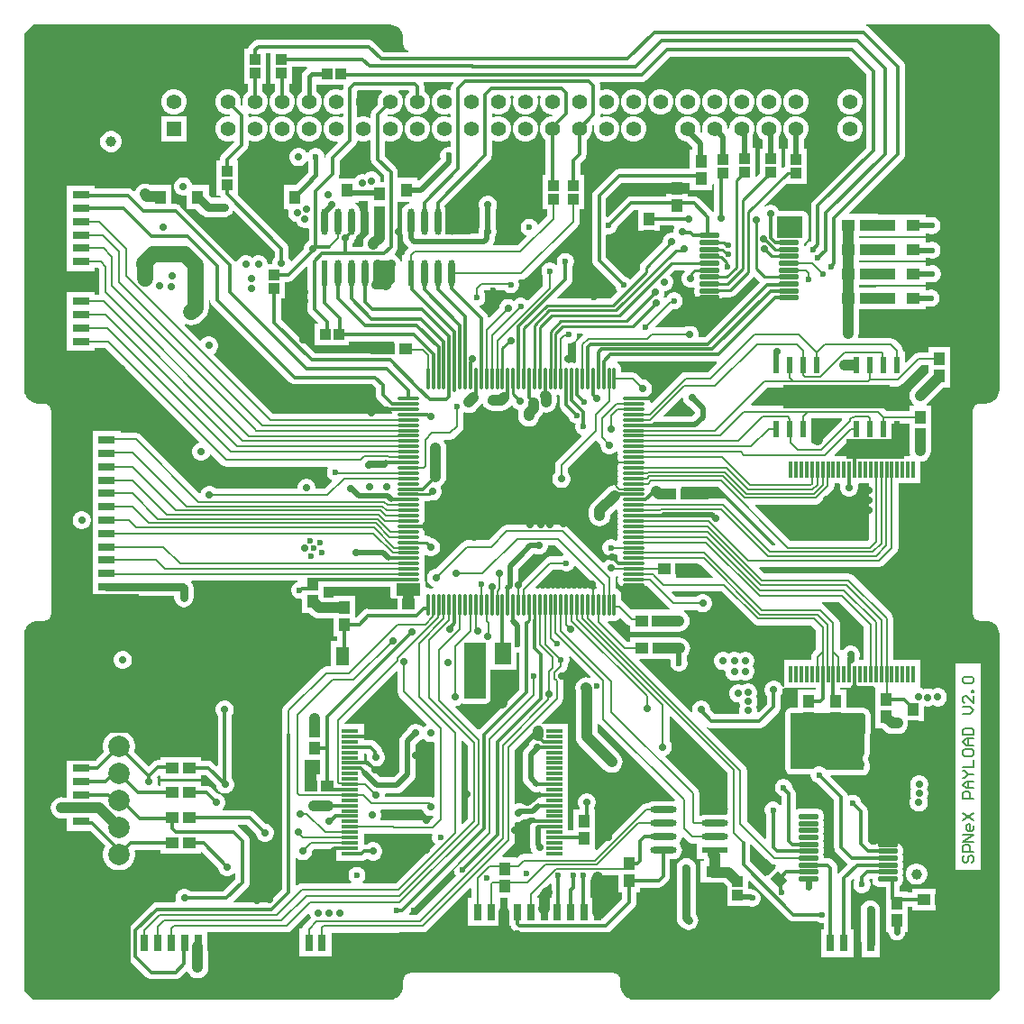
<source format=gtl>
G04*
G04 #@! TF.GenerationSoftware,Altium Limited,Altium Designer,21.1.1 (26)*
G04*
G04 Layer_Physical_Order=1*
G04 Layer_Color=255*
%FSLAX44Y44*%
%MOMM*%
G71*
G04*
G04 #@! TF.SameCoordinates,DA55104B-334F-46BF-AAC2-A5A3D9E97D21*
G04*
G04*
G04 #@! TF.FilePolarity,Positive*
G04*
G01*
G75*
%ADD11C,0.6000*%
%ADD12C,0.3000*%
%ADD13C,0.2000*%
%ADD14C,0.2540*%
%ADD15C,0.1500*%
%ADD18R,0.8000X1.6000*%
%ADD19R,2.1000X3.0000*%
%ADD20R,1.0582X1.2061*%
%ADD21R,1.2061X1.0582*%
G04:AMPARAMS|DCode=22|XSize=1.2061mm|YSize=1.0582mm|CornerRadius=0mm|HoleSize=0mm|Usage=FLASHONLY|Rotation=135.000|XOffset=0mm|YOffset=0mm|HoleType=Round|Shape=Rectangle|*
%AMROTATEDRECTD22*
4,1,4,0.8005,-0.0523,0.0523,-0.8005,-0.8005,0.0523,-0.0523,0.8005,0.8005,-0.0523,0.0*
%
%ADD22ROTATEDRECTD22*%

G04:AMPARAMS|DCode=23|XSize=0.45mm|YSize=1.85mm|CornerRadius=0.0495mm|HoleSize=0mm|Usage=FLASHONLY|Rotation=270.000|XOffset=0mm|YOffset=0mm|HoleType=Round|Shape=RoundedRectangle|*
%AMROUNDEDRECTD23*
21,1,0.4500,1.7510,0,0,270.0*
21,1,0.3510,1.8500,0,0,270.0*
1,1,0.0990,-0.8755,-0.1755*
1,1,0.0990,-0.8755,0.1755*
1,1,0.0990,0.8755,0.1755*
1,1,0.0990,0.8755,-0.1755*
%
%ADD23ROUNDEDRECTD23*%
%ADD24R,1.1000X1.2500*%
%ADD25R,1.2500X1.1000*%
%ADD26R,1.6000X0.8000*%
%ADD27R,3.0000X2.1000*%
G04:AMPARAMS|DCode=28|XSize=2.4741mm|YSize=0.6221mm|CornerRadius=0.3111mm|HoleSize=0mm|Usage=FLASHONLY|Rotation=90.000|XOffset=0mm|YOffset=0mm|HoleType=Round|Shape=RoundedRectangle|*
%AMROUNDEDRECTD28*
21,1,2.4741,0.0000,0,0,90.0*
21,1,1.8519,0.6221,0,0,90.0*
1,1,0.6221,0.0000,0.9260*
1,1,0.6221,0.0000,-0.9260*
1,1,0.6221,0.0000,-0.9260*
1,1,0.6221,0.0000,0.9260*
%
%ADD28ROUNDEDRECTD28*%
%ADD29R,0.6221X2.4741*%
G04:AMPARAMS|DCode=30|XSize=2.4741mm|YSize=0.6221mm|CornerRadius=0.3111mm|HoleSize=0mm|Usage=FLASHONLY|Rotation=180.000|XOffset=0mm|YOffset=0mm|HoleType=Round|Shape=RoundedRectangle|*
%AMROUNDEDRECTD30*
21,1,2.4741,0.0000,0,0,180.0*
21,1,1.8519,0.6221,0,0,180.0*
1,1,0.6221,-0.9260,0.0000*
1,1,0.6221,0.9260,0.0000*
1,1,0.6221,0.9260,0.0000*
1,1,0.6221,-0.9260,0.0000*
%
%ADD30ROUNDEDRECTD30*%
%ADD31R,2.4741X0.6221*%
%ADD32R,1.6000X2.0000*%
%ADD33R,1.3000X1.8000*%
%ADD34O,2.1000X0.3000*%
%ADD35O,0.3000X2.1000*%
%ADD36R,1.2087X1.0121*%
%ADD37R,1.6000X0.3000*%
%ADD38R,0.3000X1.6000*%
%ADD39R,1.0000X1.0000*%
%ADD40R,1.0000X1.0000*%
%ADD41R,2.1000X2.1000*%
%ADD42R,0.5000X1.5000*%
%ADD43R,1.1000X1.2000*%
%ADD44R,1.2000X1.1000*%
%ADD45R,1.3000X1.0500*%
%ADD66C,1.0000*%
%ADD67C,1.0000*%
%ADD68C,0.3400*%
%ADD69C,0.5000*%
%ADD70C,0.8000*%
%ADD71C,0.7000*%
%ADD72C,1.5000*%
%ADD73C,0.4000*%
%ADD74C,0.4500*%
%ADD75C,0.6220*%
%ADD76R,5.1534X2.5250*%
%ADD77R,7.6156X10.3750*%
%ADD78R,8.0264X4.1058*%
%ADD79R,5.9878X12.4968*%
%ADD80R,5.5626X3.0734*%
%ADD81R,9.2070X11.4510*%
%ADD82R,8.0264X3.9116*%
%ADD83R,7.2632X3.0086*%
%ADD84R,2.2606X1.1938*%
%ADD85R,2.4130X2.0066*%
%ADD86R,2.6416X1.2954*%
%ADD87R,2.1336X1.7780*%
%ADD88R,2.0000X5.2500*%
%ADD89R,5.4610X1.8288*%
%ADD90R,2.4750X2.5606*%
%ADD91R,2.5250X8.0744*%
%ADD92C,5.0000*%
%ADD93C,1.4000*%
%ADD94R,1.4000X1.4000*%
%ADD95R,2.0000X2.0000*%
%ADD96C,2.0000*%
%ADD97C,0.6000*%
%ADD98C,0.7000*%
%ADD99C,0.8000*%
%ADD100C,0.9000*%
G36*
X867961Y859155D02*
Y525116D01*
X867620Y522118D01*
X866661Y519379D01*
X865125Y516928D01*
X863071Y514875D01*
X860620Y513339D01*
X857882Y512380D01*
X854884Y512039D01*
X850000D01*
X849882Y512016D01*
X849763Y512025D01*
X848653Y511895D01*
X848440Y511826D01*
X848218Y511795D01*
X847158Y511425D01*
X846964Y511311D01*
X846754Y511232D01*
X845804Y510642D01*
X845633Y510482D01*
X845438Y510352D01*
X844648Y509562D01*
X844518Y509367D01*
X844358Y509196D01*
X843768Y508246D01*
X843689Y508035D01*
X843575Y507842D01*
X843205Y506782D01*
X843174Y506561D01*
X843105Y506347D01*
X842975Y505237D01*
X842984Y505118D01*
X842961Y505000D01*
Y315000D01*
X842984Y314882D01*
X842975Y314763D01*
X843105Y313653D01*
X843174Y313440D01*
X843205Y313218D01*
X843575Y312158D01*
X843689Y311964D01*
X843768Y311754D01*
X844358Y310804D01*
X844518Y310633D01*
X844648Y310438D01*
X845438Y309648D01*
X845633Y309518D01*
X845804Y309358D01*
X846754Y308768D01*
X846964Y308689D01*
X847158Y308575D01*
X848218Y308205D01*
X848440Y308174D01*
X848653Y308105D01*
X849763Y307975D01*
X849882Y307984D01*
X850000Y307961D01*
X854884D01*
X857882Y307620D01*
X860620Y306661D01*
X863071Y305125D01*
X865125Y303071D01*
X866661Y300621D01*
X867620Y297882D01*
X867961Y294884D01*
Y-39155D01*
X859155Y-47961D01*
X525116D01*
X522118Y-47620D01*
X519379Y-46661D01*
X516929Y-45125D01*
X514875Y-43071D01*
X513339Y-40621D01*
X512380Y-37882D01*
X512039Y-34885D01*
Y-30000D01*
X512016Y-29882D01*
X512025Y-29763D01*
X511895Y-28653D01*
X511826Y-28440D01*
X511795Y-28218D01*
X511425Y-27158D01*
X511311Y-26965D01*
X511232Y-26754D01*
X510642Y-25804D01*
X510482Y-25633D01*
X510352Y-25438D01*
X509562Y-24648D01*
X509367Y-24518D01*
X509196Y-24358D01*
X508246Y-23768D01*
X508036Y-23689D01*
X507842Y-23575D01*
X506782Y-23205D01*
X506560Y-23174D01*
X506347Y-23105D01*
X505237Y-22975D01*
X505118Y-22984D01*
X505000Y-22961D01*
X315000D01*
X314882Y-22984D01*
X314763Y-22975D01*
X313653Y-23105D01*
X313440Y-23174D01*
X313218Y-23205D01*
X312158Y-23575D01*
X311964Y-23689D01*
X311754Y-23768D01*
X310804Y-24358D01*
X310633Y-24518D01*
X310438Y-24648D01*
X309648Y-25438D01*
X309518Y-25633D01*
X309358Y-25804D01*
X308768Y-26754D01*
X308689Y-26964D01*
X308575Y-27158D01*
X308205Y-28218D01*
X308174Y-28440D01*
X308105Y-28653D01*
X307975Y-29763D01*
X307984Y-29882D01*
X307961Y-30000D01*
Y-34885D01*
X307620Y-37882D01*
X306661Y-40621D01*
X305125Y-43071D01*
X303071Y-45125D01*
X300621Y-46661D01*
X297882Y-47620D01*
X294884Y-47961D01*
X-39155D01*
X-47961Y-39155D01*
Y294884D01*
X-47620Y297882D01*
X-46661Y300621D01*
X-45125Y303071D01*
X-43071Y305125D01*
X-40621Y306661D01*
X-37882Y307620D01*
X-34884Y307961D01*
X-30000D01*
X-29882Y307984D01*
X-29763Y307975D01*
X-28653Y308105D01*
X-28440Y308174D01*
X-28218Y308205D01*
X-27158Y308575D01*
X-26964Y308689D01*
X-26754Y308768D01*
X-25804Y309358D01*
X-25633Y309518D01*
X-25438Y309648D01*
X-24648Y310438D01*
X-24518Y310633D01*
X-24358Y310804D01*
X-23768Y311754D01*
X-23689Y311964D01*
X-23575Y312158D01*
X-23205Y313218D01*
X-23174Y313440D01*
X-23105Y313653D01*
X-22975Y314763D01*
X-22984Y314882D01*
X-22961Y315000D01*
Y505000D01*
X-22984Y505118D01*
X-22975Y505237D01*
X-23105Y506347D01*
X-23174Y506560D01*
X-23205Y506782D01*
X-23575Y507842D01*
X-23689Y508036D01*
X-23768Y508246D01*
X-24358Y509196D01*
X-24518Y509367D01*
X-24648Y509562D01*
X-25438Y510352D01*
X-25633Y510482D01*
X-25804Y510642D01*
X-26754Y511232D01*
X-26964Y511311D01*
X-27158Y511425D01*
X-28218Y511795D01*
X-28440Y511826D01*
X-28653Y511895D01*
X-29763Y512025D01*
X-29883Y512016D01*
X-30000Y512039D01*
X-34885D01*
X-37882Y512380D01*
X-40621Y513339D01*
X-43071Y514875D01*
X-45125Y516928D01*
X-46661Y519379D01*
X-47620Y522118D01*
X-47961Y525116D01*
Y859155D01*
X-39155Y867961D01*
X294884D01*
X297882Y867620D01*
X300621Y866661D01*
X303071Y865125D01*
X305125Y863072D01*
X306661Y860621D01*
X307620Y857882D01*
X307961Y854884D01*
Y850000D01*
X307984Y849882D01*
X307975Y849763D01*
X308105Y848653D01*
X308174Y848440D01*
X308205Y848218D01*
X308575Y847158D01*
X308689Y846964D01*
X308768Y846754D01*
X309358Y845804D01*
X309518Y845633D01*
X309648Y845438D01*
X310438Y844648D01*
X310633Y844518D01*
X310804Y844358D01*
X311754Y843768D01*
X311964Y843689D01*
X312158Y843575D01*
X312888Y843320D01*
X312673Y842050D01*
X289623D01*
X279708Y851965D01*
X278350Y853007D01*
X276768Y853662D01*
X275072Y853886D01*
X171856D01*
X170159Y853662D01*
X168578Y853007D01*
X167220Y851965D01*
X163906Y848651D01*
X162864Y847293D01*
X162209Y845712D01*
X162126Y845085D01*
X158542D01*
Y825085D01*
Y812385D01*
X162144D01*
Y805471D01*
X161332Y805002D01*
X159098Y802768D01*
X157518Y800032D01*
X156700Y796980D01*
Y793820D01*
X157104Y792315D01*
X155965Y791657D01*
X154983Y792638D01*
X155300Y793820D01*
Y796980D01*
X154482Y800032D01*
X152902Y802768D01*
X150668Y805002D01*
X147932Y806582D01*
X144880Y807400D01*
X141720D01*
X138668Y806582D01*
X135932Y805002D01*
X133698Y802768D01*
X132118Y800032D01*
X131300Y796980D01*
Y793820D01*
X132118Y790768D01*
X133698Y788032D01*
X135932Y785798D01*
X138668Y784218D01*
X141720Y783400D01*
X144880D01*
X144967Y783423D01*
X145126Y783216D01*
X145080Y782987D01*
X144458Y782000D01*
X141720D01*
X138668Y781182D01*
X135932Y779602D01*
X133698Y777368D01*
X132118Y774632D01*
X131300Y771580D01*
Y768420D01*
X132118Y765368D01*
X133698Y762632D01*
X135932Y760398D01*
X138668Y758818D01*
X141720Y758000D01*
X144880D01*
X147554Y758716D01*
X148557Y758179D01*
X148848Y757880D01*
X148914Y757227D01*
X137771Y746084D01*
X136729Y744726D01*
X136074Y743145D01*
X135851Y741448D01*
Y740325D01*
X132407D01*
Y720325D01*
Y707625D01*
X135997D01*
X136074Y707037D01*
X136346Y706382D01*
X135492Y705126D01*
X128408D01*
X125308Y708226D01*
Y717138D01*
X109803D01*
X109267Y719141D01*
X108148Y721079D01*
X106565Y722662D01*
X104627Y723781D01*
X102465Y724360D01*
X100227D01*
X98065Y723781D01*
X96127Y722662D01*
X94544Y721079D01*
X93425Y719141D01*
X92846Y716979D01*
Y714741D01*
X93425Y712579D01*
X94544Y710641D01*
X96127Y709058D01*
X98065Y707939D01*
X100227Y707360D01*
X102465D01*
X103301Y707584D01*
X104308Y706811D01*
Y694638D01*
X113220D01*
X118229Y689629D01*
X120109Y688187D01*
X122298Y687280D01*
X124648Y686970D01*
X139700D01*
X142050Y687280D01*
X144239Y688187D01*
X146119Y689629D01*
X147562Y691509D01*
X147944Y692432D01*
X149189Y692680D01*
X186992Y654877D01*
Y648935D01*
X186746Y648689D01*
X185627Y646751D01*
X185048Y644589D01*
Y643056D01*
X180402D01*
Y644058D01*
X179823Y646219D01*
X178704Y648158D01*
X177121Y649740D01*
X175183Y650859D01*
X173021Y651439D01*
X170783D01*
X168621Y650859D01*
X166683Y649740D01*
X165961Y649018D01*
X165239Y649740D01*
X163301Y650859D01*
X161139Y651439D01*
X158901D01*
X156739Y650859D01*
X154801Y649740D01*
X153218Y648158D01*
X152099Y646219D01*
X151896Y645462D01*
X151461Y645280D01*
X150522Y645238D01*
X149683Y646332D01*
X98689Y697325D01*
X97331Y698367D01*
X95750Y699022D01*
X94053Y699245D01*
X90256D01*
Y717138D01*
X70694D01*
X70575Y717229D01*
X68142Y718237D01*
X65532Y718580D01*
X62922Y718237D01*
X60489Y717229D01*
X58400Y715626D01*
X56797Y713537D01*
X56023Y711667D01*
X54616Y711278D01*
X53846Y712048D01*
X52488Y713090D01*
X50907Y713745D01*
X49210Y713969D01*
X18000D01*
Y716750D01*
X-8000D01*
Y698750D01*
Y686250D01*
Y673750D01*
Y661250D01*
Y648750D01*
Y636250D01*
X18000D01*
Y639132D01*
X21047D01*
X22031Y638148D01*
Y616472D01*
X22297Y615138D01*
X21262Y613868D01*
X18000D01*
Y616750D01*
X-8000D01*
Y598750D01*
Y586250D01*
Y573750D01*
Y561250D01*
X18000D01*
Y564132D01*
X28082D01*
X115984Y476231D01*
X115604Y474814D01*
X114829Y474607D01*
X112891Y473488D01*
X111308Y471905D01*
X110189Y469967D01*
X109610Y467805D01*
Y465567D01*
X110189Y463405D01*
X111308Y461467D01*
X112891Y459884D01*
X114829Y458765D01*
X116991Y458186D01*
X119229D01*
X121391Y458765D01*
X123329Y459884D01*
X124912Y461467D01*
X126031Y463405D01*
X126238Y464180D01*
X127655Y464560D01*
X137729Y454486D01*
X139713Y453160D01*
X142054Y452695D01*
X236803D01*
X237525Y451424D01*
X236829Y450219D01*
X236283Y448185D01*
Y446078D01*
X236829Y444043D01*
X237882Y442219D01*
X239371Y440730D01*
X240381Y440147D01*
X240602Y438571D01*
X233881Y431851D01*
X225416D01*
Y433769D01*
X224837Y435931D01*
X223718Y437869D01*
X222135Y439452D01*
X220197Y440571D01*
X218035Y441150D01*
X215797D01*
X213635Y440571D01*
X211697Y439452D01*
X210114Y437869D01*
X208995Y435931D01*
X208416Y433769D01*
Y431851D01*
X132200D01*
X131203Y432848D01*
X129265Y433967D01*
X127103Y434546D01*
X124865D01*
X122703Y433967D01*
X120765Y432848D01*
X119182Y431265D01*
X118063Y429327D01*
X117697Y427960D01*
X116281Y427581D01*
X61114Y482747D01*
X59129Y484073D01*
X56788Y484539D01*
X42210D01*
Y486440D01*
X16210D01*
Y468440D01*
Y455940D01*
Y443440D01*
Y430940D01*
Y418440D01*
Y405940D01*
Y393440D01*
Y380940D01*
Y368440D01*
Y355940D01*
Y343440D01*
Y330940D01*
X28620D01*
X29210Y330862D01*
X35553D01*
X35770Y330891D01*
X92670D01*
Y329742D01*
X92979Y327393D01*
X93886Y325204D01*
X95329Y323324D01*
X97209Y321881D01*
X99398Y320974D01*
X101747Y320665D01*
X104097Y320974D01*
X106286Y321881D01*
X108166Y323324D01*
X109609Y325204D01*
X110516Y327393D01*
X110825Y329742D01*
Y338777D01*
X110516Y341126D01*
X109609Y343315D01*
X108925Y344207D01*
X109551Y345476D01*
X208130D01*
X208297Y344207D01*
X207459Y343982D01*
X205634Y342929D01*
X204145Y341439D01*
X203092Y339615D01*
X202547Y337580D01*
Y335474D01*
X203092Y333439D01*
X204145Y331615D01*
X205634Y330125D01*
X207459Y329072D01*
X209493Y328527D01*
X211600D01*
X211771Y328573D01*
X212779Y327800D01*
Y315049D01*
X219836D01*
X222143Y312742D01*
X224233Y311139D01*
X226665Y310131D01*
X229276Y309788D01*
X242185D01*
Y293467D01*
X245886D01*
Y288662D01*
X239728D01*
Y264932D01*
X235358D01*
X233017Y264466D01*
X231033Y263140D01*
X196080Y228188D01*
X194754Y226203D01*
X194289Y223862D01*
Y202710D01*
X194073Y202191D01*
X193850Y200494D01*
Y55636D01*
X181688Y43474D01*
X149053D01*
X148567Y44647D01*
X161608Y57689D01*
X162650Y59047D01*
X163305Y60628D01*
X163528Y62325D01*
Y101427D01*
X163305Y103124D01*
X162650Y104705D01*
X161608Y106063D01*
X153473Y114198D01*
X152170Y115198D01*
X152159Y115326D01*
X152597Y116468D01*
X161114D01*
X169554Y108028D01*
Y107681D01*
X170133Y105519D01*
X171252Y103581D01*
X172835Y101998D01*
X174773Y100879D01*
X176935Y100300D01*
X179173D01*
X181335Y100879D01*
X183273Y101998D01*
X184856Y103581D01*
X185975Y105519D01*
X186554Y107681D01*
Y109919D01*
X185975Y112081D01*
X184856Y114019D01*
X183273Y115602D01*
X181335Y116721D01*
X179173Y117300D01*
X178826D01*
X168466Y127660D01*
X167108Y128702D01*
X165527Y129357D01*
X163830Y129580D01*
X138602D01*
X138076Y130850D01*
X139239Y132013D01*
X140358Y133952D01*
X140938Y136114D01*
Y138352D01*
X140358Y140513D01*
X139239Y142452D01*
X137657Y144034D01*
X135718Y145153D01*
X133557Y145732D01*
X133209D01*
X127914Y151028D01*
X126556Y152070D01*
X124975Y152725D01*
X123278Y152948D01*
X117593D01*
Y156683D01*
X79511D01*
Y152948D01*
X77850D01*
X77126Y154218D01*
X77588Y155941D01*
Y158179D01*
X77009Y160341D01*
X76730Y160824D01*
X78338Y162431D01*
X79511Y161945D01*
Y159469D01*
X117593D01*
Y163204D01*
X121998D01*
X131962Y153240D01*
Y152893D01*
X132541Y150731D01*
X133660Y148793D01*
X135243Y147210D01*
X137181Y146091D01*
X139343Y145512D01*
X141581D01*
X143743Y146091D01*
X145681Y147210D01*
X147264Y148793D01*
X148383Y150731D01*
X148962Y152893D01*
Y155131D01*
X148383Y157293D01*
X147264Y159231D01*
X146764Y159731D01*
Y218905D01*
X147010Y219151D01*
X148129Y221089D01*
X148708Y223251D01*
Y225489D01*
X148129Y227651D01*
X147010Y229589D01*
X145427Y231172D01*
X143489Y232291D01*
X141327Y232870D01*
X139089D01*
X136927Y232291D01*
X134989Y231172D01*
X133406Y229589D01*
X132287Y227651D01*
X131708Y225489D01*
Y223251D01*
X132287Y221089D01*
X133406Y219151D01*
X133652Y218905D01*
Y171753D01*
X132479Y171267D01*
X129350Y174396D01*
X127992Y175438D01*
X126411Y176093D01*
X124714Y176316D01*
X117593D01*
Y180051D01*
X79511D01*
Y176824D01*
X76903D01*
X75206Y176601D01*
X73625Y175946D01*
X72267Y174904D01*
X68614Y171251D01*
X55053Y184812D01*
X55318Y185451D01*
X55894Y188349D01*
Y191303D01*
X55318Y194201D01*
X54187Y196931D01*
X52545Y199388D01*
X50456Y201477D01*
X47999Y203119D01*
X45269Y204250D01*
X42371Y204826D01*
X39417D01*
X36519Y204250D01*
X33789Y203119D01*
X31332Y201477D01*
X29243Y199388D01*
X27601Y196931D01*
X26470Y194201D01*
X25894Y191303D01*
Y188349D01*
X26470Y185451D01*
X26698Y184902D01*
X19297Y177501D01*
X18124Y177987D01*
Y178460D01*
X-7876D01*
Y160460D01*
Y147960D01*
Y142046D01*
X-11374D01*
X-12954Y142254D01*
X-15565Y141911D01*
X-17997Y140903D01*
X-20086Y139300D01*
X-21689Y137211D01*
X-22697Y134778D01*
X-23040Y132168D01*
X-22697Y129558D01*
X-21689Y127125D01*
X-20086Y125036D01*
X-19878Y124828D01*
X-17789Y123225D01*
X-15357Y122217D01*
X-12746Y121874D01*
X-7876D01*
Y110460D01*
X14226D01*
X28304Y96383D01*
X27601Y95331D01*
X26470Y92601D01*
X25894Y89703D01*
Y86749D01*
X26470Y83851D01*
X27601Y81121D01*
X29243Y78664D01*
X31332Y76575D01*
X33789Y74933D01*
X36519Y73802D01*
X39417Y73226D01*
X42371D01*
X45269Y73802D01*
X47999Y74933D01*
X50456Y76575D01*
X52545Y78664D01*
X54187Y81121D01*
X55318Y83851D01*
X55894Y86749D01*
Y89703D01*
X55515Y91610D01*
X56320Y92592D01*
X79765D01*
Y88857D01*
X117847D01*
Y90512D01*
X119020Y90998D01*
X134248Y75770D01*
Y75423D01*
X134827Y73261D01*
X135946Y71323D01*
X137529Y69740D01*
X139467Y68621D01*
X141629Y68042D01*
X143867D01*
X146029Y68621D01*
X147967Y69740D01*
X149146Y70919D01*
X150416Y70393D01*
Y65040D01*
X139264Y53888D01*
X107827D01*
X107581Y54134D01*
X105643Y55253D01*
X103481Y55832D01*
X101243D01*
X99081Y55253D01*
X97143Y54134D01*
X95560Y52551D01*
X94441Y50613D01*
X93862Y48451D01*
Y46213D01*
X94256Y44744D01*
X93405Y43474D01*
X76502D01*
X74805Y43251D01*
X73224Y42596D01*
X71866Y41554D01*
X51875Y21562D01*
X50833Y20204D01*
X50178Y18623D01*
X49954Y16926D01*
Y-7510D01*
X50178Y-9207D01*
X50833Y-10788D01*
X51875Y-12146D01*
X66628Y-26900D01*
X67986Y-27942D01*
X69567Y-28597D01*
X71264Y-28820D01*
X93980D01*
X95677Y-28597D01*
X97258Y-27942D01*
X98616Y-26900D01*
X104043Y-21472D01*
X105541Y-21770D01*
X106027Y-22943D01*
X107630Y-25032D01*
X107676Y-25078D01*
X109765Y-26681D01*
X112198Y-27689D01*
X114808Y-28032D01*
X117418Y-27689D01*
X119851Y-26681D01*
X121940Y-25078D01*
X123543Y-22989D01*
X124551Y-20556D01*
X124894Y-17946D01*
X124848Y-17597D01*
Y1660D01*
X124505Y4270D01*
X124000Y5489D01*
Y15102D01*
X198192D01*
X200533Y15568D01*
X202517Y16894D01*
X218330Y32707D01*
X219572Y32153D01*
X220063Y30320D01*
X220953Y28779D01*
X214822Y22648D01*
X213496Y20663D01*
X213110Y18720D01*
X210148D01*
Y-7280D01*
X240648D01*
Y15059D01*
X304241D01*
X304240Y15836D01*
X328906D01*
X330424Y16851D01*
X370429Y56855D01*
X371603Y56369D01*
Y47378D01*
X368720D01*
Y21378D01*
X399220D01*
Y47378D01*
X400295Y47849D01*
X405145D01*
X406220Y47378D01*
Y21378D01*
X408887D01*
X408887Y21375D01*
X409542Y19794D01*
X410584Y18436D01*
X412341Y16679D01*
X413440Y15836D01*
X501333D01*
X502432Y16679D01*
X524851Y39099D01*
X525893Y40457D01*
X526548Y42038D01*
X526771Y43734D01*
Y52929D01*
X530507D01*
Y57403D01*
X548008D01*
X549704Y57627D01*
X551286Y58281D01*
X552643Y59323D01*
X556578Y63258D01*
X557620Y64616D01*
X558275Y66197D01*
X558498Y67894D01*
Y84109D01*
X561679D01*
X563796Y84388D01*
X565769Y85205D01*
X567464Y86505D01*
X568764Y88200D01*
X569581Y90173D01*
X569860Y92290D01*
X569581Y94407D01*
X568764Y96380D01*
X567464Y98075D01*
Y99206D01*
X568764Y100900D01*
X569581Y102873D01*
X569764Y104263D01*
X571105Y104719D01*
X575159Y100664D01*
X577144Y99338D01*
X579485Y98872D01*
X583370D01*
Y84179D01*
X590098D01*
Y82282D01*
X587184D01*
Y61782D01*
X598279D01*
X598934Y61695D01*
X608917D01*
X612052Y58560D01*
Y48139D01*
X611987Y47647D01*
X612052Y47155D01*
Y40125D01*
X619232D01*
X619552Y40082D01*
X619872Y40125D01*
X632052D01*
X632052Y40125D01*
Y40125D01*
X632466Y39997D01*
X632706Y39923D01*
X633226Y39784D01*
X634741Y39378D01*
X636847D01*
X638882Y39923D01*
X640706Y40976D01*
X642196Y42466D01*
X643249Y44290D01*
X643794Y46325D01*
Y48431D01*
X643249Y50466D01*
X642196Y52290D01*
X640706Y53780D01*
X638882Y54833D01*
X637795Y55124D01*
X636510Y55656D01*
X634552Y55914D01*
X632052D01*
Y62169D01*
X632138Y62825D01*
X633285Y63597D01*
X633589Y63633D01*
X669855Y27367D01*
X671212Y26325D01*
X672794Y25670D01*
X674490Y25447D01*
X696555D01*
X698112Y24548D01*
X700147Y24003D01*
X702253D01*
X702694Y23665D01*
Y18000D01*
X700250D01*
Y-8000D01*
X730750D01*
Y18000D01*
X728306D01*
Y46942D01*
X728170Y47975D01*
Y63376D01*
X730113Y65319D01*
X731539Y64949D01*
X731719Y64313D01*
X731177Y63374D01*
X730632Y61339D01*
Y59233D01*
X731177Y57198D01*
X732230Y55374D01*
X733720Y53884D01*
X735544Y52831D01*
X737579Y52286D01*
X739685D01*
X741720Y52831D01*
X743544Y53884D01*
X745034Y55374D01*
X746087Y57198D01*
X746632Y59233D01*
Y61339D01*
X746087Y63374D01*
X745529Y64341D01*
X746322Y65373D01*
X748600D01*
Y63674D01*
X749026Y61530D01*
X750241Y59712D01*
X752058Y58498D01*
X754202Y58071D01*
X761053D01*
Y46688D01*
X761109Y46262D01*
Y31867D01*
Y15845D01*
X763331D01*
X763606Y13757D01*
X764412Y11810D01*
X765695Y10139D01*
X767366Y8857D01*
X769312Y8051D01*
X771400Y7776D01*
X773489Y8051D01*
X775435Y8857D01*
X777106Y10139D01*
X777667Y10871D01*
X777881Y11084D01*
X778031Y11345D01*
X778388Y11810D01*
X778613Y12352D01*
X778934Y12908D01*
X779100Y13528D01*
X779194Y13757D01*
X779227Y14001D01*
X779479Y14943D01*
Y15845D01*
X781692D01*
Y31867D01*
Y39610D01*
X786234D01*
Y35875D01*
X808295D01*
Y56458D01*
X786234D01*
Y52723D01*
X781692D01*
Y53927D01*
X774165D01*
Y58704D01*
X775674Y59712D01*
X776889Y61530D01*
X777315Y63674D01*
Y67184D01*
X777018Y68679D01*
X777315Y70174D01*
Y73684D01*
X777018Y75179D01*
X777315Y76674D01*
Y80184D01*
X777018Y81679D01*
X777315Y83174D01*
Y86684D01*
X777018Y88179D01*
X777315Y89674D01*
Y93184D01*
X776889Y95328D01*
X775674Y97146D01*
X773857Y98360D01*
X771712Y98786D01*
X754202D01*
X752058Y98360D01*
X751497Y97985D01*
X747289D01*
X744172Y101102D01*
Y128973D01*
X743949Y130670D01*
X743294Y132251D01*
X742252Y133609D01*
X738080Y137781D01*
X737615Y139517D01*
X736561Y141341D01*
X735072Y142831D01*
X733248Y143884D01*
X731213Y144429D01*
X729107D01*
X727072Y143884D01*
X726562Y143590D01*
X725587Y144071D01*
X725370Y144368D01*
X724752Y145860D01*
X723710Y147218D01*
X709052Y161876D01*
X709546Y163046D01*
X739660Y162631D01*
X739696Y162637D01*
X739731Y162630D01*
X740671Y162817D01*
X741617Y162992D01*
X741647Y163011D01*
X741682Y163018D01*
X742480Y163551D01*
X743286Y164074D01*
X743306Y164103D01*
X743336Y164123D01*
X744269Y165056D01*
X744798Y165848D01*
X745340Y166630D01*
X745349Y166674D01*
X745374Y166710D01*
X745560Y167644D01*
X745761Y168574D01*
X745845Y173483D01*
X745777Y173856D01*
X745802Y174235D01*
X745601Y174826D01*
X745490Y175440D01*
X745285Y175759D01*
X745163Y176119D01*
X744606Y177083D01*
X744374Y177948D01*
Y178844D01*
X744606Y179709D01*
X745332Y180967D01*
X745426Y181244D01*
X745593Y181485D01*
X745743Y182178D01*
X745971Y182850D01*
X745952Y183143D01*
X746014Y183429D01*
X746634Y219822D01*
X746629Y219843D01*
X746634Y219865D01*
X746452Y220822D01*
X746279Y221779D01*
X746267Y221797D01*
X746263Y221819D01*
X745728Y222634D01*
X745202Y223451D01*
X745184Y223464D01*
X745172Y223482D01*
X744281Y224388D01*
X744263Y224401D01*
X744251Y224419D01*
X743442Y224959D01*
X742637Y225507D01*
X742615Y225512D01*
X742597Y225524D01*
X741641Y225714D01*
X740689Y225912D01*
X740668Y225908D01*
X740646Y225912D01*
X737967D01*
X737178Y226239D01*
X734568Y226582D01*
X724433D01*
Y243142D01*
X718393D01*
Y244770D01*
X751455D01*
Y223151D01*
Y207129D01*
X757773D01*
X760364Y204538D01*
X762453Y202935D01*
X764885Y201927D01*
X767496Y201584D01*
X772037D01*
X774648Y201927D01*
X777080Y202935D01*
X779169Y204538D01*
X780772Y206627D01*
X781780Y209060D01*
X782123Y211670D01*
X782011Y212522D01*
X782849Y213477D01*
X797162D01*
Y226758D01*
X798432Y227732D01*
X799447Y227460D01*
X801685D01*
X803847Y228039D01*
X805375Y228922D01*
X806725Y228142D01*
X808887Y227563D01*
X811125D01*
X813287Y228142D01*
X815225Y229261D01*
X816808Y230844D01*
X817927Y232782D01*
X818506Y234944D01*
Y237182D01*
X817927Y239344D01*
X816808Y241282D01*
X815225Y242865D01*
X813287Y243984D01*
X811125Y244563D01*
X808887D01*
X806725Y243984D01*
X805197Y243101D01*
X803847Y243881D01*
X801685Y244460D01*
X799447D01*
X797285Y243881D01*
X796883Y243649D01*
X794999Y244737D01*
X793337Y245182D01*
Y270770D01*
X767955D01*
Y310503D01*
X767489Y312844D01*
X766163Y314829D01*
X730575Y350417D01*
X728590Y351744D01*
X726249Y352209D01*
X647013D01*
X642032Y357191D01*
X642518Y358364D01*
X754968D01*
X757309Y358830D01*
X759294Y360156D01*
X771085Y371946D01*
X772411Y373931D01*
X772876Y376272D01*
Y436770D01*
X793337D01*
Y456969D01*
X793496Y457108D01*
X796106Y457451D01*
X798539Y458459D01*
X800628Y460062D01*
X802231Y462151D01*
X803239Y464584D01*
X803582Y467194D01*
Y471775D01*
X803787D01*
Y487797D01*
Y509857D01*
X799746D01*
X799315Y511127D01*
X800625Y512132D01*
X815249Y526756D01*
X821567D01*
Y542778D01*
Y564838D01*
X800985D01*
Y559926D01*
X791722D01*
X789381Y559460D01*
X787396Y558134D01*
X780017Y550755D01*
X778843Y551241D01*
Y560728D01*
X777461D01*
Y561841D01*
X776995Y564183D01*
X775669Y566167D01*
X770353Y571484D01*
X768368Y572810D01*
X766027Y573275D01*
X735899D01*
X735193Y574332D01*
X735557Y575210D01*
X735900Y577820D01*
Y587200D01*
Y600204D01*
X753814D01*
Y600458D01*
X774692D01*
X774962Y600458D01*
X775962D01*
X776232Y600458D01*
X798462D01*
Y603393D01*
X800603D01*
X802494Y602887D01*
X804601D01*
X806635Y603432D01*
X808459Y604485D01*
X809949Y605975D01*
X811002Y607799D01*
X811547Y609833D01*
Y611940D01*
X811002Y613974D01*
X809949Y615799D01*
X808459Y617288D01*
X806635Y618341D01*
X804601Y618886D01*
X802494D01*
X801136Y618523D01*
X798462D01*
Y621458D01*
X776232D01*
X775962Y621458D01*
X774962D01*
X774692Y621458D01*
X752462D01*
Y621204D01*
X735900D01*
Y623149D01*
X753814D01*
Y623233D01*
X774692D01*
X774962Y623233D01*
X775962D01*
X776232Y623233D01*
X798462D01*
Y626169D01*
X801861D01*
X803752Y625662D01*
X805859D01*
X807893Y626207D01*
X809717Y627260D01*
X811207Y628750D01*
X812260Y630574D01*
X812805Y632609D01*
Y634715D01*
X812260Y636750D01*
X811207Y638574D01*
X809717Y640063D01*
X807893Y641117D01*
X805859Y641662D01*
X803752D01*
X802394Y641298D01*
X798462D01*
Y644233D01*
X776232D01*
X775962Y644233D01*
X774962D01*
X774692Y644233D01*
X752462D01*
Y644149D01*
X735900D01*
Y646093D01*
X752462D01*
Y646009D01*
X774692D01*
X774962Y646009D01*
X775962D01*
X776232Y646009D01*
X798462D01*
Y648412D01*
X801673D01*
X803564Y647905D01*
X805670D01*
X807705Y648450D01*
X809529Y649503D01*
X811018Y650993D01*
X812072Y652817D01*
X812617Y654852D01*
Y656958D01*
X812072Y658993D01*
X811018Y660817D01*
X809529Y662307D01*
X807705Y663360D01*
X805670Y663905D01*
X803564D01*
X802206Y663541D01*
X798462D01*
Y667009D01*
X776232D01*
X775962Y667009D01*
X774962D01*
X774692Y667009D01*
X753814D01*
Y667093D01*
X735900D01*
Y669038D01*
X752462D01*
Y668784D01*
X774692D01*
X774962Y668784D01*
X775962D01*
X776232Y668784D01*
X798462D01*
Y671648D01*
X801424D01*
X803316Y671141D01*
X805422D01*
X807457Y671686D01*
X809281Y672739D01*
X810770Y674229D01*
X811824Y676053D01*
X812369Y678088D01*
Y680194D01*
X811824Y682229D01*
X810770Y684053D01*
X809281Y685543D01*
X807457Y686596D01*
X805422Y687141D01*
X803316D01*
X801958Y686777D01*
X798462D01*
Y689784D01*
X776232D01*
X775962Y689784D01*
X774962D01*
X774692Y689784D01*
X753814D01*
Y690038D01*
X727153D01*
X726667Y691211D01*
X777278Y741822D01*
X778320Y743180D01*
X778975Y744761D01*
X779198Y746458D01*
Y828380D01*
X778975Y830077D01*
X778320Y831658D01*
X777278Y833016D01*
X745138Y865156D01*
X743780Y866198D01*
X742590Y866691D01*
X742843Y867961D01*
X859155D01*
X867961Y859155D01*
D02*
G37*
G36*
X355124Y812779D02*
X354583Y812238D01*
X353541Y810881D01*
X352886Y809299D01*
X352663Y807602D01*
Y806968D01*
X351563Y806333D01*
X351132Y806582D01*
X348080Y807400D01*
X344920D01*
X341868Y806582D01*
X339132Y805002D01*
X336898Y802768D01*
X335318Y800032D01*
X334500Y796980D01*
Y793820D01*
X335318Y790768D01*
X336898Y788032D01*
X339132Y785798D01*
X341868Y784218D01*
X344920Y783400D01*
X348080D01*
X351132Y784218D01*
X351563Y784467D01*
X352663Y783832D01*
Y781568D01*
X351563Y780933D01*
X351132Y781182D01*
X348080Y782000D01*
X344920D01*
X341868Y781182D01*
X339132Y779602D01*
X336898Y777368D01*
X335318Y774632D01*
X334500Y771580D01*
Y768420D01*
X335318Y765368D01*
X336898Y762632D01*
X339132Y760398D01*
X341868Y758818D01*
X344920Y758000D01*
X348080D01*
X351132Y758818D01*
X351563Y759067D01*
X352663Y758432D01*
Y753774D01*
X351656Y753001D01*
X351651Y753002D01*
X349545D01*
X347510Y752457D01*
X345686Y751403D01*
X344197Y749914D01*
X343144Y748090D01*
X342598Y746055D01*
Y743949D01*
X343034Y742324D01*
Y741901D01*
X322412Y721279D01*
X321142Y721805D01*
Y723742D01*
X302877D01*
Y729014D01*
X302653Y730711D01*
X301998Y732292D01*
X300956Y733650D01*
X290481Y744124D01*
Y757789D01*
X291751Y758635D01*
X294120Y758000D01*
X297280D01*
X300332Y758818D01*
X303068Y760398D01*
X305302Y762632D01*
X306882Y765368D01*
X307700Y768420D01*
Y771580D01*
X306882Y774632D01*
X305302Y777368D01*
X303068Y779602D01*
X300332Y781182D01*
X297280Y782000D01*
X294120D01*
X293482Y781829D01*
X292814Y782965D01*
X293417Y783588D01*
X294120Y783400D01*
X297280D01*
X300332Y784218D01*
X303068Y785798D01*
X305302Y788032D01*
X306882Y790768D01*
X307700Y793820D01*
Y796980D01*
X306882Y800032D01*
X305302Y802768D01*
X303470Y804600D01*
X303996Y805870D01*
X312804D01*
X313330Y804600D01*
X311498Y802768D01*
X309918Y800032D01*
X309100Y796980D01*
Y793820D01*
X309918Y790768D01*
X311498Y788032D01*
X313732Y785798D01*
X316468Y784218D01*
X319520Y783400D01*
X322680D01*
X325732Y784218D01*
X328468Y785798D01*
X330702Y788032D01*
X332282Y790768D01*
X333100Y793820D01*
Y796980D01*
X332282Y800032D01*
X330702Y802768D01*
X328468Y805002D01*
X327656Y805471D01*
Y809662D01*
X327433Y811359D01*
X326885Y812682D01*
X327426Y813952D01*
X354637D01*
X355124Y812779D01*
D02*
G37*
G36*
X183458Y825085D02*
Y812385D01*
X187544D01*
Y805471D01*
X186732Y805002D01*
X184498Y802768D01*
X182918Y800032D01*
X182100Y796980D01*
Y793820D01*
X182918Y790768D01*
X184498Y788032D01*
X186732Y785798D01*
X189468Y784218D01*
X192520Y783400D01*
X195680D01*
X198732Y784218D01*
X201468Y785798D01*
X203702Y788032D01*
X205282Y790768D01*
X206100Y793820D01*
Y796980D01*
X205282Y800032D01*
X203702Y802768D01*
X201468Y805002D01*
X200656Y805471D01*
Y812385D01*
X203458D01*
Y825085D01*
Y828529D01*
X217372D01*
X217803Y827259D01*
X217006Y826647D01*
X214663Y824304D01*
X213541Y822841D01*
X212835Y821138D01*
X212595Y819311D01*
Y805270D01*
X212132Y805002D01*
X209898Y802768D01*
X208318Y800032D01*
X207500Y796980D01*
Y793820D01*
X208318Y790768D01*
X209898Y788032D01*
X212132Y785798D01*
X214868Y784218D01*
X217920Y783400D01*
X221080D01*
X224132Y784218D01*
X226868Y785798D01*
X229102Y788032D01*
X230682Y790768D01*
X231500Y793820D01*
Y796980D01*
X230682Y800032D01*
X229102Y802768D01*
X226868Y805002D01*
X226716Y805090D01*
Y811738D01*
X250979D01*
X251616Y811003D01*
X251828Y810468D01*
X251582Y809873D01*
X251359Y808176D01*
Y806798D01*
X250259Y806163D01*
X249532Y806582D01*
X246480Y807400D01*
X243320D01*
X240268Y806582D01*
X237532Y805002D01*
X235298Y802768D01*
X233718Y800032D01*
X232900Y796980D01*
Y793820D01*
X233718Y790768D01*
X235298Y788032D01*
X237532Y785798D01*
X240268Y784218D01*
X243320Y783400D01*
X246480D01*
X249532Y784218D01*
X250259Y784637D01*
X251359Y784002D01*
Y781398D01*
X250259Y780763D01*
X249532Y781182D01*
X246480Y782000D01*
X243320D01*
X240268Y781182D01*
X237532Y779602D01*
X235298Y777368D01*
X233718Y774632D01*
X232900Y771580D01*
Y768420D01*
X233718Y765368D01*
X235298Y762632D01*
X237532Y760398D01*
X240268Y758818D01*
X243320Y758000D01*
X245702D01*
X246228Y756730D01*
X236804Y747305D01*
X235762Y745948D01*
X235107Y744366D01*
X234940Y743099D01*
X233670Y743182D01*
Y744971D01*
X233125Y747006D01*
X232072Y748830D01*
X230582Y750320D01*
X228758Y751373D01*
X226723Y751918D01*
X224617D01*
X222582Y751373D01*
X220758Y750320D01*
X219268Y748830D01*
X218546Y747579D01*
X217102Y747539D01*
X216472Y748631D01*
X214889Y750214D01*
X212951Y751333D01*
X210789Y751912D01*
X208551D01*
X206389Y751333D01*
X204451Y750214D01*
X202868Y748631D01*
X201749Y746693D01*
X201170Y744531D01*
Y742293D01*
X201749Y740131D01*
X202868Y738193D01*
X204451Y736610D01*
X206389Y735491D01*
X208551Y734912D01*
X210789D01*
X212951Y735491D01*
X214889Y736610D01*
X216472Y738193D01*
X217340Y739696D01*
X218610Y739356D01*
Y729239D01*
X212002Y722630D01*
X206509Y717138D01*
X195494D01*
Y694638D01*
X199287D01*
X200166Y693368D01*
X199787Y691955D01*
Y689716D01*
X200366Y687555D01*
X201485Y685616D01*
X203068Y684034D01*
X205006Y682915D01*
X207168Y682336D01*
X207594D01*
X207725Y681845D01*
X208844Y679907D01*
X210427Y678324D01*
X212365Y677205D01*
X214527Y676626D01*
X216765D01*
X217850Y676917D01*
X219120Y675942D01*
Y664904D01*
X217851Y664171D01*
X216268Y662589D01*
X215149Y660651D01*
X214570Y658489D01*
Y656988D01*
X203111Y645529D01*
X201695Y645908D01*
X201469Y646751D01*
X200350Y648689D01*
X200104Y648935D01*
Y657593D01*
X199881Y659290D01*
X199226Y660871D01*
X198184Y662229D01*
X152407Y708006D01*
Y720325D01*
Y740325D01*
X152215D01*
X151729Y741498D01*
X160522Y750292D01*
X161564Y751649D01*
X162219Y753231D01*
X162442Y754927D01*
Y758486D01*
X163542Y759121D01*
X164068Y758818D01*
X167120Y758000D01*
X170280D01*
X173332Y758818D01*
X176068Y760398D01*
X178302Y762632D01*
X179882Y765368D01*
X180700Y768420D01*
Y771580D01*
X179882Y774632D01*
X178302Y777368D01*
X176068Y779602D01*
X173332Y781182D01*
X170280Y782000D01*
X167120D01*
X164068Y781182D01*
X163542Y780879D01*
X162442Y781514D01*
Y782464D01*
X162268Y783791D01*
X163277Y784674D01*
X164068Y784218D01*
X167120Y783400D01*
X170280D01*
X173332Y784218D01*
X176068Y785798D01*
X178302Y788032D01*
X179882Y790768D01*
X180700Y793820D01*
Y796980D01*
X179882Y800032D01*
X178302Y802768D01*
X176068Y805002D01*
X175256Y805471D01*
Y812385D01*
X178542D01*
Y825085D01*
Y840773D01*
X183458D01*
Y825085D01*
D02*
G37*
G36*
X742693Y821557D02*
Y752307D01*
X692765Y702378D01*
X691723Y701021D01*
X691068Y699439D01*
X690844Y697743D01*
Y664403D01*
X689815Y664127D01*
X687991Y663074D01*
X686501Y661584D01*
X685590Y660005D01*
X684385Y660459D01*
X684576Y661417D01*
Y662764D01*
X685211Y662890D01*
X686865Y663995D01*
X687970Y665649D01*
X688358Y667600D01*
Y687666D01*
X687970Y689617D01*
X686865Y691271D01*
X685211Y692376D01*
X683260Y692764D01*
X661080D01*
X660955Y693233D01*
X659836Y695171D01*
X658253Y696754D01*
X656315Y697873D01*
X654153Y698452D01*
X651915D01*
X649753Y697873D01*
X647993Y696857D01*
X647214Y697873D01*
X667853Y718512D01*
X686700D01*
Y731212D01*
Y751212D01*
X684265D01*
Y760594D01*
X686302Y762632D01*
X687882Y765368D01*
X688700Y768420D01*
Y771580D01*
X687882Y774632D01*
X686302Y777368D01*
X684068Y779602D01*
X681332Y781182D01*
X678280Y782000D01*
X675120D01*
X672068Y781182D01*
X669332Y779602D01*
X667098Y777368D01*
X665518Y774632D01*
X664700Y771580D01*
Y768420D01*
X665518Y765368D01*
X667098Y762632D01*
X669135Y760594D01*
Y751212D01*
X666700D01*
Y734485D01*
X666365Y734418D01*
X664558Y733211D01*
X663288Y733643D01*
Y751514D01*
X660853D01*
Y762582D01*
X660902Y762632D01*
X662482Y765368D01*
X663300Y768420D01*
Y771580D01*
X662482Y774632D01*
X660902Y777368D01*
X658668Y779602D01*
X655932Y781182D01*
X652880Y782000D01*
X649720D01*
X646668Y781182D01*
X643932Y779602D01*
X641698Y777368D01*
X640118Y774632D01*
X639300Y771580D01*
Y768420D01*
X640118Y765368D01*
X641698Y762632D01*
X643932Y760398D01*
X645723Y759363D01*
Y751514D01*
X643288D01*
Y731514D01*
Y728654D01*
X639569Y724935D01*
X638396Y725421D01*
Y731768D01*
Y751768D01*
X635961D01*
Y763426D01*
X637082Y765368D01*
X637900Y768420D01*
Y771580D01*
X637082Y774632D01*
X635502Y777368D01*
X633268Y779602D01*
X630532Y781182D01*
X627480Y782000D01*
X624320D01*
X621268Y781182D01*
X618532Y779602D01*
X616298Y777368D01*
X614718Y774632D01*
X613900Y771580D01*
Y770481D01*
X612630Y769802D01*
X612500Y769889D01*
Y771580D01*
X611682Y774632D01*
X610102Y777368D01*
X607868Y779602D01*
X605132Y781182D01*
X602080Y782000D01*
X598920D01*
X595868Y781182D01*
X593132Y779602D01*
X590898Y777368D01*
X589318Y774632D01*
X588500Y771580D01*
Y768420D01*
X588896Y766943D01*
X587757Y766285D01*
X586788Y767255D01*
X587100Y768420D01*
Y771580D01*
X586282Y774632D01*
X584702Y777368D01*
X582468Y779602D01*
X579732Y781182D01*
X576680Y782000D01*
X573520D01*
X570468Y781182D01*
X567732Y779602D01*
X565498Y777368D01*
X563918Y774632D01*
X563100Y771580D01*
Y768420D01*
X563918Y765368D01*
X565498Y762632D01*
X567732Y760398D01*
X570468Y758818D01*
X573520Y758000D01*
X574646D01*
X579614Y753032D01*
Y750597D01*
X577242D01*
Y732241D01*
X510414D01*
X508717Y732017D01*
X507136Y731362D01*
X505778Y730320D01*
X487292Y711834D01*
X486250Y710477D01*
X485595Y708895D01*
X485372Y707198D01*
Y646141D01*
X485595Y644444D01*
X486250Y642863D01*
X487292Y641505D01*
X507130Y621667D01*
X507595Y619931D01*
X508648Y618106D01*
X509306Y617449D01*
X502486Y610628D01*
X453061D01*
X452575Y611801D01*
X464781Y624008D01*
X465823Y625366D01*
X466478Y626947D01*
X466702Y628644D01*
Y640660D01*
X467600Y642217D01*
X468145Y644251D01*
Y646358D01*
X467600Y648392D01*
X466547Y650217D01*
X465058Y651706D01*
X463233Y652759D01*
X461199Y653305D01*
X459092D01*
X457058Y652759D01*
X455233Y651706D01*
X453744Y650217D01*
X452691Y648392D01*
X452146Y646358D01*
Y644251D01*
X452593Y642580D01*
X451455Y641922D01*
X450489Y642889D01*
X448664Y643942D01*
X446630Y644487D01*
X444523D01*
X442489Y643942D01*
X440664Y642889D01*
X439175Y641399D01*
X438122Y639575D01*
X437576Y637540D01*
Y635434D01*
X438122Y633399D01*
X439119Y631671D01*
Y622633D01*
X425578Y609091D01*
X423814Y609124D01*
X423144Y609794D01*
X421320Y610847D01*
X419285Y611392D01*
X417179D01*
X415144Y610847D01*
X413320Y609794D01*
X411830Y608304D01*
X410704Y608894D01*
X409636Y609511D01*
X407475Y610090D01*
X405237D01*
X403075Y609511D01*
X401137Y608392D01*
X399554Y606809D01*
X398435Y604871D01*
X397856Y602709D01*
Y601741D01*
X388848Y592733D01*
X387506Y593189D01*
X387425Y593811D01*
X386770Y595392D01*
X385728Y596750D01*
X379663Y602815D01*
X379952Y603895D01*
X380161Y604113D01*
X381901Y605118D01*
X383391Y606607D01*
X384444Y608431D01*
X384989Y610466D01*
Y612573D01*
X384444Y614607D01*
X383391Y616431D01*
X383688Y617745D01*
X384024Y618081D01*
X402892D01*
X403904Y617069D01*
X405729Y616016D01*
X407763Y615470D01*
X409870D01*
X411904Y616016D01*
X413729Y617069D01*
X415218Y618558D01*
X416271Y620382D01*
X416816Y622417D01*
Y624524D01*
X416271Y626558D01*
X415947Y627120D01*
X416582Y628220D01*
X418858D01*
X421199Y628686D01*
X423184Y630012D01*
X471836Y678665D01*
X473162Y680649D01*
X473628Y682990D01*
Y694142D01*
X477510D01*
Y706842D01*
Y726842D01*
X474067D01*
Y737171D01*
X478136Y741240D01*
X479178Y742598D01*
X479833Y744179D01*
X480056Y745876D01*
Y759929D01*
X480868Y760398D01*
X483102Y762632D01*
X484682Y765368D01*
X485500Y768420D01*
Y771580D01*
X485156Y772865D01*
X486240Y774025D01*
X487385Y773389D01*
X486900Y771580D01*
Y768420D01*
X487718Y765368D01*
X489298Y762632D01*
X491532Y760398D01*
X494268Y758818D01*
X497320Y758000D01*
X500480D01*
X503532Y758818D01*
X506268Y760398D01*
X508502Y762632D01*
X510082Y765368D01*
X510900Y768420D01*
Y771580D01*
X510082Y774632D01*
X508502Y777368D01*
X506268Y779602D01*
X503532Y781182D01*
X500480Y782000D01*
X497320D01*
X494268Y781182D01*
X493740Y780877D01*
X492732Y781762D01*
X492876Y782109D01*
X493053Y783453D01*
X494063Y784171D01*
X494369Y784191D01*
X497320Y783400D01*
X500480D01*
X503532Y784218D01*
X506268Y785798D01*
X508502Y788032D01*
X510082Y790768D01*
X510900Y793820D01*
Y796980D01*
X510082Y800032D01*
X508502Y802768D01*
X506268Y805002D01*
X503532Y806582D01*
X500480Y807400D01*
X497320D01*
X494369Y806609D01*
X494047Y806630D01*
X493099Y807177D01*
Y810278D01*
X492876Y811975D01*
X492583Y812682D01*
X493432Y813952D01*
X531622D01*
X533319Y814175D01*
X534900Y814830D01*
X536258Y815872D01*
X558248Y837862D01*
X726388D01*
X742693Y821557D01*
D02*
G37*
G36*
X437010Y800191D02*
X436918Y800032D01*
X436100Y796980D01*
Y793820D01*
X436918Y790768D01*
X438498Y788032D01*
X440732Y785798D01*
X443468Y784218D01*
X446520Y783400D01*
X447112D01*
X447791Y782130D01*
X447704Y782000D01*
X446520D01*
X443468Y781182D01*
X440732Y779602D01*
X438498Y777368D01*
X436918Y774632D01*
X436100Y771580D01*
Y768420D01*
X436918Y765368D01*
X438498Y762632D01*
X440732Y760398D01*
X441544Y759929D01*
Y726842D01*
X438794D01*
Y706842D01*
Y694142D01*
X442834D01*
Y688047D01*
X434984Y680198D01*
X434029Y680454D01*
X433680Y680689D01*
X432690Y682403D01*
X431201Y683892D01*
X429377Y684946D01*
X427342Y685491D01*
X425236D01*
X423201Y684946D01*
X421377Y683892D01*
X419887Y682403D01*
X418834Y680579D01*
X418289Y678544D01*
Y676438D01*
X418834Y674403D01*
X419887Y672579D01*
X421377Y671089D01*
X423090Y670100D01*
X423326Y669751D01*
X423582Y668795D01*
X415550Y660764D01*
X392667D01*
X392665Y660766D01*
X392123Y662034D01*
X393010Y663190D01*
X393766Y665015D01*
X394024Y666973D01*
X394024Y666973D01*
Y668882D01*
X394763Y670161D01*
X395342Y672323D01*
Y674561D01*
X394763Y676723D01*
X394661Y676900D01*
Y694250D01*
X395271Y695307D01*
X395850Y697469D01*
Y699707D01*
X395271Y701869D01*
X394152Y703807D01*
X392569Y705390D01*
X390631Y706509D01*
X388469Y707088D01*
X386231D01*
X384069Y706509D01*
X382131Y705390D01*
X380548Y703807D01*
X379429Y701869D01*
X378850Y699707D01*
Y697469D01*
X379429Y695307D01*
X379531Y695130D01*
Y677779D01*
X378921Y676723D01*
X378342Y674561D01*
Y672323D01*
X378087Y671991D01*
X349190D01*
X348353Y672946D01*
X348412Y673399D01*
Y691919D01*
X348134Y694036D01*
X347316Y696009D01*
X346788Y696698D01*
Y698008D01*
X389154Y740375D01*
X390196Y741733D01*
X390851Y743314D01*
X391074Y745011D01*
Y758468D01*
X392174Y759103D01*
X392668Y758818D01*
X395720Y758000D01*
X398880D01*
X401932Y758818D01*
X404668Y760398D01*
X406902Y762632D01*
X408482Y765368D01*
X409300Y768420D01*
Y771580D01*
X408482Y774632D01*
X406902Y777368D01*
X404668Y779602D01*
X401932Y781182D01*
X398880Y782000D01*
X395720D01*
X392668Y781182D01*
X392174Y780897D01*
X391074Y781532D01*
Y783868D01*
X392174Y784503D01*
X392668Y784218D01*
X395720Y783400D01*
X398880D01*
X401932Y784218D01*
X404668Y785798D01*
X406902Y788032D01*
X408482Y790768D01*
X409300Y793820D01*
Y796980D01*
X408482Y800032D01*
X408390Y800191D01*
X409025Y801291D01*
X410975D01*
X411610Y800191D01*
X411518Y800032D01*
X410700Y796980D01*
Y793820D01*
X411518Y790768D01*
X413098Y788032D01*
X415332Y785798D01*
X418068Y784218D01*
X421120Y783400D01*
X424280D01*
X427332Y784218D01*
X430068Y785798D01*
X432302Y788032D01*
X433882Y790768D01*
X434700Y793820D01*
Y796980D01*
X433882Y800032D01*
X433790Y800191D01*
X434425Y801291D01*
X436375D01*
X437010Y800191D01*
D02*
G37*
G36*
X287930Y804600D02*
X286098Y802768D01*
X284518Y800032D01*
X283700Y796980D01*
Y793820D01*
X283943Y792914D01*
X279289Y788261D01*
X278248Y786903D01*
X277593Y785322D01*
X277369Y783625D01*
Y781045D01*
X276269Y780410D01*
X274932Y781182D01*
X271880Y782000D01*
X268720D01*
X265741Y781202D01*
X265499Y781178D01*
X264471Y781880D01*
Y805461D01*
X264880Y805870D01*
X287404D01*
X287930Y804600D01*
D02*
G37*
G36*
X277369Y758955D02*
Y741409D01*
X277593Y739712D01*
X278248Y738131D01*
X279289Y736773D01*
X289764Y726298D01*
Y719500D01*
X287143D01*
X286715Y720057D01*
Y722295D01*
X286136Y724457D01*
X285017Y726395D01*
X283434Y727978D01*
X281496Y729097D01*
X279334Y729676D01*
X277096D01*
X274934Y729097D01*
X272996Y727978D01*
X272043Y727025D01*
X270613Y727408D01*
X268375D01*
X266213Y726829D01*
X264275Y725710D01*
X262692Y724127D01*
X262185Y723248D01*
X247873D01*
X247269Y724518D01*
X247772Y725733D01*
X247996Y727430D01*
Y739954D01*
X262550Y754509D01*
X263592Y755866D01*
X264247Y757448D01*
X264336Y758121D01*
X265663Y758815D01*
X265707Y758807D01*
X268720Y758000D01*
X271880D01*
X274932Y758818D01*
X276269Y759590D01*
X277369Y758955D01*
D02*
G37*
G36*
X577242Y712515D02*
X597825D01*
Y717494D01*
X598760Y718471D01*
X599742Y718421D01*
Y692242D01*
X598483Y691810D01*
X598472Y691810D01*
X585612Y704670D01*
X584254Y705712D01*
X582673Y706367D01*
X580976Y706590D01*
X575143D01*
Y708711D01*
X554561D01*
Y706590D01*
X521970D01*
X520273Y706367D01*
X518692Y705712D01*
X517334Y704670D01*
X499754Y687090D01*
X498490Y687519D01*
X498484Y687524D01*
Y704483D01*
X513129Y719128D01*
X577242D01*
Y712515D01*
D02*
G37*
G36*
X528697Y674233D02*
X549279D01*
Y678895D01*
X561999D01*
X562732Y677625D01*
X562043Y676431D01*
X561464Y674269D01*
Y672288D01*
X561274Y672142D01*
X559036D01*
X556874Y671563D01*
X554936Y670444D01*
X553353Y668861D01*
X552234Y666923D01*
X551655Y664761D01*
Y664183D01*
X531783Y644311D01*
X530397Y642237D01*
X529910Y639790D01*
Y638053D01*
X520620Y628762D01*
X519962Y629420D01*
X518138Y630473D01*
X516401Y630938D01*
X498484Y648856D01*
Y670159D01*
X499491Y670933D01*
X499747Y670864D01*
X501853D01*
X503888Y671409D01*
X505712Y672462D01*
X507201Y673952D01*
X508255Y675776D01*
X508720Y677513D01*
X524686Y693478D01*
X528697D01*
Y674233D01*
D02*
G37*
G36*
X274996Y697500D02*
Y680500D01*
X275156D01*
Y671524D01*
X272903Y669271D01*
X271300Y667182D01*
X270292Y664750D01*
X269949Y662139D01*
Y661885D01*
X270154Y660323D01*
X269317Y659368D01*
X260289D01*
Y661774D01*
X260535Y662020D01*
X261654Y663958D01*
X262212Y666040D01*
X263299Y666491D01*
X264994Y667791D01*
X266294Y669485D01*
X267111Y671458D01*
X267390Y673576D01*
Y692095D01*
X267111Y694212D01*
X266294Y696185D01*
X264994Y697879D01*
X263299Y699180D01*
X262579Y699478D01*
X262831Y700748D01*
X266024D01*
Y702110D01*
X274996D01*
Y697500D01*
D02*
G37*
G36*
X313865Y699972D02*
X312714Y699821D01*
X310741Y699003D01*
X309047Y697703D01*
X307747Y696009D01*
X306930Y694036D01*
X306651Y691919D01*
Y673399D01*
X306930Y671282D01*
X307267Y670468D01*
Y667355D01*
X307525Y665397D01*
X308281Y663573D01*
X309483Y662006D01*
X312412Y659077D01*
X312639Y658903D01*
X312722Y657635D01*
X310506Y655419D01*
X309180Y653435D01*
X308836Y651708D01*
X306721D01*
Y645409D01*
X305451Y645242D01*
X305035Y646795D01*
X303784Y648961D01*
X302016Y650730D01*
X300238Y651756D01*
X299850Y653164D01*
X300956Y654270D01*
X301998Y655628D01*
X302653Y657209D01*
X302877Y658906D01*
Y701242D01*
X313781D01*
X313865Y699972D01*
D02*
G37*
G36*
X572451Y636009D02*
X572401Y635757D01*
X571166Y634522D01*
X570047Y632584D01*
X569468Y630422D01*
Y628184D01*
X570047Y626022D01*
X571166Y624084D01*
X572748Y622501D01*
X574687Y621382D01*
X576848Y620803D01*
X579087D01*
X580321Y621133D01*
X580458Y621112D01*
X581501Y620135D01*
X581360Y619427D01*
Y615917D01*
X581787Y613773D01*
X583001Y611955D01*
X584819Y610741D01*
X586963Y610314D01*
X604473D01*
X606617Y610741D01*
X607851Y611565D01*
X614568D01*
X617014Y612052D01*
X619088Y613438D01*
X636239Y630588D01*
X637870Y630753D01*
X642472Y626152D01*
X642507Y625793D01*
X591144Y574430D01*
X585687D01*
X584914Y575437D01*
X585080Y576057D01*
Y578295D01*
X584501Y580457D01*
X583382Y582395D01*
X581799Y583978D01*
X579861Y585097D01*
X577699Y585676D01*
X575461D01*
X573299Y585097D01*
X571361Y583978D01*
X570677Y583294D01*
X545291D01*
X544805Y584467D01*
X560780Y600442D01*
X561259Y600313D01*
X563365D01*
X565400Y600858D01*
X567224Y601912D01*
X568714Y603401D01*
X569767Y605225D01*
X570312Y607260D01*
Y609366D01*
X569767Y611401D01*
X568714Y613225D01*
X567224Y614715D01*
X565400Y615768D01*
X563365Y616313D01*
X561259D01*
X559224Y615768D01*
X557400Y614715D01*
X555910Y613225D01*
X555269Y612114D01*
X554909Y611874D01*
X554196Y611160D01*
X552809Y611357D01*
X552382Y612145D01*
X552875Y612998D01*
X553454Y615160D01*
Y617398D01*
X554658Y617813D01*
X556348Y618266D01*
X558286Y619386D01*
X559869Y620968D01*
X560988Y622906D01*
X561567Y625068D01*
Y627306D01*
X560988Y629468D01*
X559869Y631406D01*
X558313Y632962D01*
X562631Y637279D01*
X571651D01*
X572451Y636009D01*
D02*
G37*
G36*
X126808Y607410D02*
X127463Y605829D01*
X128505Y604471D01*
X201075Y531900D01*
X202433Y530858D01*
X204014Y530203D01*
X205711Y529980D01*
X278970D01*
X282242Y526708D01*
Y520280D01*
X282465Y518583D01*
X283120Y517002D01*
X284162Y515644D01*
X292848Y506958D01*
X294206Y505916D01*
X295787Y505262D01*
X296654Y505147D01*
X297463Y503850D01*
X297461Y503778D01*
X297260Y503291D01*
X297172Y502626D01*
X185695D01*
X130182Y558139D01*
X130347Y559398D01*
X130441Y559452D01*
X132024Y561035D01*
X133143Y562973D01*
X133722Y565135D01*
Y567373D01*
X133143Y569535D01*
X132024Y571473D01*
X130441Y573056D01*
X128503Y574175D01*
X126341Y574754D01*
X124103D01*
X121941Y574175D01*
X120003Y573056D01*
X118420Y571473D01*
X118366Y571380D01*
X117107Y571214D01*
X102715Y585606D01*
X103435Y586682D01*
X105644Y585767D01*
X108907Y585337D01*
X112170Y585767D01*
X115211Y587026D01*
X117822Y589030D01*
X121632Y592840D01*
X123636Y595451D01*
X124895Y598492D01*
X125325Y601755D01*
Y609081D01*
X126584Y609107D01*
X126808Y607410D01*
D02*
G37*
G36*
X217757Y639972D02*
Y600513D01*
X217980Y598817D01*
X218635Y597235D01*
X219677Y595878D01*
X227713Y587841D01*
X227227Y586668D01*
X224442D01*
Y566668D01*
X257142D01*
Y570112D01*
X270126D01*
X270126Y570112D01*
X298987D01*
Y559717D01*
X297754Y558853D01*
X297099Y559125D01*
X295402Y559348D01*
X224966D01*
X193500Y590814D01*
Y610356D01*
X196944D01*
Y623056D01*
Y626300D01*
X199710D01*
X201407Y626523D01*
X202988Y627178D01*
X204346Y628220D01*
X216583Y640458D01*
X217757Y639972D01*
D02*
G37*
G36*
X476667Y576467D02*
X471766Y571566D01*
X470440Y569581D01*
X469974Y567240D01*
Y550503D01*
X469395Y550426D01*
X468592Y550094D01*
X467789Y550426D01*
X466092Y550650D01*
X464395Y550426D01*
X463592Y550094D01*
X462789Y550426D01*
X462210Y550503D01*
Y568572D01*
X462310Y568648D01*
X464416D01*
X466451Y569193D01*
X468275Y570247D01*
X469765Y571736D01*
X470818Y573560D01*
X471363Y575595D01*
Y577701D01*
X471390Y577737D01*
X476141D01*
X476667Y576467D01*
D02*
G37*
G36*
X800985Y541020D02*
X786361Y526396D01*
X784758Y524307D01*
X783750Y521875D01*
X783407Y519264D01*
X783750Y516654D01*
X784758Y514221D01*
X786361Y512132D01*
X787670Y511127D01*
X787239Y509857D01*
X783205D01*
Y504944D01*
X761691D01*
X759465Y507170D01*
X665000D01*
Y510232D01*
X635009D01*
X634523Y511405D01*
X649978Y526861D01*
X665000D01*
Y529424D01*
X765000D01*
Y528131D01*
X772162D01*
X774503Y528596D01*
X776488Y529922D01*
X794256Y547691D01*
X800985D01*
Y541020D01*
D02*
G37*
G36*
X602365Y550144D02*
X593901Y541680D01*
X573067D01*
X570726Y541215D01*
X568741Y539889D01*
X541315Y512462D01*
X539974Y512917D01*
X539925Y513291D01*
X539269Y514872D01*
X538228Y516230D01*
X536870Y517272D01*
X536883Y518641D01*
X538172Y519386D01*
X539755Y520969D01*
X540874Y522907D01*
X541453Y525069D01*
Y527307D01*
X540874Y529468D01*
X539755Y531407D01*
X538172Y532989D01*
X536234Y534108D01*
X534072Y534688D01*
X532842D01*
X528110Y539420D01*
X526125Y540746D01*
X523784Y541211D01*
X512648D01*
Y544094D01*
X512425Y545791D01*
X511770Y547372D01*
X510728Y548730D01*
X509370Y549771D01*
X508704Y550047D01*
X508957Y551317D01*
X601879D01*
X602365Y550144D01*
D02*
G37*
G36*
X454536Y519378D02*
Y510736D01*
X454759Y509039D01*
X455414Y507458D01*
X456456Y506100D01*
X462886Y499671D01*
X463351Y497934D01*
X464404Y496110D01*
X465894Y494621D01*
X467718Y493568D01*
X469741Y493025D01*
X469306Y491401D01*
Y489294D01*
X469851Y487260D01*
X470904Y485435D01*
X472393Y483946D01*
X474218Y482893D01*
X474743Y482752D01*
X475072Y481525D01*
X452112Y458566D01*
X450786Y456581D01*
X450321Y454240D01*
Y446935D01*
X449636Y446251D01*
X448517Y444313D01*
X447938Y442151D01*
Y439913D01*
X448517Y437751D01*
X449636Y435813D01*
X451219Y434230D01*
X453157Y433111D01*
X455319Y432532D01*
X457557D01*
X459719Y433111D01*
X461657Y434230D01*
X463240Y435813D01*
X464359Y437751D01*
X464938Y439913D01*
Y442151D01*
X464359Y444313D01*
X463240Y446251D01*
X462556Y446935D01*
Y451706D01*
X487920Y477070D01*
X489534Y476889D01*
X490316Y475718D01*
X493150Y472884D01*
Y471917D01*
X493729Y469755D01*
X494848Y467817D01*
X496431Y466234D01*
X498369Y465115D01*
X500531Y464536D01*
X502769D01*
X504931Y465115D01*
X506869Y466234D01*
X507835Y467200D01*
X509037Y466606D01*
X509036Y466594D01*
X509259Y464897D01*
X509592Y464094D01*
X509259Y463291D01*
X509036Y461594D01*
X509259Y459897D01*
X509914Y458316D01*
X510956Y456958D01*
Y456230D01*
X509914Y454872D01*
X509259Y453291D01*
X509036Y451594D01*
X509259Y449897D01*
X509592Y449094D01*
X509259Y448291D01*
X509036Y446594D01*
X509259Y444897D01*
X509592Y444094D01*
X509259Y443291D01*
X509036Y441594D01*
X509259Y439897D01*
X509592Y439094D01*
X509259Y438291D01*
X509036Y436594D01*
X509123Y435928D01*
X507983Y434862D01*
X506202Y435097D01*
X503592Y434753D01*
X501159Y433745D01*
X499070Y432142D01*
X485374Y418446D01*
X483771Y416357D01*
X482763Y413924D01*
X482420Y411314D01*
Y406742D01*
X482763Y404132D01*
X483771Y401699D01*
X485374Y399610D01*
X487463Y398007D01*
X489896Y396999D01*
X492506Y396656D01*
X495117Y396999D01*
X497549Y398007D01*
X499638Y399610D01*
X501241Y401699D01*
X502249Y404132D01*
X502592Y406742D01*
Y407136D01*
X507862Y412405D01*
X509064Y411812D01*
X509036Y411594D01*
X509259Y409897D01*
X509592Y409094D01*
X509259Y408291D01*
X509036Y406594D01*
X509259Y404897D01*
X509592Y404094D01*
X509259Y403291D01*
X509036Y401594D01*
X509259Y399897D01*
X509592Y399094D01*
X509259Y398291D01*
X509036Y396594D01*
X509259Y394897D01*
X509592Y394094D01*
X509259Y393291D01*
X509036Y391594D01*
X509259Y389897D01*
X509592Y389094D01*
X509259Y388291D01*
X509036Y386594D01*
X509259Y384897D01*
X509474Y384380D01*
X509027Y383468D01*
X507695Y383120D01*
X506086Y384049D01*
X504052Y384594D01*
X501945D01*
X499910Y384049D01*
X498086Y382996D01*
X496597Y381506D01*
X495544Y379682D01*
X494998Y377648D01*
Y375541D01*
X495544Y373506D01*
X496597Y371682D01*
X498086Y370193D01*
X499910Y369140D01*
X501945Y368594D01*
X504052D01*
X506086Y369140D01*
X507696Y370069D01*
X509027Y369721D01*
X509474Y368809D01*
X509259Y368291D01*
X509036Y366594D01*
X509226Y365146D01*
X508682Y364601D01*
X508126Y364315D01*
X506709Y365133D01*
X504547Y365712D01*
X502309D01*
X500147Y365133D01*
X498209Y364014D01*
X496783Y362588D01*
X495399Y362534D01*
X461747Y396186D01*
X459762Y397512D01*
X457421Y397977D01*
X405381D01*
X403040Y397512D01*
X401056Y396186D01*
X388265Y383396D01*
X367792D01*
X365451Y382930D01*
X363466Y381604D01*
X338430Y356568D01*
X337463D01*
X335301Y355989D01*
X333363Y354870D01*
X331780Y353287D01*
X330661Y351349D01*
X330082Y349187D01*
Y346949D01*
X330661Y344787D01*
X331780Y342849D01*
X333363Y341266D01*
X335301Y340147D01*
X336223Y339900D01*
X336092Y338650D01*
X334395Y338427D01*
X333592Y338094D01*
X332789Y338427D01*
X331092Y338650D01*
X330218Y338535D01*
X328948Y339524D01*
Y342988D01*
X328560Y344939D01*
X328034Y345726D01*
X328148Y346594D01*
X327925Y348291D01*
X327592Y349094D01*
X327925Y349897D01*
X328148Y351594D01*
X327925Y353291D01*
X327592Y354094D01*
X327925Y354897D01*
X328148Y356594D01*
X327925Y358291D01*
X327592Y359094D01*
X327925Y359897D01*
X328148Y361594D01*
X327925Y363291D01*
X327592Y364094D01*
X327925Y364897D01*
X328148Y366594D01*
X327925Y368291D01*
X327836Y368504D01*
X328245Y369316D01*
X329675Y369712D01*
X330729Y369103D01*
X332891Y368524D01*
X335129D01*
X337291Y369103D01*
X339229Y370222D01*
X340812Y371805D01*
X341931Y373743D01*
X342510Y375905D01*
Y378143D01*
X341931Y380305D01*
X340812Y382243D01*
X339229Y383826D01*
X337291Y384945D01*
X335129Y385524D01*
X334551D01*
X333960Y386114D01*
X331886Y387500D01*
X329440Y387987D01*
X328144D01*
X327596Y389104D01*
X327925Y389897D01*
X328148Y391594D01*
X327925Y393291D01*
X327270Y394872D01*
X326228Y396230D01*
Y396958D01*
X327270Y398316D01*
X327925Y399897D01*
X328148Y401594D01*
X327925Y403291D01*
X327592Y404094D01*
X327925Y404897D01*
X328148Y406594D01*
X327925Y408291D01*
X327592Y409094D01*
X327925Y409897D01*
X328148Y411594D01*
X327925Y413291D01*
X327592Y414094D01*
X327925Y414897D01*
X328148Y416594D01*
X327925Y418291D01*
X327596Y419084D01*
X328144Y420201D01*
X331816D01*
X334263Y420688D01*
X334502Y420848D01*
X336653D01*
X338815Y421427D01*
X340753Y422546D01*
X342336Y424129D01*
X343455Y426067D01*
X344034Y428229D01*
Y430467D01*
X343455Y432629D01*
X342824Y433721D01*
X343117Y434583D01*
X345206Y436186D01*
X346809Y438275D01*
X347817Y440708D01*
X348160Y443318D01*
Y469954D01*
X348219Y470404D01*
X347876Y473014D01*
X346868Y475447D01*
X345811Y476824D01*
X346437Y478094D01*
X352016D01*
X354357Y478560D01*
X356342Y479886D01*
X362720Y486264D01*
X364046Y488248D01*
X364511Y490590D01*
Y502854D01*
X365782Y503703D01*
X366451Y503425D01*
X369062Y503082D01*
X371673Y503425D01*
X374105Y504433D01*
X376194Y506036D01*
X380766Y510608D01*
X381389Y511420D01*
X382649Y511255D01*
X383128Y510098D01*
X384731Y508009D01*
X386819Y506406D01*
X389252Y505398D01*
X391863Y505054D01*
X400006D01*
X402616Y505398D01*
X405049Y506406D01*
X407138Y508009D01*
X409186Y510056D01*
X410652Y509942D01*
X410764Y509863D01*
X411282Y508965D01*
X412865Y507382D01*
X414803Y506263D01*
X415982Y505947D01*
X416084Y505741D01*
X415740Y503131D01*
Y500468D01*
X416084Y497858D01*
X417092Y495425D01*
X418695Y493336D01*
X420784Y491733D01*
X423216Y490725D01*
X425827Y490382D01*
X428437Y490725D01*
X430870Y491733D01*
X432959Y493336D01*
X434562Y495425D01*
X435569Y497858D01*
X435683Y498723D01*
X437408Y500448D01*
X439011Y502537D01*
X439533Y503796D01*
X441990Y503473D01*
X444600Y503816D01*
X447033Y504824D01*
X449122Y506427D01*
X450725Y508516D01*
X451732Y510948D01*
X452076Y513559D01*
Y518218D01*
X451889Y519643D01*
X452789Y519761D01*
X453374Y520004D01*
X454536Y519378D01*
D02*
G37*
G36*
X570620Y517012D02*
Y516113D01*
X571199Y513951D01*
X572318Y512013D01*
X573901Y510430D01*
X575839Y509311D01*
X576527Y509127D01*
X581587Y504067D01*
Y502457D01*
X578781Y499651D01*
X553122D01*
X552636Y500824D01*
X569350Y517538D01*
X570620Y517012D01*
D02*
G37*
G36*
X783205Y487797D02*
Y471775D01*
X783410D01*
Y467194D01*
X783753Y464584D01*
X784067Y463826D01*
X783362Y462770D01*
X713530D01*
X713044Y463943D01*
X725097Y475996D01*
X725743Y475728D01*
Y475728D01*
X766143D01*
Y492709D01*
X783205D01*
Y487797D01*
D02*
G37*
G36*
X720188Y496824D02*
X698052Y474687D01*
X691887D01*
X691335Y475728D01*
Y497997D01*
X719702D01*
X720188Y496824D01*
D02*
G37*
G36*
X745641Y385019D02*
X743221Y382599D01*
X671859D01*
X638461Y415997D01*
X638947Y417170D01*
X695558D01*
X697899Y417636D01*
X699883Y418962D01*
X711085Y430163D01*
X712411Y432148D01*
X712877Y434489D01*
Y436770D01*
X717652D01*
X718524Y435500D01*
X718143Y434075D01*
Y431837D01*
X718722Y429675D01*
X719841Y427737D01*
X721424Y426155D01*
X723362Y425036D01*
X725524Y424456D01*
X727762D01*
X729924Y425036D01*
X731862Y426155D01*
X733445Y427737D01*
X734564Y429675D01*
X735143Y431837D01*
Y434075D01*
X734761Y435500D01*
X735634Y436770D01*
X745641D01*
Y385019D01*
D02*
G37*
G36*
X657382Y379772D02*
X656896Y378599D01*
X654866D01*
X612405Y421060D01*
X610421Y422386D01*
X608080Y422852D01*
X569557D01*
Y433476D01*
X603678D01*
X657382Y379772D01*
D02*
G37*
G36*
X458449Y370864D02*
X458214Y369635D01*
X458047Y369471D01*
X456302Y368463D01*
X456018Y368179D01*
X445977D01*
X443635Y367713D01*
X441651Y366387D01*
X416936Y341673D01*
X416250Y341803D01*
X415667Y342143D01*
Y356255D01*
X422839Y363428D01*
X422839Y363428D01*
X430395Y370983D01*
X431204D01*
X431821Y370627D01*
X433983Y370048D01*
X436221D01*
X438383Y370627D01*
X440321Y371746D01*
X441904Y373329D01*
X443023Y375267D01*
X443602Y377429D01*
Y378931D01*
X450383D01*
X458449Y370864D01*
D02*
G37*
G36*
X489581Y339732D02*
X489469Y338947D01*
X489253Y338368D01*
X487814Y337772D01*
X487005Y337151D01*
X486092Y336850D01*
X485179Y337151D01*
X484370Y337772D01*
X482789Y338427D01*
X481092Y338650D01*
X479395Y338427D01*
X478592Y338094D01*
X477789Y338427D01*
X476092Y338650D01*
X474395Y338427D01*
X473592Y338094D01*
X472789Y338427D01*
X471092Y338650D01*
X469395Y338427D01*
X468592Y338094D01*
X467789Y338427D01*
X466092Y338650D01*
X464395Y338427D01*
X463592Y338094D01*
X462789Y338427D01*
X461092Y338650D01*
X459395Y338427D01*
X458592Y338094D01*
X457789Y338427D01*
X456092Y338650D01*
X454395Y338427D01*
X453592Y338094D01*
X452789Y338427D01*
X451092Y338650D01*
X449395Y338427D01*
X448592Y338094D01*
X447789Y338427D01*
X446092Y338650D01*
X444395Y338427D01*
X443592Y338094D01*
X442789Y338427D01*
X441092Y338650D01*
X439395Y338427D01*
X438592Y338094D01*
X437789Y338427D01*
X436092Y338650D01*
X434395Y338427D01*
X433784Y338174D01*
X432763Y338607D01*
X432442Y339876D01*
X448511Y355944D01*
X456018D01*
X456302Y355660D01*
X458126Y354607D01*
X460161Y354062D01*
X462267D01*
X464302Y354607D01*
X466126Y355660D01*
X467616Y357149D01*
X468623Y358894D01*
X468788Y359061D01*
X470017Y359296D01*
X489581Y339732D01*
D02*
G37*
G36*
X598969Y349009D02*
X598483Y347836D01*
X564113D01*
Y360476D01*
X587502D01*
X598969Y349009D01*
D02*
G37*
G36*
X508321Y349982D02*
X509405Y349505D01*
X509437Y349468D01*
X509592Y349094D01*
X509259Y348291D01*
X509036Y346594D01*
X509259Y344897D01*
X509914Y343316D01*
X510956Y341958D01*
X512314Y340916D01*
X513895Y340261D01*
X515592Y340038D01*
X533592D01*
X535289Y340261D01*
X535808Y340476D01*
X536833D01*
X557443Y319866D01*
X557995Y319497D01*
X557610Y318227D01*
X522021D01*
X514860Y325388D01*
X512875Y326714D01*
X512648Y326760D01*
Y332094D01*
X512425Y333791D01*
X511770Y335372D01*
X510728Y336730D01*
X509370Y337772D01*
X507789Y338427D01*
X507210Y338503D01*
Y348189D01*
X507011Y349190D01*
X507988Y350013D01*
X508321Y349982D01*
D02*
G37*
G36*
X636823Y305499D02*
X638807Y304173D01*
X641149Y303707D01*
X690776D01*
X695720Y298763D01*
Y281486D01*
X692512Y278278D01*
X691186Y276293D01*
X690720Y273952D01*
Y270770D01*
X665338D01*
Y245620D01*
X664068Y245453D01*
X663872Y246184D01*
X662753Y248122D01*
X661170Y249705D01*
X659232Y250824D01*
X657070Y251403D01*
X654832D01*
X652670Y250824D01*
X650732Y249705D01*
X649149Y248122D01*
X648030Y246184D01*
X647451Y244022D01*
Y241784D01*
X648030Y239622D01*
X649149Y237684D01*
X649395Y237438D01*
Y229812D01*
X641608Y222025D01*
X640872Y222263D01*
X640398Y222611D01*
Y224655D01*
X639818Y226817D01*
X639403Y227537D01*
X639990Y228555D01*
X640570Y230716D01*
Y232955D01*
X639990Y235116D01*
X639353Y236220D01*
X639818Y237026D01*
X640398Y239188D01*
Y241426D01*
X639818Y243588D01*
X638699Y245526D01*
X637117Y247109D01*
X635178Y248228D01*
X633017Y248807D01*
X630779D01*
X628617Y248228D01*
X626679Y247109D01*
X626633Y247064D01*
X625906Y247484D01*
X623744Y248063D01*
X621506D01*
X619344Y247484D01*
X617406Y246365D01*
X615823Y244782D01*
X614704Y242844D01*
X614125Y240682D01*
Y238444D01*
X614704Y236282D01*
X615823Y234344D01*
X617406Y232761D01*
X619344Y231642D01*
X621506Y231063D01*
X623570D01*
Y230716D01*
X624149Y228555D01*
X624565Y227834D01*
X623977Y226817D01*
X623398Y224655D01*
Y222417D01*
X623670Y221402D01*
X622695Y220132D01*
X600269D01*
X596198Y224203D01*
Y225444D01*
X595619Y227606D01*
X594500Y229545D01*
X592917Y231127D01*
X590979Y232246D01*
X588817Y232825D01*
X586579D01*
X584417Y232246D01*
X582479Y231127D01*
X580896Y229545D01*
X579777Y227606D01*
X579198Y225444D01*
Y223206D01*
X579346Y222654D01*
X578207Y221997D01*
X529641Y270564D01*
X530127Y271737D01*
X558332D01*
X558429Y271688D01*
X559277Y270563D01*
X558896Y269143D01*
Y267036D01*
X559442Y265002D01*
X560495Y263178D01*
X561984Y261688D01*
X563809Y260635D01*
X565843Y260090D01*
X567950D01*
X569984Y260635D01*
X571809Y261688D01*
X573298Y263178D01*
X574351Y265002D01*
X574896Y267036D01*
Y269143D01*
X574652Y270053D01*
Y275337D01*
X575917Y276985D01*
X576925Y279417D01*
X577268Y282028D01*
X576925Y284639D01*
X575917Y287071D01*
X574314Y289160D01*
X572225Y290763D01*
X569793Y291771D01*
X567182Y292114D01*
X559045D01*
Y292319D01*
X520963D01*
Y288146D01*
X518423D01*
X500193Y306376D01*
X500786Y307579D01*
X501092Y307538D01*
X502789Y307762D01*
X503592Y308094D01*
X504395Y307762D01*
X506092Y307538D01*
X507789Y307762D01*
X509370Y308417D01*
X510728Y309458D01*
X511146Y310003D01*
X512804Y310142D01*
X518366Y304579D01*
X520351Y303253D01*
X520572Y303209D01*
Y297645D01*
X558654D01*
Y297850D01*
X566674D01*
X569285Y298193D01*
X571717Y299201D01*
X573806Y300804D01*
X575409Y302893D01*
X576417Y305326D01*
X576760Y307936D01*
X576417Y310546D01*
X575409Y312979D01*
X573806Y315068D01*
X571717Y316671D01*
X571395Y316805D01*
X571647Y318074D01*
X583405D01*
X583988Y317492D01*
X585926Y316373D01*
X588088Y315794D01*
X590326D01*
X592488Y316373D01*
X594426Y317492D01*
X596008Y319075D01*
X597127Y321013D01*
X597707Y323175D01*
Y325413D01*
X597127Y327575D01*
X596008Y329513D01*
X594426Y331096D01*
X592488Y332215D01*
X590326Y332794D01*
X588088D01*
X585926Y332215D01*
X583988Y331096D01*
X583201Y330310D01*
X564302D01*
X560185Y334427D01*
X560671Y335601D01*
X606721D01*
X636823Y305499D01*
D02*
G37*
G36*
X296146Y331050D02*
X296534Y329099D01*
X297639Y327445D01*
X299293Y326340D01*
X301244Y325952D01*
X301520D01*
Y319324D01*
X274951D01*
X273254Y319101D01*
X271673Y318446D01*
X270315Y317404D01*
X264037Y311126D01*
X262767Y311229D01*
Y315527D01*
Y331549D01*
X242185D01*
Y329960D01*
X233454D01*
X233361Y330053D01*
Y340038D01*
X296146D01*
Y331050D01*
D02*
G37*
G36*
X740641Y301756D02*
Y270770D01*
X736262D01*
X736096Y270959D01*
Y272577D01*
X736139Y272651D01*
X736718Y274813D01*
Y277051D01*
X736139Y279213D01*
X735020Y281151D01*
X733437Y282734D01*
X731499Y283853D01*
X729337Y284432D01*
X727099D01*
X724937Y283853D01*
X722999Y282734D01*
X721416Y281151D01*
X720931Y280310D01*
X719344Y280101D01*
X717876Y281569D01*
Y305853D01*
X717411Y308194D01*
X716084Y310179D01*
X704113Y322150D01*
X702129Y323476D01*
X700982Y323704D01*
X701107Y324974D01*
X717423D01*
X740641Y301756D01*
D02*
G37*
G36*
X484062Y255011D02*
X483343Y253934D01*
X482335Y254351D01*
X479725Y254695D01*
X477114Y254351D01*
X474682Y253344D01*
X472593Y251741D01*
X470990Y249652D01*
X469982Y247219D01*
X469638Y244609D01*
X469974Y242062D01*
Y198940D01*
X470317Y196329D01*
X471325Y193897D01*
X472928Y191808D01*
X496618Y168118D01*
X498707Y166515D01*
X501139Y165507D01*
X503750Y165164D01*
X506361Y165507D01*
X508793Y166515D01*
X510882Y168118D01*
X512485Y170207D01*
X513493Y172640D01*
X513836Y175250D01*
X513493Y177861D01*
X512485Y180293D01*
X510882Y182382D01*
X490146Y203118D01*
Y211025D01*
X491362Y211394D01*
X491441Y211275D01*
X563044Y139672D01*
X562451Y138469D01*
X561679Y138571D01*
X543160D01*
X541042Y138292D01*
X539069Y137475D01*
X537809Y136508D01*
X535988D01*
X533647Y136042D01*
X531663Y134716D01*
X489556Y92609D01*
X488319Y93168D01*
Y108711D01*
Y130772D01*
X486881D01*
X486875Y132042D01*
X487116Y132283D01*
X488235Y134221D01*
X488814Y136383D01*
Y138621D01*
X488235Y140783D01*
X487116Y142721D01*
X485533Y144304D01*
X483595Y145423D01*
X481433Y146002D01*
X479195D01*
X477033Y145423D01*
X475095Y144304D01*
X473512Y142721D01*
X472393Y140783D01*
X471814Y138621D01*
Y136383D01*
X472393Y134221D01*
X473512Y132283D01*
X473753Y132042D01*
X473747Y130772D01*
X467737D01*
Y110860D01*
X462834D01*
Y122804D01*
Y132804D01*
Y142804D01*
Y152804D01*
Y162804D01*
Y172804D01*
Y182804D01*
Y192804D01*
Y197804D01*
Y210804D01*
X438383D01*
X437857Y212074D01*
X456291Y230509D01*
X457617Y232493D01*
X458083Y234834D01*
Y251381D01*
X457617Y253722D01*
X456291Y255706D01*
X455866Y256131D01*
Y256448D01*
X460334Y260916D01*
X461660Y262900D01*
X462126Y265241D01*
Y266341D01*
X462410Y266625D01*
X463463Y268449D01*
X464008Y270484D01*
Y272590D01*
X463760Y273516D01*
X464899Y274174D01*
X484062Y255011D01*
D02*
G37*
G36*
X416771Y277532D02*
Y243194D01*
X379457Y205880D01*
X377794Y205748D01*
X357004Y226538D01*
X357529Y227808D01*
X357989D01*
X360151Y228387D01*
X362089Y229506D01*
X362943Y230361D01*
X363049Y230290D01*
X365000Y229902D01*
X385000D01*
X386951Y230290D01*
X388470Y231305D01*
X389050D01*
Y232062D01*
X389710Y233049D01*
X390098Y235000D01*
Y262195D01*
X414450D01*
Y277657D01*
X414476Y277677D01*
X416582D01*
X416771Y277532D01*
D02*
G37*
G36*
X302493Y260334D02*
Y241218D01*
X302958Y238877D01*
X304284Y236893D01*
X329879Y211298D01*
X329659Y209722D01*
X328537Y209074D01*
X327584Y208120D01*
X326490Y207792D01*
X325910Y208169D01*
X324751Y209328D01*
X322813Y210447D01*
X320651Y211026D01*
X318413D01*
X316251Y210447D01*
X314313Y209328D01*
X312730Y207745D01*
X311611Y205807D01*
X311403Y205031D01*
X306437Y200065D01*
X305235Y198498D01*
X304479Y196674D01*
X304221Y194716D01*
Y166540D01*
X298750Y161069D01*
X286007D01*
X276391Y170684D01*
X274824Y171887D01*
X274020Y172220D01*
X272300Y173940D01*
X270942Y174982D01*
X270834Y175026D01*
Y182748D01*
X272963D01*
X273736Y181740D01*
X273430Y180596D01*
Y178358D01*
X274009Y176196D01*
X275128Y174258D01*
X276711Y172675D01*
X278649Y171556D01*
X280811Y170977D01*
X283049D01*
X285211Y171556D01*
X287149Y172675D01*
X288731Y174258D01*
X289851Y176196D01*
X290430Y178358D01*
Y180596D01*
X289851Y182758D01*
X288731Y184696D01*
X288296Y185132D01*
X288098Y186637D01*
X287443Y188218D01*
X286401Y189576D01*
X282036Y193940D01*
X280679Y194982D01*
X279098Y195637D01*
X277401Y195860D01*
X270834D01*
Y210804D01*
X252785D01*
X252573Y212074D01*
X301319Y260820D01*
X302493Y260334D01*
D02*
G37*
G36*
X695281Y242903D02*
X678726D01*
Y225912D01*
X672084D01*
X670133Y225524D01*
X668479Y224419D01*
X667374Y222765D01*
X666986Y220814D01*
Y205538D01*
X666913Y205360D01*
X666569Y202750D01*
Y191829D01*
X666913Y189218D01*
X666986Y189041D01*
Y168661D01*
X667173Y167720D01*
X667348Y166775D01*
X667367Y166745D01*
X667374Y166710D01*
X667907Y165912D01*
X668430Y165107D01*
X668459Y165086D01*
X668479Y165056D01*
X669278Y164523D01*
X670068Y163979D01*
X670103Y163971D01*
X670133Y163951D01*
X671075Y163764D01*
X672014Y163564D01*
X690500Y163309D01*
Y162103D01*
X691045Y160068D01*
X692098Y158244D01*
X693588Y156754D01*
X695412Y155701D01*
X697148Y155236D01*
X712518Y139866D01*
Y94830D01*
X712741Y93133D01*
X713396Y91552D01*
X714438Y90194D01*
X724339Y80293D01*
X724822Y79922D01*
X724906Y78655D01*
X717076Y70826D01*
X716683Y70868D01*
X715806Y71286D01*
Y75862D01*
X715583Y77559D01*
X714928Y79140D01*
X713886Y80498D01*
X711319Y83065D01*
X709961Y84107D01*
X708380Y84762D01*
X706683Y84985D01*
X702815D01*
Y86684D01*
X702518Y88179D01*
X702815Y89674D01*
Y93184D01*
X702518Y94679D01*
X702815Y96174D01*
Y99684D01*
X702518Y101179D01*
X702815Y102674D01*
Y106184D01*
X702518Y107679D01*
X702815Y109174D01*
Y112684D01*
X702518Y114179D01*
X702815Y115674D01*
Y119184D01*
X702518Y120679D01*
X702815Y122174D01*
Y125684D01*
X702389Y127828D01*
X701174Y129646D01*
X699357Y130860D01*
X697212Y131286D01*
X679703D01*
X677619Y130872D01*
X677395Y130858D01*
X676349Y131513D01*
Y145718D01*
X676125Y147414D01*
X675470Y148996D01*
X674428Y150353D01*
X672976Y151806D01*
Y152399D01*
X672431Y154434D01*
X671377Y156258D01*
X669888Y157748D01*
X668064Y158801D01*
X666029Y159346D01*
X663923D01*
X661888Y158801D01*
X660064Y157748D01*
X658574Y156258D01*
X657521Y154434D01*
X656976Y152399D01*
Y150293D01*
X657521Y148258D01*
X658574Y146434D01*
X660064Y144944D01*
X661888Y143891D01*
X662515Y143723D01*
X663236Y143002D01*
Y134852D01*
X661966Y134511D01*
X661648Y135063D01*
X660158Y136553D01*
X658334Y137606D01*
X656299Y138151D01*
X654193D01*
X652158Y137606D01*
X650334Y136553D01*
X648845Y135063D01*
X647791Y133239D01*
X647246Y131205D01*
Y129098D01*
X647791Y127064D01*
X648690Y125507D01*
Y103389D01*
X647517Y102903D01*
X630737Y119683D01*
Y166934D01*
X630271Y169275D01*
X628945Y171259D01*
X592692Y207512D01*
X593531Y208469D01*
X594275Y207898D01*
X595856Y207243D01*
X597553Y207020D01*
X642430D01*
X644127Y207243D01*
X645708Y207898D01*
X647066Y208940D01*
X660587Y222461D01*
X661629Y223819D01*
X662284Y225400D01*
X662507Y227097D01*
Y237438D01*
X662753Y237684D01*
X663872Y239622D01*
X664451Y241784D01*
Y243867D01*
X664898Y244322D01*
X665565Y244770D01*
X695281D01*
Y242903D01*
D02*
G37*
G36*
X436834Y209255D02*
Y198484D01*
X435701Y197473D01*
X435164Y197617D01*
X432926D01*
X430764Y197038D01*
X428825Y195919D01*
X427243Y194336D01*
X426124Y192398D01*
X425742Y190971D01*
X422119Y187348D01*
X420917Y185782D01*
X420161Y183957D01*
X419903Y181999D01*
Y160122D01*
X420161Y158164D01*
X420917Y156340D01*
X422119Y154773D01*
X427784Y149108D01*
X429350Y147906D01*
X431175Y147150D01*
X433133Y146893D01*
X435091Y147150D01*
X435564Y147346D01*
X436834Y146498D01*
Y142902D01*
X436733Y142496D01*
X435879Y141747D01*
X434952Y141869D01*
X432994Y141611D01*
X431170Y140855D01*
X429603Y139653D01*
X426058Y136108D01*
X420268D01*
X419505Y136424D01*
X417547Y136682D01*
X416674D01*
X414716Y136424D01*
X413809Y136049D01*
X412539Y136897D01*
Y186756D01*
X435564Y209781D01*
X436834Y209255D01*
D02*
G37*
G36*
X741536Y219908D02*
X740917Y183516D01*
X739855Y181677D01*
X739276Y179515D01*
Y177277D01*
X739855Y175115D01*
X740748Y173570D01*
X740664Y168661D01*
X739731Y167728D01*
X704759Y168211D01*
X703412Y169558D01*
X701588Y170611D01*
X699553Y171156D01*
X697447D01*
X695412Y170611D01*
X693588Y169558D01*
X692411Y168381D01*
X672084Y168661D01*
Y220814D01*
X740646D01*
X741536Y219908D01*
D02*
G37*
G36*
X229918Y163287D02*
X225835D01*
Y150421D01*
X214922D01*
Y177190D01*
X229918D01*
Y163287D01*
D02*
G37*
G36*
X327378Y196629D02*
X328537Y195470D01*
X330475Y194351D01*
X332637Y193772D01*
X334875D01*
X336029Y194081D01*
X337037Y193308D01*
Y142443D01*
X335766Y141764D01*
X334827Y142392D01*
X332486Y142858D01*
X291047D01*
X290948Y142987D01*
Y145225D01*
X291496Y145939D01*
X301884D01*
X303841Y146197D01*
X305666Y146953D01*
X307233Y148155D01*
X317135Y158057D01*
X317135Y158057D01*
X318337Y159624D01*
X319093Y161448D01*
X319351Y163406D01*
X319351Y163407D01*
Y191582D01*
X322213Y194445D01*
X322813Y194605D01*
X324751Y195724D01*
X325704Y196678D01*
X326798Y197006D01*
X327378Y196629D01*
D02*
G37*
G36*
X612048Y165196D02*
Y126564D01*
X611093Y125727D01*
X610000Y125871D01*
X591481D01*
X589364Y125592D01*
X587391Y124775D01*
X587357Y124749D01*
X586087Y125375D01*
Y145796D01*
X585622Y148137D01*
X584295Y150122D01*
X554217Y180200D01*
X554546Y181427D01*
X554996Y181547D01*
X556934Y182666D01*
X558516Y184249D01*
X559636Y186187D01*
X560215Y188349D01*
Y190587D01*
X559636Y192749D01*
X558516Y194687D01*
X557832Y195371D01*
Y217753D01*
X559006Y218239D01*
X612048Y165196D01*
D02*
G37*
G36*
X325835Y129649D02*
X326954Y127711D01*
X328537Y126128D01*
X330475Y125009D01*
X332637Y124430D01*
X334875D01*
X334973Y124456D01*
X336256Y123546D01*
X336293Y123037D01*
X333358Y120101D01*
X300185D01*
X298576Y120422D01*
X287150D01*
X286515Y121521D01*
X286808Y122029D01*
X287387Y124191D01*
Y126429D01*
X286808Y128591D01*
X286368Y129352D01*
X287102Y130623D01*
X325574D01*
X325835Y129649D01*
D02*
G37*
G36*
X430996Y119935D02*
X430803Y119855D01*
X429236Y118653D01*
X428034Y117086D01*
X427278Y115262D01*
X427020Y113304D01*
Y97443D01*
X427278Y95485D01*
X427643Y94605D01*
Y94225D01*
X428222Y92063D01*
X429341Y90125D01*
X429445Y90020D01*
X428959Y88847D01*
X421232D01*
X418891Y88381D01*
X416906Y87055D01*
X414913Y85062D01*
X413643Y85588D01*
Y85931D01*
X401164D01*
X400678Y87104D01*
X410840Y97267D01*
X412167Y99251D01*
X412632Y101593D01*
Y108297D01*
X412539Y108766D01*
Y118027D01*
X413809Y119001D01*
X414880Y118714D01*
X417118D01*
X419280Y119293D01*
X421218Y120412D01*
X421785Y120979D01*
X429191D01*
X430664Y121173D01*
X430996Y119935D01*
D02*
G37*
G36*
X368344Y190424D02*
Y122034D01*
X363711Y117400D01*
X362538Y117886D01*
Y194571D01*
X363711Y195057D01*
X368344Y190424D01*
D02*
G37*
G36*
X298896Y107866D02*
X334466D01*
X334581Y107806D01*
X335389Y106596D01*
X335028Y105250D01*
Y103144D01*
X335573Y101109D01*
X336626Y99285D01*
X337712Y98199D01*
X300787Y61273D01*
X269995D01*
X269603Y62544D01*
X270816Y63756D01*
X271869Y65580D01*
X272414Y67615D01*
Y69721D01*
X271869Y71756D01*
X270816Y73580D01*
X269326Y75070D01*
X267502Y76123D01*
X265467Y76668D01*
X263361D01*
X261326Y76123D01*
X259502Y75070D01*
X258012Y73580D01*
X256959Y71756D01*
X256414Y69721D01*
Y67615D01*
X256959Y65580D01*
X258012Y63756D01*
X259225Y62544D01*
X258833Y61273D01*
X212624D01*
X210283Y60808D01*
X208298Y59482D01*
X208135Y59319D01*
X206962Y59805D01*
Y84617D01*
X208232Y85143D01*
X208649Y84726D01*
X210587Y83607D01*
X212749Y83028D01*
X214987D01*
X217149Y83607D01*
X219087Y84726D01*
X220670Y86309D01*
X221789Y88247D01*
X222368Y90409D01*
Y91376D01*
X224178Y93187D01*
X244834D01*
Y82804D01*
X257408D01*
X257834Y82748D01*
X268978D01*
X269404Y82804D01*
X270834D01*
Y83037D01*
X272256Y83626D01*
X273614Y84668D01*
X273664Y84718D01*
X273994D01*
X274240Y84472D01*
X276178Y83353D01*
X278340Y82774D01*
X280578D01*
X282740Y83353D01*
X284678Y84472D01*
X286261Y86055D01*
X287380Y87993D01*
X287959Y90155D01*
Y92393D01*
X287380Y94555D01*
X286261Y96493D01*
X284678Y98076D01*
X282740Y99195D01*
X280578Y99774D01*
X278340D01*
X276178Y99195D01*
X274240Y98076D01*
X273994Y97830D01*
X270948D01*
X270834Y97930D01*
Y108187D01*
X297287D01*
X298896Y107866D01*
D02*
G37*
G36*
X652513Y80603D02*
X654498Y79277D01*
X656839Y78811D01*
X657436D01*
X657922Y77638D01*
X648024Y67741D01*
X633909Y81857D01*
Y97412D01*
X635178Y97938D01*
X652513Y80603D01*
D02*
G37*
G36*
X355508Y73397D02*
Y72994D01*
X356054Y70959D01*
X357107Y69135D01*
X357768Y68473D01*
X320789Y31493D01*
X313605D01*
X313119Y32667D01*
X354335Y73883D01*
X355508Y73397D01*
D02*
G37*
G36*
X509924Y52929D02*
X513659D01*
Y46450D01*
X495080Y27871D01*
X486720D01*
Y47378D01*
X483624D01*
Y64085D01*
X484522Y65642D01*
X485068Y67676D01*
Y68612D01*
X509924D01*
Y52929D01*
D02*
G37*
G36*
X447077Y60348D02*
Y47378D01*
X443720D01*
Y27871D01*
X436720D01*
Y47378D01*
X433838D01*
Y48767D01*
X445904Y60834D01*
X447077Y60348D01*
D02*
G37*
%LPC*%
G36*
X94080Y807400D02*
X90920D01*
X87868Y806582D01*
X85132Y805002D01*
X82898Y802768D01*
X81318Y800032D01*
X80500Y796980D01*
Y793820D01*
X81318Y790768D01*
X82898Y788032D01*
X85132Y785798D01*
X87868Y784218D01*
X90920Y783400D01*
X94080D01*
X97132Y784218D01*
X99868Y785798D01*
X102102Y788032D01*
X103682Y790768D01*
X104500Y793820D01*
Y796980D01*
X103682Y800032D01*
X102102Y802768D01*
X99868Y805002D01*
X97132Y806582D01*
X94080Y807400D01*
D02*
G37*
G36*
X104500Y782000D02*
X80500D01*
Y758000D01*
X104500D01*
Y782000D01*
D02*
G37*
G36*
X34729Y768019D02*
X32097D01*
X29553Y767338D01*
X27273Y766021D01*
X25411Y764160D01*
X24095Y761879D01*
X23413Y759336D01*
Y756703D01*
X24095Y754160D01*
X25411Y751879D01*
X27273Y750018D01*
X29553Y748701D01*
X32097Y748020D01*
X34729D01*
X37273Y748701D01*
X39553Y750018D01*
X41415Y751879D01*
X42731Y754160D01*
X43413Y756703D01*
Y759336D01*
X42731Y761879D01*
X41415Y764160D01*
X39553Y766021D01*
X37273Y767338D01*
X34729Y768019D01*
D02*
G37*
G36*
X6961Y410924D02*
X4723D01*
X2561Y410345D01*
X623Y409226D01*
X-960Y407643D01*
X-2079Y405705D01*
X-2658Y403543D01*
Y401305D01*
X-2079Y399143D01*
X-960Y397205D01*
X623Y395622D01*
X2561Y394503D01*
X4723Y393924D01*
X6961D01*
X9123Y394503D01*
X11061Y395622D01*
X12644Y397205D01*
X13763Y399143D01*
X14342Y401305D01*
Y403543D01*
X13763Y405705D01*
X12644Y407643D01*
X11061Y409226D01*
X9123Y410345D01*
X6961Y410924D01*
D02*
G37*
G36*
X45569Y279800D02*
X43331D01*
X41169Y279221D01*
X39231Y278102D01*
X37648Y276519D01*
X36529Y274581D01*
X35950Y272419D01*
Y270181D01*
X36529Y268019D01*
X37648Y266081D01*
X39231Y264498D01*
X41169Y263379D01*
X43331Y262800D01*
X45569D01*
X47731Y263379D01*
X49669Y264498D01*
X51252Y266081D01*
X52371Y268019D01*
X52950Y270181D01*
Y272419D01*
X52371Y274581D01*
X51252Y276519D01*
X49669Y278102D01*
X47731Y279221D01*
X45569Y279800D01*
D02*
G37*
G36*
X793552Y162866D02*
X791314D01*
X789152Y162287D01*
X787214Y161168D01*
X785631Y159585D01*
X784512Y157647D01*
X783933Y155485D01*
Y153247D01*
X784512Y151085D01*
X785090Y150084D01*
X784603Y149242D01*
X784024Y147080D01*
Y144842D01*
X784603Y142680D01*
X785130Y141768D01*
X784329Y140380D01*
X783750Y138218D01*
Y135980D01*
X784329Y133819D01*
X785448Y131880D01*
X787031Y130298D01*
X788969Y129179D01*
X791131Y128600D01*
X793369D01*
X795531Y129179D01*
X797469Y130298D01*
X799052Y131880D01*
X800171Y133819D01*
X800750Y135980D01*
Y138218D01*
X800171Y140380D01*
X799644Y141293D01*
X800445Y142680D01*
X801024Y144842D01*
Y147080D01*
X800445Y149242D01*
X799867Y150243D01*
X800353Y151085D01*
X800933Y153247D01*
Y155485D01*
X800353Y157647D01*
X799234Y159585D01*
X797652Y161168D01*
X795714Y162287D01*
X793552Y162866D01*
D02*
G37*
G36*
X850566Y267470D02*
X826569D01*
Y73574D01*
X850566D01*
Y267470D01*
D02*
G37*
G36*
X791317Y80000D02*
X788683D01*
X786140Y79318D01*
X783860Y78002D01*
X781998Y76140D01*
X780682Y73860D01*
X780000Y71316D01*
Y68684D01*
X780682Y66140D01*
X781998Y63860D01*
X783860Y61998D01*
X786140Y60682D01*
X788683Y60000D01*
X791317D01*
X793860Y60682D01*
X796140Y61998D01*
X798002Y63860D01*
X799318Y66140D01*
X800000Y68684D01*
Y71316D01*
X799318Y73860D01*
X798002Y76140D01*
X796140Y78002D01*
X793860Y79318D01*
X791317Y80000D01*
D02*
G37*
G36*
X573786Y84858D02*
X571437Y84548D01*
X569247Y83642D01*
X567367Y82199D01*
X565924Y80319D01*
X565018Y78130D01*
X564708Y75780D01*
Y28801D01*
X565018Y26452D01*
X565924Y24263D01*
X567367Y22383D01*
X569644Y20106D01*
X571524Y18663D01*
X573713Y17756D01*
X576063Y17447D01*
X578412Y17756D01*
X580602Y18663D01*
X582482Y20106D01*
X583924Y21986D01*
X584831Y24175D01*
X585140Y26525D01*
X584831Y28874D01*
X583924Y31063D01*
X582864Y32446D01*
Y75780D01*
X582554Y78130D01*
X581647Y80319D01*
X580205Y82199D01*
X578325Y83642D01*
X576135Y84548D01*
X573786Y84858D01*
D02*
G37*
G36*
X746682Y45519D02*
X744332Y45210D01*
X742143Y44303D01*
X740263Y42860D01*
X738820Y40980D01*
X737913Y38791D01*
X737604Y36442D01*
X737672Y35922D01*
Y4660D01*
X737750Y4070D01*
Y-8000D01*
X755750D01*
Y4070D01*
X755828Y4660D01*
Y36373D01*
X755518Y38723D01*
X754611Y40912D01*
X753169Y42792D01*
X753101Y42860D01*
X751220Y44303D01*
X749031Y45210D01*
X746682Y45519D01*
D02*
G37*
G36*
X322680Y782000D02*
X319520D01*
X316468Y781182D01*
X313732Y779602D01*
X311498Y777368D01*
X309918Y774632D01*
X309100Y771580D01*
Y768420D01*
X309918Y765368D01*
X311498Y762632D01*
X313732Y760398D01*
X316468Y758818D01*
X319520Y758000D01*
X322680D01*
X325732Y758818D01*
X328468Y760398D01*
X330702Y762632D01*
X332282Y765368D01*
X333100Y768420D01*
Y771580D01*
X332282Y774632D01*
X330702Y777368D01*
X328468Y779602D01*
X325732Y781182D01*
X322680Y782000D01*
D02*
G37*
G36*
X221080D02*
X217920D01*
X214868Y781182D01*
X212132Y779602D01*
X209898Y777368D01*
X208318Y774632D01*
X207500Y771580D01*
Y768420D01*
X208318Y765368D01*
X209898Y762632D01*
X212132Y760398D01*
X214868Y758818D01*
X217920Y758000D01*
X221080D01*
X224132Y758818D01*
X226868Y760398D01*
X229102Y762632D01*
X230682Y765368D01*
X231500Y768420D01*
Y771580D01*
X230682Y774632D01*
X229102Y777368D01*
X226868Y779602D01*
X224132Y781182D01*
X221080Y782000D01*
D02*
G37*
G36*
X195680D02*
X192520D01*
X189468Y781182D01*
X186732Y779602D01*
X184498Y777368D01*
X182918Y774632D01*
X182100Y771580D01*
Y768420D01*
X182918Y765368D01*
X184498Y762632D01*
X186732Y760398D01*
X189468Y758818D01*
X192520Y758000D01*
X195680D01*
X198732Y758818D01*
X201468Y760398D01*
X203702Y762632D01*
X205282Y765368D01*
X206100Y768420D01*
Y771580D01*
X205282Y774632D01*
X203702Y777368D01*
X201468Y779602D01*
X198732Y781182D01*
X195680Y782000D01*
D02*
G37*
G36*
X729080Y807400D02*
X725920D01*
X722868Y806582D01*
X720132Y805002D01*
X717898Y802768D01*
X716318Y800032D01*
X715500Y796980D01*
Y793820D01*
X716318Y790768D01*
X717898Y788032D01*
X720132Y785798D01*
X722868Y784218D01*
X725920Y783400D01*
X729080D01*
X732132Y784218D01*
X734868Y785798D01*
X737102Y788032D01*
X738682Y790768D01*
X739500Y793820D01*
Y796980D01*
X738682Y800032D01*
X737102Y802768D01*
X734868Y805002D01*
X732132Y806582D01*
X729080Y807400D01*
D02*
G37*
G36*
X678280D02*
X675120D01*
X672068Y806582D01*
X669332Y805002D01*
X667098Y802768D01*
X665518Y800032D01*
X664700Y796980D01*
Y793820D01*
X665518Y790768D01*
X667098Y788032D01*
X669332Y785798D01*
X672068Y784218D01*
X675120Y783400D01*
X678280D01*
X681332Y784218D01*
X684068Y785798D01*
X686302Y788032D01*
X687882Y790768D01*
X688700Y793820D01*
Y796980D01*
X687882Y800032D01*
X686302Y802768D01*
X684068Y805002D01*
X681332Y806582D01*
X678280Y807400D01*
D02*
G37*
G36*
X652880D02*
X649720D01*
X646668Y806582D01*
X643932Y805002D01*
X641698Y802768D01*
X640118Y800032D01*
X639300Y796980D01*
Y793820D01*
X640118Y790768D01*
X641698Y788032D01*
X643932Y785798D01*
X646668Y784218D01*
X649720Y783400D01*
X652880D01*
X655932Y784218D01*
X658668Y785798D01*
X660902Y788032D01*
X662482Y790768D01*
X663300Y793820D01*
Y796980D01*
X662482Y800032D01*
X660902Y802768D01*
X658668Y805002D01*
X655932Y806582D01*
X652880Y807400D01*
D02*
G37*
G36*
X627480D02*
X624320D01*
X621268Y806582D01*
X618532Y805002D01*
X616298Y802768D01*
X614718Y800032D01*
X613900Y796980D01*
Y793820D01*
X614718Y790768D01*
X616298Y788032D01*
X618532Y785798D01*
X621268Y784218D01*
X624320Y783400D01*
X627480D01*
X630532Y784218D01*
X633268Y785798D01*
X635502Y788032D01*
X637082Y790768D01*
X637900Y793820D01*
Y796980D01*
X637082Y800032D01*
X635502Y802768D01*
X633268Y805002D01*
X630532Y806582D01*
X627480Y807400D01*
D02*
G37*
G36*
X602080D02*
X598920D01*
X595868Y806582D01*
X593132Y805002D01*
X590898Y802768D01*
X589318Y800032D01*
X588500Y796980D01*
Y793820D01*
X589318Y790768D01*
X590898Y788032D01*
X593132Y785798D01*
X595868Y784218D01*
X598920Y783400D01*
X602080D01*
X605132Y784218D01*
X607868Y785798D01*
X610102Y788032D01*
X611682Y790768D01*
X612500Y793820D01*
Y796980D01*
X611682Y800032D01*
X610102Y802768D01*
X607868Y805002D01*
X605132Y806582D01*
X602080Y807400D01*
D02*
G37*
G36*
X576680D02*
X573520D01*
X570468Y806582D01*
X567732Y805002D01*
X565498Y802768D01*
X563918Y800032D01*
X563100Y796980D01*
Y793820D01*
X563918Y790768D01*
X565498Y788032D01*
X567732Y785798D01*
X570468Y784218D01*
X573520Y783400D01*
X576680D01*
X579732Y784218D01*
X582468Y785798D01*
X584702Y788032D01*
X586282Y790768D01*
X587100Y793820D01*
Y796980D01*
X586282Y800032D01*
X584702Y802768D01*
X582468Y805002D01*
X579732Y806582D01*
X576680Y807400D01*
D02*
G37*
G36*
X551280D02*
X548120D01*
X545068Y806582D01*
X542332Y805002D01*
X540098Y802768D01*
X538518Y800032D01*
X537700Y796980D01*
Y793820D01*
X538518Y790768D01*
X540098Y788032D01*
X542332Y785798D01*
X545068Y784218D01*
X548120Y783400D01*
X551280D01*
X554332Y784218D01*
X557068Y785798D01*
X559302Y788032D01*
X560882Y790768D01*
X561700Y793820D01*
Y796980D01*
X560882Y800032D01*
X559302Y802768D01*
X557068Y805002D01*
X554332Y806582D01*
X551280Y807400D01*
D02*
G37*
G36*
X525880D02*
X522720D01*
X519668Y806582D01*
X516932Y805002D01*
X514698Y802768D01*
X513118Y800032D01*
X512300Y796980D01*
Y793820D01*
X513118Y790768D01*
X514698Y788032D01*
X516932Y785798D01*
X519668Y784218D01*
X522720Y783400D01*
X525880D01*
X528932Y784218D01*
X531668Y785798D01*
X533902Y788032D01*
X535482Y790768D01*
X536300Y793820D01*
Y796980D01*
X535482Y800032D01*
X533902Y802768D01*
X531668Y805002D01*
X528932Y806582D01*
X525880Y807400D01*
D02*
G37*
G36*
X729080Y782000D02*
X725920D01*
X722868Y781182D01*
X720132Y779602D01*
X717898Y777368D01*
X716318Y774632D01*
X715500Y771580D01*
Y768420D01*
X716318Y765368D01*
X717898Y762632D01*
X720132Y760398D01*
X722868Y758818D01*
X725920Y758000D01*
X729080D01*
X732132Y758818D01*
X734868Y760398D01*
X737102Y762632D01*
X738682Y765368D01*
X739500Y768420D01*
Y771580D01*
X738682Y774632D01*
X737102Y777368D01*
X734868Y779602D01*
X732132Y781182D01*
X729080Y782000D01*
D02*
G37*
G36*
X525880D02*
X522720D01*
X519668Y781182D01*
X516932Y779602D01*
X514698Y777368D01*
X513118Y774632D01*
X512300Y771580D01*
Y768420D01*
X513118Y765368D01*
X514698Y762632D01*
X516932Y760398D01*
X519668Y758818D01*
X522720Y758000D01*
X525880D01*
X528932Y758818D01*
X531668Y760398D01*
X533902Y762632D01*
X535482Y765368D01*
X536300Y768420D01*
Y771580D01*
X535482Y774632D01*
X533902Y777368D01*
X531668Y779602D01*
X528932Y781182D01*
X525880Y782000D01*
D02*
G37*
G36*
X424280D02*
X421120D01*
X418068Y781182D01*
X415332Y779602D01*
X413098Y777368D01*
X411518Y774632D01*
X410700Y771580D01*
Y768420D01*
X411518Y765368D01*
X413098Y762632D01*
X415332Y760398D01*
X418068Y758818D01*
X421120Y758000D01*
X424280D01*
X427332Y758818D01*
X430068Y760398D01*
X432302Y762632D01*
X433882Y765368D01*
X434700Y768420D01*
Y771580D01*
X433882Y774632D01*
X432302Y777368D01*
X430068Y779602D01*
X427332Y781182D01*
X424280Y782000D01*
D02*
G37*
G36*
X630404Y278717D02*
X628166D01*
X626004Y278138D01*
X624078Y277026D01*
X622152Y278138D01*
X619990Y278717D01*
X617752D01*
X615590Y278138D01*
X613652Y277019D01*
X613534Y276901D01*
X611611Y278011D01*
X609449Y278590D01*
X607211D01*
X605049Y278011D01*
X603111Y276892D01*
X601528Y275309D01*
X600409Y273371D01*
X599830Y271209D01*
Y268971D01*
X600409Y266809D01*
X601528Y264871D01*
X603111Y263288D01*
X605049Y262169D01*
X607211Y261590D01*
X609235D01*
X609670Y261334D01*
X610371Y260522D01*
Y258684D01*
X610950Y256522D01*
X612069Y254584D01*
X613652Y253001D01*
X615590Y251882D01*
X617752Y251303D01*
X619990D01*
X622152Y251882D01*
X624090Y253001D01*
X624471Y253383D01*
X625750Y252644D01*
X627912Y252065D01*
X630150D01*
X632312Y252644D01*
X634250Y253763D01*
X635833Y255346D01*
X636952Y257284D01*
X637531Y259446D01*
Y261684D01*
X636952Y263846D01*
X636187Y265171D01*
X637206Y266936D01*
X637785Y269098D01*
Y271336D01*
X637206Y273498D01*
X636087Y275436D01*
X634504Y277019D01*
X632566Y278138D01*
X630404Y278717D01*
D02*
G37*
%LPD*%
D11*
X771400Y15845D02*
Y19902D01*
X688340Y62318D02*
Y64561D01*
Y62318D02*
X688457Y62201D01*
Y57610D02*
Y62201D01*
X728027Y274388D02*
Y275741D01*
Y270959D02*
Y274388D01*
Y275741D02*
X728218Y275932D01*
X240521Y698588D02*
X240792D01*
X233911Y692137D02*
X234071D01*
X233707Y681570D02*
Y691933D01*
X233911Y692137D01*
X234071D02*
X240521Y698588D01*
D12*
X485823Y783086D02*
G03*
X485792Y783055I38771J-38833D01*
G01*
X270948Y91274D02*
X279459D01*
X268978Y89304D02*
X270948Y91274D01*
X257834Y89304D02*
X268978D01*
X411092Y307835D02*
Y311626D01*
X231677Y652812D02*
X253733D01*
X290226D01*
X253733D02*
Y667669D01*
X142407Y708734D02*
X193548Y657593D01*
Y643470D02*
Y657593D01*
X353272Y619934D02*
Y633997D01*
X381092Y544144D02*
Y592114D01*
X353272Y619934D02*
X381092Y592114D01*
X316119Y619436D02*
X356092Y579463D01*
Y552615D02*
Y579463D01*
X316119Y619436D02*
Y633050D01*
X314832Y634338D02*
X316119Y633050D01*
X327532Y618969D02*
X361092Y585409D01*
X327532Y618969D02*
Y634338D01*
X361092Y535094D02*
Y585409D01*
X340848Y619198D02*
Y633721D01*
X366092Y535094D02*
Y593955D01*
X340848Y619198D02*
X366092Y593955D01*
X352932Y634338D02*
X353272Y633997D01*
X340232Y634338D02*
X340848Y633721D01*
X356092Y524365D02*
Y535094D01*
Y552615D01*
X340232Y682659D02*
Y700724D01*
X384518Y745011D02*
Y802209D01*
X340232Y700724D02*
X384518Y745011D01*
X359219Y732501D02*
Y807602D01*
X327532Y682659D02*
Y700813D01*
X359219Y732501D01*
X448100Y771933D02*
X460825Y784658D01*
Y803399D01*
X448100Y715504D02*
Y771933D01*
X390156Y807847D02*
X456377D01*
X384518Y802209D02*
X390156Y807847D01*
X456377D02*
X460825Y803399D01*
X726643Y432956D02*
X726837Y433151D01*
Y449770D01*
X199710Y632856D02*
X221070Y654216D01*
X186944Y633056D02*
X187144Y632856D01*
X199710D01*
X223070Y656287D02*
Y657370D01*
X221070Y654287D02*
X223070Y656287D01*
X221070Y654216D02*
Y654287D01*
X171856Y847330D02*
X275072D01*
X168542Y844015D02*
X171856Y847330D01*
X168542Y835085D02*
Y844015D01*
X660665Y59420D02*
X662494Y57591D01*
Y54478D02*
Y57591D01*
X663187Y52972D02*
Y53784D01*
X662494Y54478D02*
X663187Y53784D01*
X660665Y59420D02*
Y64781D01*
X660665D02*
X660665D01*
X491928Y707198D02*
X510414Y725685D01*
X491928Y646141D02*
Y707198D01*
Y646141D02*
X515050Y623018D01*
X771400Y42897D02*
X774670Y46166D01*
X797264D01*
X762958Y65429D02*
X766859D01*
X767609Y64679D01*
Y46688D02*
Y64679D01*
Y46688D02*
X771400Y42897D01*
X655246Y95158D02*
Y130151D01*
Y95158D02*
X658975Y91429D01*
X688457D01*
X627352Y79141D02*
X674490Y32003D01*
X627352Y79141D02*
Y99021D01*
X674490Y32003D02*
X701200D01*
X667812Y71929D02*
X688457D01*
X660665Y64781D02*
X667812Y71929D01*
X669793Y101185D02*
X673049Y97929D01*
X669793Y101185D02*
Y145718D01*
X664976Y150534D02*
X669793Y145718D01*
X664976Y150534D02*
Y151346D01*
X673049Y97929D02*
X688457D01*
X728975Y84929D02*
X762958D01*
X719074Y94830D02*
X728975Y84929D01*
X719074Y94830D02*
Y142582D01*
X698500Y163156D02*
X719074Y142582D01*
X737616Y98386D02*
Y128973D01*
X730160Y136429D02*
X737616Y128973D01*
X744573Y91429D02*
X762958D01*
X737616Y98386D02*
X744573Y91429D01*
X738632Y60286D02*
Y67174D01*
X743387Y71929D01*
X762958D01*
X688457Y78429D02*
X706683D01*
X709250Y75862D01*
Y5000D02*
Y75862D01*
X721614Y47078D02*
X721750Y46942D01*
Y5000D02*
Y46942D01*
X721614Y47078D02*
Y66092D01*
X733951Y78429D01*
X762958D01*
X709400Y640511D02*
X712661Y643772D01*
X704900Y655993D02*
Y690751D01*
X697401Y648494D02*
X704900Y655993D01*
X712661Y643772D02*
Y686477D01*
X692807Y656672D02*
X697401Y661265D01*
X236474Y153387D02*
Y188959D01*
X224864Y188488D02*
X234643D01*
X236474Y190319D01*
Y188959D02*
Y190319D01*
X224597Y188220D02*
X224864Y188488D01*
X236474Y190319D02*
X236872Y190716D01*
Y218164D02*
X316484Y297776D01*
X236872Y190716D02*
Y218164D01*
X236474Y153387D02*
X236865Y152996D01*
X200406Y52920D02*
Y200494D01*
X281765Y179642D02*
X281930Y179477D01*
X281765Y179642D02*
Y184940D01*
X277401Y189304D02*
X281765Y184940D01*
X257834Y189304D02*
X277401D01*
X253733Y667669D02*
X259209Y673145D01*
Y682835D01*
X241440Y742670D02*
X257915Y759145D01*
X241440Y727430D02*
Y742670D01*
X257915Y759145D02*
Y808176D01*
X587698Y223431D02*
X597553Y213576D01*
X587698Y223431D02*
Y224325D01*
X597553Y213576D02*
X642430D01*
X655951Y227097D02*
Y242903D01*
X642430Y213576D02*
X655951Y227097D01*
X225676Y711666D02*
X241440Y727430D01*
X225676Y659638D02*
Y711666D01*
X740981Y468972D02*
X748792D01*
X751459D01*
X257915Y808176D02*
X262164Y812426D01*
X318336D01*
X290226Y652812D02*
X296321Y658906D01*
Y729014D01*
X283925Y741409D02*
X296321Y729014D01*
X226217Y659097D02*
X238097D01*
X224313Y645448D02*
X231677Y652812D01*
X283925Y741409D02*
Y783625D01*
X295700Y795400D01*
X311150Y745004D02*
X314058Y747911D01*
X316506D02*
X317271Y748677D01*
X314058Y747911D02*
X316506D01*
X310642Y735992D02*
X311150Y736500D01*
Y745004D01*
X278069Y591461D02*
X324673D01*
X346092Y570042D01*
Y536263D02*
Y570042D01*
X259209Y610321D02*
X278069Y591461D01*
X223070Y657370D02*
X223407D01*
X225676Y659638D01*
X249291Y821738D02*
X250521Y820508D01*
X531622D01*
X193458Y835085D02*
X269523D01*
X275853Y828754D02*
X372972D01*
X269523Y835085D02*
X275853Y828754D01*
X275072Y847330D02*
X286907Y835494D01*
X518414D01*
X372972Y828754D02*
X373195Y828531D01*
X526410D01*
X531622Y820508D02*
X555532Y844418D01*
X416977Y21315D02*
X497796D01*
X520215Y43734D01*
Y63959D01*
X415220Y23072D02*
Y34378D01*
Y23072D02*
X416977Y21315D01*
X56510Y-7510D02*
Y16926D01*
X76502Y36918D01*
X56510Y-7510D02*
X71264Y-22264D01*
X356108Y305548D02*
Y312746D01*
X351704Y301144D02*
X356108Y305548D01*
X351704Y300062D02*
Y301144D01*
X391092Y317094D02*
Y323094D01*
Y339500D01*
X390999Y339593D02*
X391092Y339500D01*
X503847Y367715D02*
X509968Y361594D01*
X524592D01*
Y516594D02*
X541652D01*
X330532Y501594D02*
X332674Y499452D01*
X312592Y501594D02*
X330532D01*
X332674Y499452D02*
X333756D01*
X281686Y536536D02*
X288798Y529424D01*
Y520280D02*
Y529424D01*
Y520280D02*
X297484Y511594D01*
X312592D01*
X205711Y536536D02*
X281686D01*
X312592Y516594D02*
Y524172D01*
X293808Y505415D02*
X294987Y506594D01*
X312592D01*
X292726Y505415D02*
X293808D01*
X701837Y235073D02*
Y257770D01*
X699185Y232421D02*
X701837Y235073D01*
X689565Y232421D02*
X699185D01*
X761746Y234181D02*
X761905Y234022D01*
X778095D01*
X786871Y225246D01*
Y224507D02*
Y225246D01*
X486092Y520434D02*
Y535094D01*
Y520434D02*
X489493Y517034D01*
Y516829D02*
Y517034D01*
X251228Y275876D02*
Y277162D01*
X530352Y82526D02*
Y101137D01*
X534205Y104990D02*
X552419D01*
X527807Y79981D02*
X530352Y82526D01*
X520215Y79981D02*
X527807D01*
X530352Y101137D02*
X534205Y104990D01*
X551942Y67894D02*
Y91813D01*
X548008Y63959D02*
X551942Y67894D01*
X520215Y63959D02*
X548008D01*
X465220Y54907D02*
X467467Y57153D01*
X467323Y68730D02*
X467467Y68586D01*
Y57153D02*
Y68586D01*
X465220Y34378D02*
Y54907D01*
X15867Y118091D02*
X37641Y96317D01*
Y91479D02*
Y96317D01*
X5124Y119460D02*
X6492Y118091D01*
X15867D01*
X37641Y91479D02*
X40894Y88226D01*
X91046Y170268D02*
X91300Y170014D01*
X68614Y161979D02*
X76903Y170268D01*
X91046D01*
X68761Y157387D02*
X69088Y157060D01*
X68761Y157387D02*
Y162047D01*
X68721Y162087D02*
X68761Y162047D01*
X40894Y189699D02*
X68614Y161979D01*
X212497Y337665D02*
X219279D01*
X210546Y336527D02*
X211358D01*
X219279Y337665D02*
X223070Y341457D01*
X211358Y336527D02*
X212497Y337665D01*
X223070Y341457D02*
Y342303D01*
X330091Y319536D02*
X331092Y320537D01*
X320082Y312768D02*
X326849Y319536D01*
X330091D01*
X274951Y312768D02*
X320082D01*
X5337Y707412D02*
X49210D01*
X63933Y692689D02*
X94053D01*
X49210Y707412D02*
X63933Y692689D01*
X145047Y616526D02*
X217033Y544540D01*
X292225D02*
X312592Y524172D01*
X217033Y544540D02*
X292225D01*
X142407Y708734D02*
Y717625D01*
X729103Y844418D02*
X749249Y824272D01*
X555532Y844418D02*
X729103D01*
X734719Y852611D02*
X760688Y826642D01*
X550490Y852611D02*
X734719D01*
X526410Y828531D02*
X550490Y852611D01*
X740502Y860520D02*
X772642Y828380D01*
X543440Y860520D02*
X740502D01*
X518414Y835494D02*
X543440Y860520D01*
X749249Y749591D02*
Y824272D01*
X760688Y746539D02*
Y826642D01*
X772642Y746458D02*
Y828380D01*
X704900Y690751D02*
X760688Y746539D01*
X712661Y686477D02*
X772642Y746458D01*
X697401Y697743D02*
X749249Y749591D01*
X697401Y661265D02*
Y697743D01*
X477068Y35030D02*
Y68730D01*
Y35030D02*
X477720Y34378D01*
X453633Y35292D02*
Y68730D01*
X477850Y513181D02*
Y513335D01*
X471092Y520094D02*
X477850Y513335D01*
X471092Y520094D02*
Y535094D01*
X466092Y514928D02*
Y535094D01*
Y514928D02*
X477305Y503715D01*
Y490348D02*
Y503715D01*
X461092Y510736D02*
X470806Y501022D01*
X461092Y510736D02*
Y535094D01*
X482329Y814493D02*
X486543Y810278D01*
X366109Y814493D02*
X482329D01*
X359219Y807602D02*
X366109Y814493D01*
X193458Y822385D02*
X194100Y821743D01*
Y795400D02*
Y821743D01*
X168700Y795400D02*
Y822226D01*
X168542Y822385D02*
X168700Y822226D01*
X142407Y730325D02*
Y741448D01*
X155886Y754927D01*
Y782464D01*
X143300Y795050D02*
X155886Y782464D01*
X143300Y795050D02*
Y795400D01*
X570729Y672385D02*
X577891D01*
X580604Y669672D01*
X569963Y673150D02*
X570729Y672385D01*
X580604Y669672D02*
X594589D01*
X653034Y667568D02*
Y689952D01*
Y667568D02*
X657430Y663172D01*
X670218D01*
X295402Y552792D02*
X321310Y526884D01*
X222250Y552792D02*
X295402D01*
X321310Y526884D02*
Y526884D01*
Y526884D02*
X332740Y515454D01*
X351092Y518058D02*
Y535094D01*
X348488Y515454D02*
X351092Y518058D01*
X332740Y515454D02*
X348488D01*
X186944Y588098D02*
X222250Y552792D01*
X186944Y588098D02*
Y618324D01*
X318336Y812426D02*
X321100Y809662D01*
Y795400D02*
Y809662D01*
X224313Y600513D02*
X236474Y588352D01*
X224313Y600513D02*
Y645448D01*
X236474Y576668D02*
Y588352D01*
X133140Y609107D02*
X205711Y536536D01*
X133140Y609107D02*
Y641322D01*
X145047Y616526D02*
Y641696D01*
X94053Y692689D02*
X145047Y641696D01*
X105264Y669198D02*
X133140Y641322D01*
X71148Y669198D02*
X105264D01*
X45096Y695250D02*
X71148Y669198D01*
X5000Y695250D02*
X45096D01*
X5000Y707750D02*
X5337Y707412D01*
X233809Y606246D02*
X248401Y591654D01*
Y577441D02*
X249174Y576668D01*
X248401Y577441D02*
Y591654D01*
X263387Y576668D02*
X270126D01*
X233809Y606246D02*
Y634514D01*
X249174Y576668D02*
X263387D01*
X270126Y576668D02*
X318004D01*
X336092Y558580D01*
X585394Y725685D02*
X587533Y723545D01*
X510414Y725685D02*
X585394D01*
X554990Y713828D02*
X555115Y713703D01*
X564852D01*
X539176Y685451D02*
X576392D01*
X538988Y685263D02*
X539176Y685451D01*
X564852Y700034D02*
X580976D01*
X594589Y669672D02*
X595718D01*
X593839Y670422D02*
X594589Y669672D01*
X593839Y670422D02*
Y687171D01*
X580976Y700034D02*
X593839Y687171D01*
X536956Y700034D02*
X564852D01*
X521970D02*
X536956D01*
X433858Y189304D02*
X449834D01*
X473500Y745876D02*
Y770000D01*
X467510Y739886D02*
X473500Y745876D01*
X467510Y714810D02*
Y739886D01*
X500800Y678864D02*
X521970Y700034D01*
X416092Y584590D02*
X460145Y628644D01*
Y645304D01*
X416092Y532680D02*
Y584590D01*
X551942Y91813D02*
X552419Y92290D01*
X600741Y130390D02*
X600760Y130410D01*
X223070Y342303D02*
X227361Y346594D01*
X312592D01*
X291778Y456594D02*
X312592D01*
X20528Y169460D02*
X40386Y189318D01*
X40894Y189826D01*
X141980Y47332D02*
X156972Y62325D01*
X102362Y47332D02*
X141980D01*
X184404Y36918D02*
X200406Y52920D01*
X76502Y36918D02*
X184404D01*
X156972Y62325D02*
Y101427D01*
X90795Y112727D02*
Y123024D01*
X163830D02*
X178054Y108800D01*
X106817Y123024D02*
X163830D01*
X93960Y109562D02*
X148837D01*
X90795Y112727D02*
X93960Y109562D01*
X148837D02*
X156972Y101427D01*
X5124Y169460D02*
X20528D01*
X28557Y156960D02*
X36023Y164426D01*
X5124Y156960D02*
X28557D01*
X30860Y144460D02*
X36294Y139026D01*
X5124Y144460D02*
X30860D01*
X294437Y366594D02*
X312592D01*
X293920Y367110D02*
X294437Y366594D01*
X296429Y421594D02*
X312592D01*
X71264Y-22264D02*
X93980D01*
X102262Y-13982D01*
Y4450D01*
X58928Y146392D02*
X90541D01*
X40894Y164426D02*
X58928Y146392D01*
X60432Y122282D02*
X90053D01*
X43688Y139026D02*
X60432Y122282D01*
X40894Y139026D02*
X43688D01*
X51816Y99148D02*
X90795D01*
X40894Y88226D02*
X51816Y99148D01*
X36294Y139026D02*
X40894D01*
X36023Y164426D02*
X40894D01*
X242872Y94304D02*
X257834D01*
X238572Y90004D02*
X242872Y94304D01*
X237490Y90004D02*
X238572D01*
X123278Y146392D02*
X132437Y137233D01*
X106563Y146392D02*
X123278D01*
X124714Y169760D02*
X140462Y154012D01*
X106563Y169760D02*
X124714D01*
X140208Y154266D02*
Y224370D01*
Y154266D02*
X140462Y154012D01*
X106817Y99148D02*
X120142D01*
X142748Y76542D01*
X266680Y304497D02*
X274951Y312768D01*
X731837Y461328D02*
X736858Y466348D01*
X738358D02*
X740981Y468972D01*
X746506Y466686D02*
X748792Y468972D01*
X731837Y449770D02*
Y461328D01*
X736858Y466348D02*
X738358D01*
X738020Y466686D02*
X746506D01*
X606298Y685634D02*
Y727591D01*
X607822Y729115D01*
X542996Y428927D02*
X544527D01*
X545292Y429693D01*
X535663Y421594D02*
X542996Y428927D01*
X524592Y421594D02*
X535663D01*
X274856Y174304D02*
X281686Y167474D01*
X257834Y174304D02*
X274856D01*
X257834Y169304D02*
X267664D01*
X271042Y165926D01*
X312928Y341114D02*
X313000Y341186D01*
X433133Y154457D02*
X433286Y154304D01*
X449834D01*
X434834Y198329D02*
Y200072D01*
X235771Y152683D02*
X239150Y149304D01*
X524592Y406594D02*
X550934D01*
X551433Y407094D01*
X551934D01*
X711837Y231918D02*
Y257770D01*
X542914Y491594D02*
X543406Y492086D01*
X524592Y491594D02*
X542914D01*
X285242Y678912D02*
X285496Y679166D01*
X238347Y134304D02*
X257834D01*
X237735Y133692D02*
X238347Y134304D01*
X239588Y119976D02*
X243916Y124304D01*
X257834D01*
X238506Y119976D02*
X239588D01*
X433888Y144304D02*
X449834D01*
X434952Y134304D02*
X449834D01*
X478028Y119742D02*
X480314Y122028D01*
Y137502D01*
X406092Y323094D02*
Y338616D01*
X411092Y311626D02*
X411092Y311626D01*
X411092Y311626D02*
Y323094D01*
X431456Y119304D02*
X449834D01*
X430276Y120484D02*
X431456Y119304D01*
X436253Y114304D02*
X449834D01*
X312593Y431594D02*
X326350D01*
X312592Y431594D02*
X312593Y431594D01*
X509182Y426594D02*
X509182Y426594D01*
X508571Y426594D02*
X509182D01*
X506987Y425010D02*
X508571Y426594D01*
X509182Y426594D02*
X524592D01*
X441092Y519116D02*
Y535094D01*
X426092Y517352D02*
X430276Y513168D01*
X426092Y517352D02*
Y535094D01*
X376092Y520198D02*
Y535094D01*
X402592Y517727D02*
X403726D01*
X406092Y520094D01*
Y535094D01*
X593859Y567873D02*
X649470Y623484D01*
X670038D01*
X483796Y567873D02*
X593859D01*
X726837Y257770D02*
Y273198D01*
X493865Y562873D02*
X598389D01*
X652679Y617164D01*
X604023Y557873D02*
X657322Y611172D01*
X670218D01*
X312592Y396594D02*
X330442D01*
X257834Y199304D02*
X275764D01*
X276098Y198970D01*
X481092Y535094D02*
Y565169D01*
X483796Y567873D01*
X731837Y245334D02*
Y257770D01*
X436591Y196572D02*
X436986D01*
X434834Y198329D02*
X436591Y196572D01*
X439254Y194304D02*
X449834D01*
X436986Y196572D02*
X439254Y194304D01*
X401092Y274688D02*
Y323094D01*
X239150Y149304D02*
X257834D01*
X252476Y304497D02*
X266680D01*
X331092Y320537D02*
Y323094D01*
X252442Y275876D02*
Y277162D01*
Y279187D02*
Y302989D01*
Y277162D02*
Y279187D01*
X253253Y276687D02*
Y279187D01*
X251228Y274662D02*
Y275876D01*
X278892Y600544D02*
X325553D01*
X351092Y575005D01*
X271909Y607527D02*
X278892Y600544D01*
X271909Y607527D02*
Y634514D01*
X246509Y610755D02*
X272013Y585251D01*
X320564D02*
X341092Y564723D01*
X272013Y585251D02*
X320564D01*
X351092Y550544D02*
Y575005D01*
X336092Y535094D02*
Y558580D01*
X341092Y535094D02*
Y564723D01*
X473500Y770000D02*
X484511Y781774D01*
X486543Y783806D02*
Y810278D01*
X484511Y781774D02*
X485792Y783055D01*
X485823Y783086D02*
X486543Y783806D01*
X449834Y104304D02*
X477444D01*
X478028Y103720D01*
X326350Y431594D02*
X338074Y443318D01*
X371092Y535094D02*
Y550963D01*
X259209Y610321D02*
Y634514D01*
X246509Y610755D02*
Y634514D01*
X742814Y679538D02*
X743068Y679284D01*
X761934Y610704D02*
X763712Y612482D01*
X762357Y633649D02*
X763712Y635003D01*
X762781Y656593D02*
X763712Y657525D01*
X251228Y274662D02*
X252442Y275876D01*
X502376Y557873D02*
X604023D01*
X351092Y535094D02*
Y550544D01*
X351092Y550544D02*
X351092Y550544D01*
X356092Y552615D02*
X356092Y552615D01*
X496092Y551590D02*
X502376Y557873D01*
X496092Y535094D02*
Y551590D01*
X491092Y535094D02*
Y560100D01*
X493865Y562873D01*
X652679Y617164D02*
X670218D01*
X670038Y623484D02*
X670218Y623664D01*
D13*
X401356Y190786D02*
X444331Y233761D01*
X323323Y25376D02*
X401356Y103409D01*
Y190786D01*
X406421Y189290D02*
X451965Y234834D01*
X406421Y108390D02*
Y189290D01*
X406515Y101593D02*
Y108297D01*
X406421Y108390D02*
X406515Y108297D01*
X326099Y21176D02*
X406515Y101593D01*
X226202Y25376D02*
X323323D01*
X376033Y301320D02*
X378022Y299331D01*
X376033Y323035D02*
X376092Y323094D01*
X376033Y301320D02*
Y323035D01*
X378022Y297978D02*
Y299331D01*
X389089Y108600D02*
Y196810D01*
X317759Y36689D02*
X319170Y38099D01*
Y38681D02*
X389089Y108600D01*
X317759Y35606D02*
Y36689D01*
X319170Y38099D02*
Y38681D01*
X378958Y117418D02*
Y195932D01*
X220050Y43078D02*
X304618D01*
X378958Y117418D01*
X216745Y49587D02*
X304549D01*
X374462Y119500D02*
Y192957D01*
X304549Y49587D02*
X374462Y119500D01*
X303321Y55156D02*
X356420Y108255D01*
X212624Y55156D02*
X303321D01*
X356420Y108255D02*
Y202242D01*
X389089Y196810D02*
X430229Y237951D01*
X449749Y258982D02*
X456008Y265241D01*
X455521Y271537D02*
X456008D01*
Y265241D02*
Y271537D01*
X441170Y285887D02*
X455521Y271537D01*
X441092Y323094D02*
X441170Y323016D01*
Y285887D02*
Y323016D01*
X430229Y237951D02*
Y255586D01*
X444331Y233761D02*
Y239135D01*
X444543Y239347D01*
Y260112D01*
X447896Y263466D01*
Y273505D01*
X451965Y234834D02*
Y251381D01*
X449749Y253597D02*
X451965Y251381D01*
X449749Y253597D02*
Y258982D01*
X436092Y285309D02*
X447896Y273505D01*
X436092Y285309D02*
Y310352D01*
X436014Y323016D02*
X436092Y323094D01*
X436014Y310430D02*
Y323016D01*
Y310430D02*
X436092Y310352D01*
X446092Y291511D02*
X451421Y286182D01*
X452422D01*
X446092Y291511D02*
Y323094D01*
X232820Y21176D02*
X326099D01*
X377720Y34378D02*
Y66467D01*
X388948Y77695D02*
X400558D01*
X377720Y66467D02*
X388948Y77695D01*
X331933Y235486D02*
X374462Y192957D01*
X341758Y233132D02*
X378958Y195932D01*
X449634Y1506D02*
Y3136D01*
Y1506D02*
X459180Y-8040D01*
Y-9056D02*
Y-8040D01*
Y-9056D02*
X469392D01*
X381490Y624199D02*
X408088D01*
X408817Y623470D01*
X376989Y619698D02*
X381490Y624199D01*
X524592Y466594D02*
X625071D01*
X627869Y463797D02*
X704247D01*
X625071Y466594D02*
X627869Y463797D01*
X781655Y-24296D02*
X790956D01*
X772155Y-14796D02*
X781655Y-24296D01*
X675463Y-23750D02*
X683655Y-15558D01*
X669000Y-23750D02*
X675463D01*
X624619Y117149D02*
Y166934D01*
Y117149D02*
X656839Y84929D01*
X688457D01*
X618166Y108208D02*
Y167731D01*
X476092Y309804D02*
X618166Y167731D01*
X481092Y310461D02*
X624619Y166934D01*
X618166Y108208D02*
X627352Y99021D01*
X688407Y84879D02*
X688457Y84929D01*
X670218Y637172D02*
X685694D01*
X688186Y634680D01*
Y628066D02*
Y634680D01*
X702190Y633619D02*
X702190D01*
X670218Y643672D02*
X692136D01*
X702190Y633619D01*
X559235Y607548D02*
X561547D01*
X534999Y583311D02*
X559235Y607548D01*
X561547D02*
X562312Y608313D01*
X670306Y669760D02*
Y680554D01*
X605057Y597164D02*
X606014Y596208D01*
X601028Y597164D02*
X605057D01*
X599998Y598195D02*
X601028Y597164D01*
X598488Y598195D02*
X599998D01*
X595884Y600798D02*
X598488Y598195D01*
X587821Y600798D02*
X595884D01*
X588202D02*
X597305Y591694D01*
X29210Y389940D02*
X279810D01*
X298156Y371594D01*
X126297Y425733D02*
X236416D01*
X252276Y441594D01*
X125984Y426046D02*
X126297Y425733D01*
X84115Y356594D02*
X312592D01*
X75769Y364940D02*
X84115Y356594D01*
X29210Y364940D02*
X75769D01*
X98257Y361594D02*
X312592D01*
X29210Y377440D02*
X82411D01*
X98257Y361594D01*
X728027Y274388D02*
X728218Y274579D01*
X726837Y273198D02*
X728027Y274388D01*
X335900Y311976D02*
Y322903D01*
X328392Y304467D02*
X335900Y311976D01*
X302345Y304467D02*
X328392D01*
X346092Y309975D02*
Y323094D01*
X322560Y286443D02*
X346092Y309975D01*
X322560Y236103D02*
Y286443D01*
X246306Y214458D02*
X302110Y270262D01*
X246306Y155976D02*
Y214458D01*
X302110Y270262D02*
Y272528D01*
X340901Y311319D02*
Y322903D01*
X302110Y272528D02*
X340901Y311319D01*
X351092Y308750D02*
Y323094D01*
X331933Y289592D02*
X351092Y308750D01*
X331933Y235486D02*
Y289592D01*
X371972Y257507D02*
X372474Y257005D01*
X371972Y267292D02*
X374562Y269883D01*
X371972Y257507D02*
Y267292D01*
X372209Y254660D02*
X372474Y254925D01*
X370971Y255501D02*
X372474Y257005D01*
Y254925D02*
Y257005D01*
X370971Y251385D02*
X376050Y246305D01*
X370971Y251385D02*
Y255501D01*
X372209Y254660D02*
X375241Y251628D01*
X370870Y254597D02*
X371774Y255501D01*
X370870Y251485D02*
Y254597D01*
X374562Y250950D02*
X375241Y251628D01*
X374562Y247992D02*
Y250950D01*
X702044Y822973D02*
X703746Y821271D01*
X702939Y820463D02*
X703746Y821271D01*
X690475Y822973D02*
X702100Y811348D01*
X689215Y822973D02*
X690475D01*
X702100Y795647D02*
Y811348D01*
X690475Y822973D02*
X700179D01*
X689215Y823758D02*
Y831231D01*
X700179Y822973D02*
Y828836D01*
X703019Y831677D01*
X688447Y822205D02*
X689215Y822973D01*
X674527D02*
X689215D01*
X688447Y820438D02*
Y822205D01*
X686850Y825338D02*
X689215Y822973D01*
X672154Y820600D02*
X674527Y822973D01*
X671993Y831300D02*
X677955Y825338D01*
X686850D01*
X688608Y831838D02*
X689215Y831231D01*
X702100Y795647D02*
X702625Y795122D01*
X246306Y155976D02*
X247477Y154804D01*
X257334D01*
X208805Y219815D02*
X241622Y252632D01*
X261440D02*
X297945Y289137D01*
X241622Y252632D02*
X261440D01*
X256692Y258814D02*
X302345Y304467D01*
X235358Y258814D02*
X256692D01*
X200406Y223862D02*
X235358Y258814D01*
X200406Y200494D02*
Y223862D01*
X208805Y145476D02*
Y219815D01*
X209976Y144304D02*
X257834D01*
X208805Y145476D02*
X209976Y144304D01*
X201099Y-19487D02*
X203148Y-17438D01*
X201099Y-26405D02*
Y-19487D01*
X203148Y-17438D02*
X244035D01*
X-8697Y735331D02*
X-6631D01*
X1830Y726870D01*
X459994Y361784D02*
X460937D01*
X461214Y362062D01*
X445977D02*
X461214D01*
X421092Y337177D02*
X445977Y362062D01*
X421092Y323094D02*
Y337177D01*
X501092Y323094D02*
Y348189D01*
X457421Y391860D02*
X501092Y348189D01*
X405381Y391860D02*
X457421D01*
X367792Y377278D02*
X390799D01*
X405381Y391860D01*
X312516Y446518D02*
X312592Y446594D01*
X244897Y446518D02*
X312516D01*
X244284Y447131D02*
X244897Y446518D01*
X396283Y323286D02*
Y335685D01*
X398526Y337928D01*
Y352386D01*
X406146Y77695D02*
X416198D01*
X403352Y74901D02*
X406146Y77695D01*
X402717Y75536D02*
X403352Y74901D01*
X400558Y77695D02*
X402717Y75536D01*
X535988Y130390D02*
X552419D01*
X488328Y82730D02*
X535988Y130390D01*
X421232Y82730D02*
X488328D01*
X416198Y77695D02*
X421232Y82730D01*
X391392Y61673D02*
X400558D01*
X403352Y58879D01*
X403987Y59514D01*
X406146Y61673D01*
X390220Y60502D02*
X391392Y61673D01*
X390220Y34378D02*
Y60502D01*
X406146Y61673D02*
X424043D01*
X528945Y117690D02*
X552419D01*
X489985Y78730D02*
X528945Y117690D01*
X441099Y78730D02*
X489985D01*
X424043Y61673D02*
X441099Y78730D01*
X520215Y79242D02*
Y79981D01*
X515703Y74729D02*
X520215Y79242D01*
X451148Y74729D02*
X515703D01*
X427720Y51301D02*
X451148Y74729D01*
X427720Y34378D02*
Y51301D01*
X238097Y659097D02*
X246464Y667465D01*
Y682790D01*
X731612Y499595D02*
X744772D01*
X700585Y468569D02*
X727744Y495727D01*
X729501Y498728D02*
X730744D01*
X678023Y468569D02*
X700585D01*
X730744Y498728D02*
X731612Y499595D01*
X727744Y496971D02*
X729501Y498728D01*
X727744Y495727D02*
Y496971D01*
X671361Y475231D02*
X678023Y468569D01*
X497499Y458484D02*
X503692D01*
X497090Y458894D02*
X497499Y458484D01*
X503692D02*
X505583Y456594D01*
X524592D01*
X246464Y682790D02*
X246509Y682835D01*
X416097Y323099D02*
X416283Y323286D01*
X416097Y341374D02*
X416102Y341379D01*
X416097Y323099D02*
Y341374D01*
X416092Y323094D02*
X416097Y323099D01*
X503936Y438746D02*
X511088Y431594D01*
X524592D01*
X761837Y234272D02*
Y257770D01*
X761746Y234181D02*
X761837Y234272D01*
X510534Y321063D02*
X522692Y308905D01*
X530633D01*
X506554Y321063D02*
X510534D01*
X530633Y308905D02*
X531602Y307936D01*
X477691Y342480D02*
X485140D01*
X521004Y335787D02*
X522389D01*
X518801Y333585D02*
X521004Y335787D01*
X461092Y304510D02*
Y323094D01*
Y304510D02*
X465328Y300274D01*
Y299554D02*
Y300274D01*
X373092Y552963D02*
Y553639D01*
X371092Y550963D02*
X373092Y552963D01*
X486092Y323094D02*
Y341528D01*
X485140Y342480D02*
X486092Y341528D01*
X524400Y356785D02*
X524592Y356594D01*
X503855Y356785D02*
X524400D01*
X503428Y357212D02*
X503855Y356785D01*
X390906Y514184D02*
X391863Y515141D01*
X448951Y701372D02*
Y701953D01*
X506092Y321525D02*
Y323094D01*
Y321525D02*
X506554Y321063D01*
X451092Y296632D02*
Y323094D01*
Y296632D02*
X495767Y251957D01*
Y215601D02*
Y251957D01*
X503311Y222455D02*
Y251153D01*
X456092Y298372D02*
Y305742D01*
Y298372D02*
X503311Y251153D01*
X581141Y117690D02*
X600741D01*
X579970Y118862D02*
Y145796D01*
X503311Y222455D02*
X579970Y145796D01*
Y118862D02*
X581141Y117690D01*
X322560Y236103D02*
X356420Y202242D01*
X193672Y26513D02*
X216745Y49587D01*
X188788Y31320D02*
X212624Y55156D01*
X79278Y31320D02*
X188788D01*
X83321Y26513D02*
X193672D01*
X198192Y21220D02*
X220050Y43078D01*
X92311Y21220D02*
X198192D01*
X89762Y18671D02*
X92311Y21220D01*
X89762Y4450D02*
Y18671D01*
X77262Y20454D02*
X83321Y26513D01*
X64762Y16803D02*
X79278Y31320D01*
X64762Y4450D02*
Y16803D01*
X335900Y322903D02*
X336092Y323094D01*
X213792Y104304D02*
X257834D01*
X209042Y109054D02*
X213792Y104304D01*
X209042Y109054D02*
X209042D01*
X56915Y395500D02*
X280186D01*
X49976Y402440D02*
X56915Y395500D01*
X29210Y402440D02*
X49976D01*
X68782Y399500D02*
X281843D01*
X29210Y414940D02*
X53342D01*
X68782Y399500D01*
X53246Y427440D02*
X77186Y403500D01*
X29210Y427440D02*
X53246D01*
X77186Y403500D02*
X283500D01*
X53729Y439940D02*
X86169Y407500D01*
X285157D01*
X29210Y439940D02*
X53729D01*
X53633Y452440D02*
X94573Y411500D01*
X29210Y452440D02*
X53633D01*
X94573Y411500D02*
X286814D01*
X104132Y415500D02*
X288471D01*
X29750Y466000D02*
X53632D01*
X104132Y415500D01*
X29828Y478422D02*
X56788D01*
X115710Y419500D02*
X290128D01*
X56788Y478422D02*
X115710Y419500D01*
X163090Y481531D02*
X312529D01*
X28149Y616472D02*
Y640682D01*
Y616472D02*
X163090Y481531D01*
X26098Y607750D02*
X157254Y476594D01*
X5000Y607750D02*
X26098D01*
X157254Y476594D02*
X308425D01*
X27991Y595250D02*
X151799Y471441D01*
X312440D01*
X5000Y595250D02*
X27991D01*
X5000Y582750D02*
X29718D01*
X145874Y466594D01*
X175860D01*
X30616Y570250D02*
X142054Y458812D01*
X5000Y570250D02*
X30616D01*
X142054Y458812D02*
X267490D01*
X41234Y626187D02*
Y655042D01*
X175828Y491594D02*
X312592D01*
X41234Y626187D02*
X175828Y491594D01*
X47594Y632075D02*
X183161Y496508D01*
X47594Y632075D02*
Y657598D01*
X183161Y496508D02*
X312506D01*
X33950Y622457D02*
X168813Y487594D01*
X33950Y622457D02*
Y650028D01*
X5000Y645250D02*
X23581D01*
X28149Y640682D01*
X26026Y670250D02*
X41234Y655042D01*
X26228Y657750D02*
X33950Y650028D01*
X5000Y657750D02*
X26228D01*
X5000Y670250D02*
X26026D01*
X22442Y682750D02*
X47594Y657598D01*
X452720Y34378D02*
X453633Y35292D01*
X341758Y280519D02*
X361092Y299853D01*
X341758Y233132D02*
Y280519D01*
X502998Y376594D02*
X524592D01*
X506092Y535094D02*
X523784D01*
X532691Y526188D02*
X532953D01*
X523784Y535094D02*
X532691Y526188D01*
X169872Y486594D02*
X312592D01*
X168873Y487594D02*
X169872Y486594D01*
X168813Y487594D02*
X168873D01*
X312529Y481531D02*
X312592Y481594D01*
X312440Y471441D02*
X312592Y471594D01*
X745943Y534248D02*
X772162D01*
X745943Y534150D02*
Y543228D01*
X744772Y532978D02*
X745943Y534150D01*
X674190Y532978D02*
X744772D01*
X495767Y215601D02*
X571476Y139892D01*
X522389Y335787D02*
X524592Y337990D01*
Y341594D01*
X466091Y307983D02*
Y322988D01*
X536929Y225228D02*
Y237146D01*
X466091Y307983D02*
X536929Y237146D01*
X561768Y324192D02*
X589280D01*
X376989Y611519D02*
Y619698D01*
X448794Y702110D02*
X448951Y701953D01*
Y685513D02*
Y701372D01*
X418084Y654646D02*
X448951Y685513D01*
X448056Y701372D02*
X448794Y702110D01*
X318384Y654646D02*
X418084D01*
X352932Y634338D02*
X418858D01*
X467510Y682990D01*
Y702110D01*
X314832Y634338D02*
Y651093D01*
X318384Y654646D01*
X462598Y575883D02*
X463363Y576648D01*
X459372Y575883D02*
X462598D01*
X456092Y572603D02*
X459372Y575883D01*
X456092Y535094D02*
Y572603D01*
X386088Y307565D02*
X388088Y305566D01*
X386088Y307565D02*
Y323091D01*
X386092Y323094D01*
X388088Y293834D02*
Y305566D01*
X387177Y292923D02*
X388088Y293834D01*
X352016Y484212D02*
X358394Y490590D01*
Y509358D01*
X335026Y484212D02*
X352016D01*
X328422Y477608D02*
X335026Y484212D01*
X328422Y452970D02*
Y477608D01*
X327046Y451594D02*
X328422Y452970D01*
X312592Y451594D02*
X327046D01*
X445237Y620099D02*
Y636147D01*
X445576Y636487D01*
X396092Y570955D02*
X445237Y620099D01*
X396092Y535094D02*
Y570955D01*
X391092Y544144D02*
Y576252D01*
X418232Y603392D01*
X386092Y581326D02*
X406356Y601590D01*
X386092Y541920D02*
Y581326D01*
X571476Y112999D02*
X579485Y104990D01*
X571476Y112999D02*
Y139892D01*
X579485Y104990D02*
X600741D01*
X456092Y305742D02*
Y323094D01*
X471092Y309147D02*
X551715Y228524D01*
Y189468D02*
Y228524D01*
X381092Y342331D02*
X381247Y342486D01*
X381247D01*
X381092Y323094D02*
Y342331D01*
X219148Y18322D02*
X226202Y25376D01*
X231648Y5720D02*
Y20005D01*
X232820Y21176D01*
X219148Y5720D02*
Y18322D01*
X488696Y486498D02*
Y501769D01*
X501092Y514165D02*
Y535094D01*
X488696Y501769D02*
X501092Y514165D01*
X503039Y487903D02*
X503174Y487768D01*
X503039Y500587D02*
X508855Y506403D01*
X503039Y487903D02*
Y500587D01*
X481092Y310461D02*
Y323094D01*
X476092Y309804D02*
Y323094D01*
X772155Y-14796D02*
Y-13631D01*
X683655Y-15558D02*
Y-13631D01*
X654118Y-13882D02*
X654500Y-13500D01*
X639372Y-13882D02*
X654118D01*
X638356Y-14898D02*
X639372Y-13882D01*
X548332Y-13374D02*
X549856Y-14898D01*
X530860Y-13374D02*
X548332D01*
X539367Y346594D02*
X561768Y324192D01*
X524592Y346594D02*
X539367D01*
X711759Y279035D02*
X716837Y273956D01*
Y257770D02*
Y273956D01*
X711759Y279035D02*
Y305853D01*
Y257770D02*
Y279035D01*
X696837Y273952D02*
X701837Y278952D01*
Y257770D02*
Y278952D01*
X696837Y257770D02*
Y273952D01*
X701837Y278952D02*
Y301297D01*
X277931Y-14998D02*
X290454D01*
X249876Y-23280D02*
X269648D01*
X244035Y-17438D02*
X249876Y-23280D01*
X269648D02*
X277931Y-14998D01*
X30056Y351594D02*
X312592D01*
X267490Y458812D02*
X271272Y462594D01*
X293556D01*
X294556Y461594D01*
X312592D01*
X175860Y466594D02*
X312592D01*
X5000Y682750D02*
X22442D01*
X7284Y540543D02*
X10217D01*
X-783D02*
X10217D01*
X-9172Y539112D02*
X-2672Y532612D01*
X7284Y542726D02*
X18034D01*
X-9684Y540543D02*
X-7709Y542518D01*
X-783Y540543D02*
X7284Y532476D01*
X10217Y540543D02*
X18034Y532726D01*
X-2672Y542476D02*
X7284D01*
X-7709Y542518D02*
X-2672D01*
X-9172Y539112D02*
Y540031D01*
X-9684Y540543D02*
X-9172Y540031D01*
X-9684Y540543D02*
X-783D01*
X-7501Y542726D02*
X-2672D01*
X-9684Y540543D02*
X-7501Y542726D01*
X361092Y299853D02*
Y323094D01*
X524592Y386594D02*
X592663D01*
X527347Y391444D02*
X593470D01*
X527036Y396594D02*
X593977D01*
X252276Y441594D02*
X312592D01*
X294749Y386594D02*
X312592D01*
X283500Y403500D02*
X295406Y391594D01*
X293033Y416594D02*
X312592D01*
X291063Y401594D02*
X312592D01*
X290128Y419500D02*
X293033Y416594D01*
X292377Y411594D02*
X312592D01*
X280186Y395500D02*
X299092Y376594D01*
X295406Y391594D02*
X312592D01*
X281843Y399500D02*
X294749Y386594D01*
X285157Y407500D02*
X291063Y401594D01*
X286814Y411500D02*
X291720Y406594D01*
X288471Y415500D02*
X292377Y411594D01*
X291720Y406594D02*
X312592D01*
X312506Y496508D02*
X312592Y496594D01*
X29210Y352440D02*
X30056Y351594D01*
X299092Y376594D02*
X312592D01*
X298156Y371594D02*
X312592D01*
X257334Y154804D02*
X257834Y154304D01*
X221644Y99304D02*
X257834D01*
X213868Y91528D02*
X221644Y99304D01*
X356512Y236666D02*
X356870Y236308D01*
X356512Y236666D02*
Y283512D01*
X371092Y298092D01*
Y323094D01*
X211346Y126704D02*
X217300D01*
X338582Y348068D02*
X367792Y377278D01*
X217300Y126704D02*
X234700Y109304D01*
X257834D01*
X77262Y4450D02*
Y20454D01*
X364998Y681062D02*
X366776Y679284D01*
X354529Y681062D02*
X364998D01*
X704247Y463797D02*
X728678Y488228D01*
X671185Y488178D02*
Y497557D01*
X728678Y488228D02*
X733243D01*
X744772Y499595D02*
X745943Y498424D01*
Y488228D02*
Y498424D01*
X606212Y439594D02*
X669324Y376482D01*
X539136Y443594D02*
X607869D01*
X540793Y439594D02*
X606212D01*
X607869Y443594D02*
X628175Y423288D01*
X609526Y447594D02*
X629832Y427288D01*
X537793Y436594D02*
X540793Y439594D01*
X537480Y447594D02*
X609526D01*
X524688Y451594D02*
X611183D01*
X536671Y446785D02*
X537480Y447594D01*
X611183Y451594D02*
X631489Y431288D01*
X537136Y441594D02*
X539136Y443594D01*
X524688Y436594D02*
X537793D01*
X524592Y446594D02*
X524783Y446785D01*
X536671D01*
X524592Y441594D02*
X537136D01*
X272250Y154304D02*
X282448Y144106D01*
X257834Y154304D02*
X272250D01*
X271042Y165335D02*
Y165926D01*
X335892Y113984D02*
X343154Y121246D01*
X298896Y113984D02*
X335892D01*
X298576Y114304D02*
X298896Y113984D01*
X257834Y114304D02*
X298576D01*
X343154Y121246D02*
Y206674D01*
X571363Y528202D02*
X600250D01*
X524783Y501785D02*
X539289D01*
X573067Y535563D01*
X524783Y496785D02*
X539946D01*
X573067Y535563D02*
X596435D01*
X539946Y496785D02*
X571363Y528202D01*
X524592Y496594D02*
X524783Y496785D01*
X396092Y323094D02*
X396283Y323286D01*
X415186Y385048D02*
X452917D01*
X496092Y341873D01*
Y331304D02*
Y341873D01*
X382524Y352386D02*
X415186Y385048D01*
X357378Y352386D02*
X382524D01*
X456438Y454240D02*
X488696Y486498D01*
X332486Y136740D02*
X332740Y136486D01*
X277800Y136740D02*
X332486D01*
X270236Y144304D02*
X277800Y136740D01*
X257834Y144304D02*
X270236D01*
X693309Y309825D02*
X701837Y301297D01*
X524592Y371594D02*
X590693D01*
X644462Y317824D01*
X699788D02*
X711759Y305853D01*
X644462Y317824D02*
X699788D01*
X642805Y313825D02*
X697184D01*
X706759Y304249D01*
Y254563D02*
Y304249D01*
X641149Y309825D02*
X693309D01*
X590036Y366594D02*
X642805Y313825D01*
X609255Y341718D02*
X641149Y309825D01*
X761837Y257770D02*
Y310503D01*
X726249Y346092D02*
X761837Y310503D01*
X756837Y257770D02*
Y308354D01*
X724099Y341092D02*
X756837Y308354D01*
X722028Y336092D02*
X751759Y306361D01*
Y254563D02*
Y306361D01*
X719957Y331092D02*
X746759Y304290D01*
Y254563D02*
Y304290D01*
X548656Y411594D02*
X549656Y412594D01*
X524688Y411594D02*
X548656D01*
X549656Y412594D02*
X606563D01*
X594634Y401594D02*
X631746Y364482D01*
X524688Y401594D02*
X594634D01*
X593977Y396594D02*
X644479Y346092D01*
X606563Y412594D02*
X650675Y368481D01*
X631746Y364482D02*
X754968D01*
X526900Y366594D02*
X590036D01*
X592006Y381594D02*
X642508Y331092D01*
X527850Y381594D02*
X592006D01*
X592663Y386594D02*
X643166Y336092D01*
X593470Y391444D02*
X643822Y341092D01*
X643166Y336092D02*
X722028D01*
X643822Y341092D02*
X724099D01*
X642508Y331092D02*
X719957D01*
X644479Y346092D02*
X726249D01*
X552454Y341718D02*
X609255D01*
X608080Y416734D02*
X652332Y372481D01*
X524827Y416734D02*
X608080D01*
X650675Y368481D02*
X751897D01*
X652332Y372481D02*
X748826D01*
X524592Y416498D02*
X524827Y416734D01*
X629832Y427288D02*
X693901D01*
X606935Y461498D02*
X633146Y435288D01*
X693901Y427288D02*
X701759Y435145D01*
X669324Y376482D02*
X745755D01*
X690587Y435288D02*
X691759Y436459D01*
X633146Y435288D02*
X690587D01*
X695558Y423288D02*
X706759Y434489D01*
X631489Y431288D02*
X692244D01*
X628175Y423288D02*
X695558D01*
X692244Y431288D02*
X696759Y435802D01*
X691759Y436459D02*
Y447563D01*
X600869Y486403D02*
X647444Y532978D01*
X524783Y486403D02*
X600869D01*
X524592Y486594D02*
X524783Y486403D01*
X634335Y471594D02*
X650969Y488228D01*
X524592Y471594D02*
X634335D01*
X622206Y476594D02*
X645318Y499706D01*
X524592Y476594D02*
X622206D01*
X605454Y481594D02*
X627975Y504114D01*
X524592Y481594D02*
X605454D01*
X524592Y461498D02*
X606935D01*
X524592Y501594D02*
X524783Y501785D01*
X223774Y133692D02*
X224386Y134304D01*
X494642Y497847D02*
X508389Y511594D01*
X494642Y480044D02*
Y497847D01*
X508855Y506403D02*
X524400D01*
X508389Y511594D02*
X524592D01*
X494642Y480044D02*
X501650Y473036D01*
X456438Y441032D02*
Y454240D01*
X435253Y113304D02*
X436253Y114304D01*
X647444Y532978D02*
X674190D01*
X544078Y350094D02*
X552454Y341718D01*
X373634Y517740D02*
X376092Y520198D01*
X312563Y323684D02*
X313000Y324121D01*
X312592Y341594D02*
X313000Y341186D01*
X670218Y669672D02*
X670306Y669760D01*
X722679Y560129D02*
X756970D01*
X758142Y558958D01*
X732744Y548728D02*
X733243Y548228D01*
X699528Y536978D02*
X722679Y560129D01*
X728218Y274579D02*
Y275932D01*
X650969Y488228D02*
X658435D01*
X683835Y538522D02*
X685379Y536978D01*
X671135Y536033D02*
Y548228D01*
X685379Y536978D02*
X699528D01*
X671135Y536033D02*
X674190Y532978D01*
X683835Y548228D02*
Y561361D01*
Y538522D02*
Y548228D01*
X791722Y553808D02*
X811276D01*
X772162Y534248D02*
X791722Y553808D01*
X639963Y567915D02*
X677281D01*
X600250Y528202D02*
X639963Y567915D01*
X677281D02*
X683835Y561361D01*
X596435Y535563D02*
X637658Y576786D01*
X679569D01*
X696535Y559819D01*
X308610Y241218D02*
X343154Y206674D01*
X308610Y241218D02*
Y269836D01*
X232544Y681570D02*
X233809Y682835D01*
X792480Y519264D02*
X793493D01*
X541540Y577176D02*
X576580D01*
X481725Y572873D02*
X537237D01*
X541540Y577176D01*
X415750Y129500D02*
X416707Y128543D01*
X542578Y351594D02*
X544078Y350094D01*
X544078D01*
X524592Y351594D02*
X542578D01*
X476092Y535094D02*
Y567240D01*
X481725Y572873D01*
X390999Y323187D02*
X391092Y323094D01*
X222228Y274662D02*
X222504Y274938D01*
X696759Y435802D02*
Y447563D01*
X701759Y435145D02*
Y447563D01*
X706759Y434489D02*
Y447563D01*
X756759Y380414D02*
Y447563D01*
X748826Y372481D02*
X756759Y380414D01*
X745755Y376482D02*
X751759Y382485D01*
Y447563D01*
X761759Y378343D02*
Y447563D01*
X751897Y368481D02*
X761759Y378343D01*
X515889Y282028D02*
X531993D01*
X491092Y306825D02*
X515889Y282028D01*
X471092Y309147D02*
Y323094D01*
X271909Y672938D02*
Y682835D01*
X758142Y548730D02*
Y558958D01*
Y548730D02*
X758643Y548228D01*
X491092Y306825D02*
Y323094D01*
X401000Y245855D02*
X401450Y246305D01*
X340901Y322903D02*
X341092Y323094D01*
X811276Y537047D02*
Y537786D01*
X352932Y682659D02*
X354529Y681062D01*
X310788Y562435D02*
X325873D01*
X331092Y535094D02*
Y557216D01*
X325873Y562435D02*
X331092Y557216D01*
X310017Y563206D02*
X310788Y562435D01*
X758643Y498827D02*
X793496D01*
X758643Y488228D02*
Y498827D01*
X758643Y498827D01*
X745943Y543228D02*
Y548228D01*
X687814Y504114D02*
X753869D01*
X758643Y499340D01*
X627975Y504114D02*
X687814D01*
X683835Y500135D02*
X687814Y504114D01*
X683835Y488228D02*
Y500135D01*
X267208Y667600D02*
Y668237D01*
X524400Y506403D02*
X524592Y506594D01*
X676685Y519478D02*
X677233Y520026D01*
X750184Y520788D02*
X751493Y519478D01*
X595718Y611172D02*
X595884Y611006D01*
X696535Y488228D02*
X696756Y488008D01*
X771343Y488228D02*
X771625Y487947D01*
Y474079D02*
X771906Y473798D01*
X711793Y231873D02*
X711837Y231918D01*
X689017Y231873D02*
X689565Y232421D01*
X524592Y356594D02*
X552925D01*
X370901Y534902D02*
X371092Y535094D01*
X552925Y356594D02*
X553069Y356450D01*
X645318Y499706D02*
X669036D01*
X671185Y497557D01*
Y488178D02*
X671361Y488002D01*
X766759Y376272D02*
Y447563D01*
X696535Y548228D02*
Y559819D01*
X703874Y567158D01*
X766027D01*
X771343Y561841D01*
Y548228D02*
Y561841D01*
X671361Y475231D02*
Y488002D01*
X754968Y364482D02*
X766759Y376272D01*
X835235Y87239D02*
X833569Y85572D01*
Y82240D01*
X835235Y80574D01*
X836901D01*
X838568Y82240D01*
Y85572D01*
X840234Y87239D01*
X841900D01*
X843566Y85572D01*
Y82240D01*
X841900Y80574D01*
X843566Y90571D02*
X833569D01*
Y95569D01*
X835235Y97235D01*
X838568D01*
X840234Y95569D01*
Y90571D01*
X843566Y100568D02*
X833569D01*
X843566Y107232D01*
X833569D01*
X843566Y115563D02*
Y112231D01*
X841900Y110564D01*
X838568D01*
X836901Y112231D01*
Y115563D01*
X838568Y117229D01*
X840234D01*
Y110564D01*
X833569Y120561D02*
X843566Y127226D01*
X833569D02*
X843566Y120561D01*
Y140555D02*
X833569D01*
Y145553D01*
X835235Y147219D01*
X838568D01*
X840234Y145553D01*
Y140555D01*
X843566Y150552D02*
X836901D01*
X833569Y153884D01*
X836901Y157216D01*
X843566D01*
X838568D01*
Y150552D01*
X833569Y160548D02*
X835235D01*
X838568Y163881D01*
X835235Y167213D01*
X833569D01*
X838568Y163881D02*
X843566D01*
X833569Y170545D02*
X843566D01*
Y177209D01*
X833569Y185540D02*
Y182208D01*
X835235Y180542D01*
X841900D01*
X843566Y182208D01*
Y185540D01*
X841900Y187206D01*
X835235D01*
X833569Y185540D01*
X843566Y190539D02*
X836901D01*
X833569Y193871D01*
X836901Y197203D01*
X843566D01*
X838568D01*
Y190539D01*
X833569Y200535D02*
X843566D01*
Y205534D01*
X841900Y207200D01*
X835235D01*
X833569Y205534D01*
Y200535D01*
Y220529D02*
X840234D01*
X843566Y223861D01*
X840234Y227193D01*
X833569D01*
X843566Y237190D02*
Y230526D01*
X836901Y237190D01*
X835235D01*
X833569Y235524D01*
Y232192D01*
X835235Y230526D01*
X843566Y240522D02*
X841900D01*
Y242189D01*
X843566D01*
Y240522D01*
X835235Y248853D02*
X833569Y250519D01*
Y253852D01*
X835235Y255518D01*
X841900D01*
X843566Y253852D01*
Y250519D01*
X841900Y248853D01*
X835235D01*
D14*
X423529Y305927D02*
X426092Y308490D01*
X431092Y308705D02*
Y323094D01*
Y308705D02*
X431392Y308405D01*
X426092Y308490D02*
Y323094D01*
X445012Y599368D02*
X507663D01*
X564217Y655922D01*
X431092Y585448D02*
X445012Y599368D01*
X510901Y594590D02*
X559983Y643672D01*
X595718D01*
X447305Y594590D02*
X510901D01*
X436092Y583377D02*
X447305Y594590D01*
X431092Y544144D02*
Y585448D01*
X436092Y533591D02*
Y583377D01*
X595718Y650172D02*
X596444Y649446D01*
X611433Y641341D02*
Y644523D01*
X606510Y649446D02*
X611433Y644523D01*
Y641341D02*
X612095Y640679D01*
X596444Y649446D02*
X606510D01*
X595718Y656672D02*
X596220Y656170D01*
X607717D01*
X612044Y651843D01*
X612980D01*
X609090Y663172D02*
X611930Y660332D01*
X595718Y663172D02*
X609090D01*
X611930Y660332D02*
X612866D01*
X620877Y721548D02*
X628396Y729068D01*
X620877Y639761D02*
Y721548D01*
X611788Y630672D02*
X620877Y639761D01*
X626729Y703054D02*
X648989Y725314D01*
X626729Y638247D02*
Y703054D01*
X612654Y624172D02*
X626729Y638247D01*
X632218Y691918D02*
X668812Y728512D01*
X676700D01*
X632218Y635608D02*
Y691918D01*
X614568Y617958D02*
X632218Y635608D01*
X639152Y684205D02*
X639431Y684485D01*
X639152Y664034D02*
Y684205D01*
X639431Y638233D02*
Y663754D01*
X639152Y664034D02*
X639431Y663754D01*
Y638233D02*
X646992Y630672D01*
X648989Y725314D02*
X649788D01*
X653288Y728814D01*
X595718Y637172D02*
X595718Y637172D01*
X578458Y629793D02*
Y634070D01*
X577968Y629303D02*
X578458Y629793D01*
Y634070D02*
X581560Y637172D01*
X595718D01*
X646992Y630672D02*
X670218D01*
X657111Y656672D02*
X670218D01*
X645922Y666838D02*
X646945D01*
X657111Y656672D01*
X536303Y639790D02*
X560155Y663642D01*
X536303Y635405D02*
Y639790D01*
X517647Y616749D02*
X536303Y635405D01*
X442808Y604235D02*
X505134D01*
X517647Y616749D02*
X517647D01*
X505134Y604235D02*
X517647Y616749D01*
X647226Y656983D02*
X654037Y650172D01*
X670218D01*
X564217Y655922D02*
X570490D01*
X408660Y571281D02*
X408826D01*
X401092Y535094D02*
Y563712D01*
X408660Y571281D01*
X329440Y381594D02*
X334010Y377024D01*
X312592Y381594D02*
X329440D01*
X312592Y426594D02*
X331816D01*
X334570Y429348D01*
X335534D01*
X411092Y521176D02*
X418084Y514184D01*
X411092Y521176D02*
Y535094D01*
X517805Y589130D02*
X544954Y616279D01*
X455555Y589130D02*
X517805D01*
X544954Y616279D02*
X544954D01*
X457626Y584130D02*
X523197D01*
X545445Y606378D01*
X421092Y582519D02*
X442808Y604235D01*
X446092Y579666D02*
X455555Y589130D01*
X451092Y577595D02*
X457626Y584130D01*
X421092Y536498D02*
Y582519D01*
X596512Y617958D02*
X614568D01*
X596226Y624172D02*
X612654D01*
X595718Y630672D02*
X611788D01*
X446092Y535094D02*
Y579666D01*
X451092Y535094D02*
Y577595D01*
D15*
X399542Y273138D02*
X401092Y274688D01*
D18*
X377720Y34378D02*
D03*
X390220D02*
D03*
X402720D02*
D03*
X415220D02*
D03*
X427720D02*
D03*
X440220D02*
D03*
X452720D02*
D03*
X465220D02*
D03*
X477720D02*
D03*
X490220D02*
D03*
X127500Y5000D02*
D03*
X115000D02*
D03*
X102500D02*
D03*
X90000D02*
D03*
X77500D02*
D03*
X65000D02*
D03*
X709250D02*
D03*
X721750D02*
D03*
X734250D02*
D03*
X746750D02*
D03*
X244148Y5720D02*
D03*
X231648D02*
D03*
X219148D02*
D03*
D19*
X352220Y5378D02*
D03*
X515720D02*
D03*
X153000Y-24000D02*
D03*
X39500D02*
D03*
X683750D02*
D03*
X772250D02*
D03*
X269648Y-23280D02*
D03*
X193648D02*
D03*
D20*
X771400Y42897D02*
D03*
Y26875D02*
D03*
X478028Y119742D02*
D03*
Y103720D02*
D03*
X252476Y304497D02*
D03*
Y320519D02*
D03*
X224597Y188220D02*
D03*
Y204242D02*
D03*
X587533Y723545D02*
D03*
Y739567D02*
D03*
X538988Y685263D02*
D03*
Y669241D02*
D03*
X793496Y482805D02*
D03*
Y498827D02*
D03*
X811276Y537786D02*
D03*
Y553808D02*
D03*
X714142Y232112D02*
D03*
Y216090D02*
D03*
X689017Y215851D02*
D03*
Y231873D02*
D03*
X223070Y342101D02*
D03*
Y326080D02*
D03*
X564852Y697681D02*
D03*
Y713703D02*
D03*
X520215Y79981D02*
D03*
Y63959D02*
D03*
X403352Y58879D02*
D03*
Y74901D02*
D03*
X761746Y234181D02*
D03*
Y218159D02*
D03*
X786871Y208485D02*
D03*
Y224507D02*
D03*
D21*
X813286Y46166D02*
D03*
X797264D02*
D03*
X548015Y282028D02*
D03*
X531993D02*
D03*
X106563Y146392D02*
D03*
X90541D02*
D03*
X106817Y99148D02*
D03*
X90795D02*
D03*
X220843Y152996D02*
D03*
X236865D02*
D03*
X310017Y563206D02*
D03*
X293995D02*
D03*
X106817Y123024D02*
D03*
X90795D02*
D03*
X531602Y307936D02*
D03*
X547624D02*
D03*
X106563Y169760D02*
D03*
X90541D02*
D03*
D22*
X649335Y76111D02*
D03*
X660665Y64781D02*
D03*
D23*
X688457Y97929D02*
D03*
X762958Y91429D02*
D03*
X688457D02*
D03*
X762958Y84929D02*
D03*
X688457Y78429D02*
D03*
X762958Y71929D02*
D03*
X688457Y84929D02*
D03*
X762958Y78429D02*
D03*
Y110929D02*
D03*
X688457Y104429D02*
D03*
Y110929D02*
D03*
X762958Y104429D02*
D03*
Y97929D02*
D03*
Y117429D02*
D03*
X688457Y71929D02*
D03*
X762958Y65429D02*
D03*
X688457D02*
D03*
Y117429D02*
D03*
Y123929D02*
D03*
X762958D02*
D03*
X670218Y611172D02*
D03*
Y617672D02*
D03*
Y624172D02*
D03*
Y630672D02*
D03*
Y637172D02*
D03*
Y643672D02*
D03*
Y650172D02*
D03*
Y656672D02*
D03*
Y663172D02*
D03*
Y669672D02*
D03*
X595718Y611172D02*
D03*
Y617672D02*
D03*
Y624172D02*
D03*
Y630672D02*
D03*
Y637172D02*
D03*
Y643672D02*
D03*
Y650172D02*
D03*
Y656672D02*
D03*
Y663172D02*
D03*
Y669672D02*
D03*
D24*
X255524Y711998D02*
D03*
Y735498D02*
D03*
X114808Y705888D02*
D03*
Y729388D02*
D03*
X79756Y705888D02*
D03*
Y729388D02*
D03*
X310642Y712492D02*
D03*
Y735992D02*
D03*
X205994Y705888D02*
D03*
Y729388D02*
D03*
D25*
X763712Y610958D02*
D03*
X787212D02*
D03*
X763712Y633733D02*
D03*
X787212D02*
D03*
X763712Y656509D02*
D03*
X787212D02*
D03*
X763712Y679284D02*
D03*
X787212D02*
D03*
D26*
X5124Y119460D02*
D03*
Y131960D02*
D03*
Y144460D02*
D03*
Y156960D02*
D03*
Y169460D02*
D03*
Y181960D02*
D03*
X5000Y570250D02*
D03*
Y582750D02*
D03*
Y595250D02*
D03*
Y607750D02*
D03*
Y620250D02*
D03*
Y632750D02*
D03*
Y645250D02*
D03*
Y657750D02*
D03*
Y670250D02*
D03*
Y682750D02*
D03*
Y695250D02*
D03*
Y707750D02*
D03*
X29210Y477440D02*
D03*
Y464940D02*
D03*
Y452440D02*
D03*
Y439940D02*
D03*
Y427440D02*
D03*
Y414940D02*
D03*
Y402440D02*
D03*
Y389940D02*
D03*
Y377440D02*
D03*
Y364940D02*
D03*
Y352440D02*
D03*
Y339940D02*
D03*
Y327440D02*
D03*
Y314940D02*
D03*
D27*
X-23876Y93960D02*
D03*
Y207460D02*
D03*
X-24000Y544750D02*
D03*
Y733250D02*
D03*
X210Y289440D02*
D03*
Y502940D02*
D03*
D28*
X233809Y682835D02*
D03*
X246509D02*
D03*
X259209D02*
D03*
X271909D02*
D03*
Y634514D02*
D03*
X259209D02*
D03*
X246509D02*
D03*
X314832Y682659D02*
D03*
X327532D02*
D03*
X340232D02*
D03*
X352932D02*
D03*
Y634338D02*
D03*
X340232D02*
D03*
X327532D02*
D03*
D29*
X233809Y634514D02*
D03*
X314832Y634338D02*
D03*
D30*
X552419Y92290D02*
D03*
Y104990D02*
D03*
Y117690D02*
D03*
Y130390D02*
D03*
X600741D02*
D03*
Y117690D02*
D03*
Y104990D02*
D03*
D31*
Y92290D02*
D03*
D32*
X376050Y277195D02*
D03*
X401450D02*
D03*
Y246305D02*
D03*
X376050D02*
D03*
D33*
X251228Y274662D02*
D03*
X222228D02*
D03*
D34*
X312592Y516594D02*
D03*
Y511594D02*
D03*
Y506594D02*
D03*
Y501594D02*
D03*
Y496594D02*
D03*
Y491594D02*
D03*
Y486594D02*
D03*
Y481594D02*
D03*
Y476594D02*
D03*
Y471594D02*
D03*
Y466594D02*
D03*
Y461594D02*
D03*
Y456594D02*
D03*
Y451594D02*
D03*
Y446594D02*
D03*
Y441594D02*
D03*
Y436594D02*
D03*
Y431594D02*
D03*
Y426594D02*
D03*
Y421594D02*
D03*
Y416594D02*
D03*
Y411594D02*
D03*
Y406594D02*
D03*
Y401594D02*
D03*
Y396594D02*
D03*
Y391594D02*
D03*
Y386594D02*
D03*
Y381594D02*
D03*
Y376594D02*
D03*
Y371594D02*
D03*
Y366594D02*
D03*
Y361594D02*
D03*
Y356594D02*
D03*
Y351594D02*
D03*
Y346594D02*
D03*
Y341594D02*
D03*
X524592D02*
D03*
Y346594D02*
D03*
Y351594D02*
D03*
Y356594D02*
D03*
Y361594D02*
D03*
Y366594D02*
D03*
Y371594D02*
D03*
Y376594D02*
D03*
Y381594D02*
D03*
Y386594D02*
D03*
Y391594D02*
D03*
Y396594D02*
D03*
Y401594D02*
D03*
Y406594D02*
D03*
Y411594D02*
D03*
Y416594D02*
D03*
Y421594D02*
D03*
Y426594D02*
D03*
Y431594D02*
D03*
Y436594D02*
D03*
Y441594D02*
D03*
Y446594D02*
D03*
Y451594D02*
D03*
Y456594D02*
D03*
Y461594D02*
D03*
Y466594D02*
D03*
Y471594D02*
D03*
Y476594D02*
D03*
Y481594D02*
D03*
Y486594D02*
D03*
Y491594D02*
D03*
Y496594D02*
D03*
Y501594D02*
D03*
Y506594D02*
D03*
Y511594D02*
D03*
Y516594D02*
D03*
D35*
X331092Y323094D02*
D03*
X336092D02*
D03*
X341092D02*
D03*
X346092D02*
D03*
X351092D02*
D03*
X356092D02*
D03*
X361092D02*
D03*
X366092D02*
D03*
X371092D02*
D03*
X376092D02*
D03*
X381092D02*
D03*
X386092D02*
D03*
X391092D02*
D03*
X396092D02*
D03*
X401092D02*
D03*
X406092D02*
D03*
X411092D02*
D03*
X416092D02*
D03*
X421092D02*
D03*
X426092D02*
D03*
X431092D02*
D03*
X436092D02*
D03*
X441092D02*
D03*
X446092D02*
D03*
X451092D02*
D03*
X456092D02*
D03*
X461092D02*
D03*
X466092D02*
D03*
X471092D02*
D03*
X476092D02*
D03*
X481092D02*
D03*
X486092D02*
D03*
X491092D02*
D03*
X496092D02*
D03*
X501092D02*
D03*
X506092D02*
D03*
Y535094D02*
D03*
X501092D02*
D03*
X496092D02*
D03*
X491092D02*
D03*
X486092D02*
D03*
X481092D02*
D03*
X476092D02*
D03*
X471092D02*
D03*
X466092D02*
D03*
X461092D02*
D03*
X456092D02*
D03*
X451092D02*
D03*
X446092D02*
D03*
X441092D02*
D03*
X436092D02*
D03*
X431092D02*
D03*
X426092D02*
D03*
X421092D02*
D03*
X416092D02*
D03*
X411092D02*
D03*
X406092D02*
D03*
X401092D02*
D03*
X396092D02*
D03*
X391092D02*
D03*
X386092D02*
D03*
X381092D02*
D03*
X376092D02*
D03*
X371092D02*
D03*
X366092D02*
D03*
X361092D02*
D03*
X356092D02*
D03*
X351092D02*
D03*
X346092D02*
D03*
X341092D02*
D03*
X336092D02*
D03*
X331092D02*
D03*
D36*
X558514Y426808D02*
D03*
X574548D02*
D03*
X553069Y356450D02*
D03*
X569103D02*
D03*
X312563Y323684D02*
D03*
X296529D02*
D03*
D37*
X257834Y204304D02*
D03*
Y199304D02*
D03*
Y194304D02*
D03*
Y189304D02*
D03*
Y184304D02*
D03*
Y179304D02*
D03*
Y174304D02*
D03*
Y169304D02*
D03*
Y164304D02*
D03*
Y159304D02*
D03*
Y154304D02*
D03*
Y149304D02*
D03*
Y144304D02*
D03*
Y139304D02*
D03*
Y134304D02*
D03*
Y129304D02*
D03*
Y124304D02*
D03*
Y119304D02*
D03*
Y114304D02*
D03*
Y109304D02*
D03*
Y104304D02*
D03*
Y99304D02*
D03*
Y94304D02*
D03*
Y89304D02*
D03*
X449834Y204304D02*
D03*
Y199304D02*
D03*
Y194304D02*
D03*
Y189304D02*
D03*
Y184304D02*
D03*
Y179304D02*
D03*
Y174304D02*
D03*
Y169304D02*
D03*
Y164304D02*
D03*
Y159304D02*
D03*
Y154304D02*
D03*
Y149304D02*
D03*
Y144304D02*
D03*
Y139304D02*
D03*
Y134304D02*
D03*
Y129304D02*
D03*
Y124304D02*
D03*
Y119304D02*
D03*
Y114304D02*
D03*
Y109304D02*
D03*
Y104304D02*
D03*
Y99304D02*
D03*
Y94304D02*
D03*
Y89304D02*
D03*
D38*
X671837Y257770D02*
D03*
X676837D02*
D03*
X681837D02*
D03*
X686837D02*
D03*
X691837D02*
D03*
X696837D02*
D03*
X701837D02*
D03*
X706837D02*
D03*
X711837D02*
D03*
X716837D02*
D03*
X721837D02*
D03*
X726837D02*
D03*
X731837D02*
D03*
X736837D02*
D03*
X741837D02*
D03*
X746837D02*
D03*
X751837D02*
D03*
X756837D02*
D03*
X761837D02*
D03*
X766837D02*
D03*
X771837D02*
D03*
X776837D02*
D03*
X781837D02*
D03*
X786837D02*
D03*
X671837Y449770D02*
D03*
X676837D02*
D03*
X681837D02*
D03*
X686837D02*
D03*
X691837D02*
D03*
X696837D02*
D03*
X701837D02*
D03*
X706837D02*
D03*
X711837D02*
D03*
X716837D02*
D03*
X721837D02*
D03*
X726837D02*
D03*
X731837D02*
D03*
X736837D02*
D03*
X741837D02*
D03*
X746837D02*
D03*
X751837D02*
D03*
X756837D02*
D03*
X761837D02*
D03*
X766837D02*
D03*
X771837D02*
D03*
X776837D02*
D03*
X781837D02*
D03*
X786837D02*
D03*
D39*
X142407Y730325D02*
D03*
Y717625D02*
D03*
X168542Y822385D02*
D03*
Y835085D02*
D03*
X193458Y822385D02*
D03*
Y835085D02*
D03*
X608579Y728622D02*
D03*
Y741322D02*
D03*
X628396Y729068D02*
D03*
Y741768D02*
D03*
X653288Y728814D02*
D03*
Y741514D02*
D03*
X676700Y728512D02*
D03*
Y741212D02*
D03*
X448794Y704142D02*
D03*
Y716842D02*
D03*
X186944Y620356D02*
D03*
Y633056D02*
D03*
X467510Y704142D02*
D03*
Y716842D02*
D03*
X622052Y62825D02*
D03*
Y50125D02*
D03*
D40*
X247142Y576668D02*
D03*
X234442D02*
D03*
X236591Y821738D02*
D03*
X249291D02*
D03*
D41*
X751493Y519478D02*
D03*
X676685D02*
D03*
D42*
X733243Y548228D02*
D03*
X745943D02*
D03*
X758643D02*
D03*
X771343D02*
D03*
Y488228D02*
D03*
X758643D02*
D03*
X745943D02*
D03*
X733243D02*
D03*
X658435Y548228D02*
D03*
X671135D02*
D03*
X683835D02*
D03*
X696535D02*
D03*
Y488228D02*
D03*
X683835D02*
D03*
X671135D02*
D03*
X658435D02*
D03*
D43*
X285496Y708500D02*
D03*
Y691500D02*
D03*
D44*
X742814Y610704D02*
D03*
X725814D02*
D03*
X742814Y633649D02*
D03*
X725814D02*
D03*
X742814Y656593D02*
D03*
X725814D02*
D03*
X742814Y679538D02*
D03*
X725814D02*
D03*
D45*
X598684Y72031D02*
D03*
Y48032D02*
D03*
D66*
X33413Y758019D02*
D03*
X790000Y70000D02*
D03*
D67*
X440344Y37869D02*
Y49285D01*
X443459Y52400D01*
X434263Y200643D02*
X434834Y200072D01*
X434263Y200643D02*
Y204657D01*
X439852Y37378D02*
X440344Y37869D01*
X574609Y426869D02*
X591278D01*
X591801Y427392D02*
X593227D01*
X574548Y426808D02*
X574609Y426869D01*
X591278D02*
X591801Y427392D01*
X613095Y71782D02*
X622052Y62825D01*
X598934Y71782D02*
X613095D01*
X598684Y72031D02*
X598934Y71782D01*
X711793Y216496D02*
X734568D01*
X677656Y203751D02*
X688726Y214821D01*
X724027Y189064D02*
X733044D01*
X676655Y202750D02*
X688726Y214821D01*
X677844Y179915D02*
X686449Y188519D01*
X677668Y180091D02*
Y190816D01*
X694780Y188519D02*
X700278Y194017D01*
X677668Y180091D02*
X677844Y179915D01*
X686449Y188519D02*
X694780D01*
X676655Y191829D02*
X677668Y190816D01*
X676655Y191829D02*
Y202750D01*
X677668Y190816D02*
X684152D01*
X677493Y203914D02*
X688726Y215147D01*
Y216496D02*
X734568D01*
X273204Y735418D02*
X274000Y734622D01*
X256024Y735418D02*
X273204D01*
X285242Y675139D02*
Y678912D01*
Y667346D02*
Y675139D01*
Y678912D02*
Y686412D01*
X280035Y662139D02*
X285242Y667346D01*
X280035Y661885D02*
Y662139D01*
X194122Y729388D02*
X205994D01*
X599934Y72031D02*
X600184Y72281D01*
X599186Y88480D02*
X600184Y87482D01*
X598684Y72031D02*
X599934D01*
X600184Y72281D02*
Y87482D01*
X767496Y211670D02*
X772037D01*
X761746Y217420D02*
X767496Y211670D01*
X761746Y217420D02*
Y218159D01*
X441990Y513559D02*
Y518218D01*
X441092Y519116D02*
X441990Y518218D01*
X492506Y411314D02*
X506202Y425010D01*
X492506Y406742D02*
Y411314D01*
X369062Y513168D02*
X373634Y517740D01*
X312928Y324193D02*
Y332320D01*
Y324193D02*
X313000Y324121D01*
X400006Y515141D02*
X402592Y517727D01*
X391863Y515141D02*
X400006D01*
X338074Y470344D02*
X338133Y470404D01*
X338074Y443318D02*
Y470344D01*
X330473Y396563D02*
X365430D01*
X330442Y396594D02*
X330473Y396563D01*
X490220Y66658D02*
X490291Y66729D01*
X490220Y34378D02*
Y66658D01*
X402720Y3821D02*
Y34378D01*
Y3821D02*
X402979Y3562D01*
X223070Y325340D02*
Y326080D01*
Y325340D02*
X223361Y325049D01*
X229276Y319874D02*
X239268D01*
X223361Y325049D02*
X224100D01*
X229276Y319874D01*
X479725Y244609D02*
X480060Y244273D01*
Y198940D02*
Y244273D01*
Y198940D02*
X503750Y175250D01*
X725814Y577820D02*
Y587200D01*
Y595582D01*
Y610704D01*
Y633649D01*
Y656593D01*
Y679538D01*
X425827Y503131D02*
X430276Y507580D01*
X425827Y500468D02*
Y503131D01*
X430276Y507580D02*
Y512531D01*
X22560Y131960D02*
X40894Y113626D01*
X5124Y131960D02*
X22560D01*
X-12746D02*
X5124D01*
X-12954Y132168D02*
X-12746Y131960D01*
X224342Y204496D02*
Y216434D01*
Y204496D02*
X224597Y204242D01*
X221488Y153287D02*
Y168998D01*
X220843Y152996D02*
X221197D01*
X221488Y153287D01*
X114762Y-17900D02*
Y1660D01*
Y-17900D02*
X114808Y-17946D01*
X688726Y215560D02*
X689017Y215851D01*
X688726Y214821D02*
Y216496D01*
X711793Y192281D02*
X720810D01*
X724027Y189064D01*
X711793Y192281D02*
Y215851D01*
X696722Y477354D02*
Y487974D01*
X696756Y488008D01*
X548116Y426869D02*
X558453D01*
X545292Y429693D02*
X548116Y426869D01*
X558453D02*
X558514Y426808D01*
X276545Y323745D02*
X296468D01*
X296529Y323684D01*
X270510Y329780D02*
X276545Y323745D01*
X65532Y708494D02*
X67388Y706638D01*
X79919D01*
X79822Y729388D02*
X90424Y739990D01*
X115058Y728388D02*
Y729888D01*
X105664Y739282D02*
X115058Y729888D01*
X105664Y739282D02*
Y740752D01*
X223774Y133692D02*
X237735D01*
X424750Y139026D02*
Y139596D01*
X547624Y307936D02*
X566674D01*
X548015Y282028D02*
X567182D01*
X252185Y319874D02*
X252476Y320165D01*
X239268Y319874D02*
X252185D01*
X252476Y320165D02*
Y320519D01*
X722544Y548000D02*
X729344Y548330D01*
X722544Y548000D02*
X729014D01*
X729344Y548330D01*
X793496Y467194D02*
Y482805D01*
X793493Y519264D02*
X811276Y537047D01*
X538988Y658211D02*
Y669241D01*
X569103Y356450D02*
X582930D01*
X733044Y214972D02*
X734568Y216496D01*
X733044Y202018D02*
Y214972D01*
X293704Y563497D02*
X293995Y563206D01*
X278855Y563497D02*
X293704D01*
X278638Y563714D02*
X278855Y563497D01*
X222504Y274938D02*
Y291934D01*
X401000Y230750D02*
Y245855D01*
X677233Y520026D02*
X696976D01*
X726440Y520788D02*
X750184D01*
X771625Y474079D02*
Y487947D01*
X743068Y679284D02*
X763712D01*
X742814Y610704D02*
X761934D01*
X742814Y633649D02*
X762357D01*
X742814Y656593D02*
X762781D01*
D68*
X396075Y194169D02*
X436965Y235059D01*
X363508Y74047D02*
X396075Y106614D01*
Y194169D01*
X431392Y282120D02*
Y308405D01*
X436965Y235059D02*
Y276547D01*
X431392Y282120D02*
X436965Y276547D01*
X383658Y200524D02*
X423529Y240395D01*
X383658Y112763D02*
Y200524D01*
X423529Y240395D02*
Y305927D01*
X306797Y35902D02*
X383658Y112763D01*
X304098Y35902D02*
X306797D01*
X301752Y35394D02*
X302250Y35891D01*
X304088D02*
X304098Y35902D01*
X302250Y35891D02*
X304088D01*
D69*
X412921Y111082D02*
X413189D01*
X420833Y118727D01*
X425407D01*
X427165Y120484D01*
X430276D01*
X415469Y285736D02*
Y303458D01*
X411092Y307835D02*
X415469Y303458D01*
Y285736D02*
X415529Y285677D01*
X350598Y738767D02*
Y745002D01*
X324323Y712492D02*
X350598Y738767D01*
X310642Y712492D02*
X324323D01*
X620255Y48349D02*
X634552D01*
X635524Y47378D02*
X635794D01*
X619552Y47647D02*
X620255Y48349D01*
X634552D02*
X635524Y47378D01*
X600741Y92290D02*
X600782Y92248D01*
X598684Y48032D02*
X599253Y47463D01*
X575100Y768244D02*
Y770000D01*
X587179Y739922D02*
Y756166D01*
X575100Y768244D02*
X587179Y756166D01*
Y739922D02*
X587533Y739567D01*
X257847Y709675D02*
X284321D01*
X285496Y708500D01*
X255524Y711998D02*
X257847Y709675D01*
X547161Y526070D02*
X553435Y532344D01*
X547161Y522103D02*
Y526070D01*
X541652Y516594D02*
X547161Y522103D01*
X600931Y403948D02*
X601472D01*
X597785Y407094D02*
X600931Y403948D01*
X551934Y407094D02*
X597785D01*
X427261Y378548D02*
X435102D01*
X417490Y368777D02*
X427261Y378548D01*
X417490Y368777D02*
X417490D01*
X408102Y359389D02*
X417490Y368777D01*
X408102Y340626D02*
Y359389D01*
X406092Y338616D02*
X408102Y340626D01*
X293530Y425000D02*
X296420Y422110D01*
X266041Y425000D02*
X293530D01*
X259291Y431750D02*
X266041Y425000D01*
X258750Y431750D02*
X259291D01*
X289340Y371690D02*
X293920Y367110D01*
X263652Y371690D02*
X289340D01*
X579120Y517232D02*
X589151Y507201D01*
Y499323D02*
Y507201D01*
X581914Y492086D02*
X589151Y499323D01*
X543406Y492086D02*
X581914D01*
X787212Y610958D02*
X803476D01*
X786462D02*
X787212D01*
X787532Y655977D02*
X804545D01*
X787283Y679212D02*
X804297D01*
X787720Y633733D02*
X804734D01*
X567182Y282028D02*
X567436Y282282D01*
X567088Y281934D02*
X567182Y282028D01*
X567088Y268281D02*
Y281934D01*
X566896Y268090D02*
X567088Y268281D01*
X427468Y160122D02*
Y181999D01*
X434045Y188576D02*
Y189117D01*
X427468Y181999D02*
X434045Y188576D01*
X387096Y698334D02*
X387350Y698588D01*
X387096Y673696D02*
Y698334D01*
X386842Y673442D02*
X387096Y673696D01*
X386459Y673059D02*
X386842Y673442D01*
X317761Y664426D02*
X383913D01*
X386459Y666973D02*
Y673059D01*
X383913Y664426D02*
X386459Y666973D01*
X314832Y667355D02*
X317761Y664426D01*
X314832Y667355D02*
Y682659D01*
X600760Y130410D02*
Y138966D01*
X434585Y97443D02*
Y113304D01*
X436143Y95344D02*
Y95885D01*
X434585Y97443D02*
X436143Y95885D01*
X289760Y454576D02*
X291778Y456594D01*
X216662Y432904D02*
X216916Y432650D01*
X282873Y153504D02*
X301884D01*
X271042Y165335D02*
X282873Y153504D01*
X301884D02*
X311786Y163406D01*
Y194716D01*
X319532Y202462D01*
Y202526D01*
X427468Y160122D02*
X433133Y154457D01*
X653288Y741514D02*
Y768012D01*
X651300Y770000D02*
X653288Y768012D01*
X625900Y766753D02*
Y770000D01*
X628396Y741768D02*
Y764257D01*
X625900Y766753D02*
X628396Y764257D01*
X425133Y139409D02*
X428993D01*
X424750Y139026D02*
X425133Y139409D01*
X428993D02*
X433888Y144304D01*
X418121Y128543D02*
X429191D01*
X434952Y134304D01*
X416674Y129117D02*
X417547D01*
X418121Y128543D01*
X416403Y128847D02*
X416674Y129117D01*
X658435Y548228D02*
Y559430D01*
X658876Y559871D01*
Y560412D01*
X608579Y741322D02*
Y761921D01*
X600500Y770000D02*
X608579Y761921D01*
X676700Y741212D02*
X676700Y741212D01*
Y770000D01*
D70*
X739140Y-17184D02*
Y-16368D01*
X744826D01*
X748538Y-20080D01*
Y-21756D02*
Y-20080D01*
X725965Y-14009D02*
X729140Y-17184D01*
X719140Y-14009D02*
X725965D01*
X734250Y4250D02*
Y5000D01*
Y4250D02*
X734500Y4000D01*
X683750Y-24000D02*
X686968D01*
X689990Y-20978D01*
X711073Y-14009D02*
X715965D01*
X719140Y-17184D01*
X703834Y-21248D02*
X711073Y-14009D01*
X731499D02*
X734500D01*
X729140Y-16368D02*
X731499Y-14009D01*
X729140Y-17184D02*
Y-16368D01*
X734500Y-12544D02*
Y4000D01*
Y-12544D02*
X739140Y-17184D01*
X689990Y-20978D02*
Y-15787D01*
Y-20978D02*
X690260Y-21248D01*
X703834D01*
X746682Y36442D02*
X746750Y36373D01*
Y4660D02*
Y36373D01*
X675101Y677633D02*
X675367Y677368D01*
X666074Y677633D02*
X675101D01*
X665725Y677283D02*
X666074Y677633D01*
X29210Y339940D02*
X35553D01*
X35582Y339969D01*
X100555D01*
X101600Y338924D01*
X101747Y329742D02*
Y338777D01*
X573786Y28801D02*
X576063Y26525D01*
X573786Y28801D02*
Y75780D01*
X353954Y3644D02*
X360626D01*
X352220D02*
X353954D01*
X352220Y5378D02*
X353954Y3644D01*
X336550D02*
X350486D01*
X352220Y5378D01*
X153000Y-20232D02*
X172825D01*
X14224Y62826D02*
X40894D01*
X11430Y60032D02*
X14224Y62826D01*
X131572Y-20232D02*
X172825D01*
X174095Y-18962D01*
X114808Y705138D02*
X116308Y703638D01*
X124648Y696048D02*
X139700D01*
X114808Y705138D02*
Y705888D01*
X116308Y703638D02*
X117058D01*
X124648Y696048D01*
D71*
X292186Y622728D02*
X293538D01*
X286766Y623494D02*
X292348D01*
X292661D02*
X296762Y627594D01*
X290490Y622728D02*
X291338Y621880D01*
X292661Y623494D02*
Y641296D01*
X292348Y623494D02*
X292661D01*
X286766D02*
Y639064D01*
X292186Y622728D02*
X292348Y622890D01*
X291338Y621880D02*
X292186Y622728D01*
X290490D02*
X292186D01*
X282429D02*
X290490D01*
X282046Y623111D02*
X282429Y622728D01*
X292348Y623494D02*
Y623806D01*
Y622890D02*
Y623494D01*
X286766Y639064D02*
X290830Y643128D01*
X806172Y208477D02*
X814723D01*
X806164Y208485D02*
X806172Y208477D01*
X786871Y208485D02*
X806164D01*
X276012Y454576D02*
X289760D01*
X275512Y454076D02*
X276012Y454576D01*
X282429Y623494D02*
X286766D01*
X290830Y643128D02*
X296182D01*
X283472D02*
X290830D01*
X292661Y641296D01*
X296182Y643128D02*
X296565Y642745D01*
Y634791D02*
X296762Y634594D01*
Y627594D02*
Y634594D01*
X296565Y634791D02*
Y642745D01*
X282429Y624937D02*
X283090Y625597D01*
Y642745D01*
X282429Y623494D02*
Y624937D01*
X283090Y642745D02*
X283472Y643128D01*
X282046Y623111D02*
X282429Y623494D01*
X731837Y245334D02*
X733752Y243420D01*
X747522D01*
D72*
X64588Y642443D02*
X65139Y641892D01*
X64588Y643573D02*
X73375Y652360D01*
X64588Y642443D02*
Y643573D01*
X73375Y652360D02*
X102870D01*
X65139Y629379D02*
Y641892D01*
X112717Y601755D02*
Y612423D01*
X108907Y597945D02*
X112717Y601755D01*
X113030Y612736D02*
Y642200D01*
X102870Y652360D02*
X113030Y642200D01*
D73*
X216994Y717638D02*
X225670Y726314D01*
Y743918D01*
X205994Y706638D02*
X216994Y717638D01*
X219655Y819311D02*
X221998Y821654D01*
X236508D02*
X236591Y821738D01*
X219655Y795555D02*
Y819311D01*
X221998Y821654D02*
X236508D01*
X219500Y795400D02*
X219655Y795555D01*
X205994Y705888D02*
Y706638D01*
D74*
X573532Y610994D02*
X574177Y610349D01*
X587895D02*
X589026Y609218D01*
X574177Y610349D02*
X587895D01*
X589026Y600290D02*
Y609218D01*
X595884Y600036D02*
Y611006D01*
D75*
X267208Y668237D02*
X271909Y672938D01*
D76*
X689215Y822973D02*
D03*
D77*
X821922Y806625D02*
D03*
D78*
X19534Y312971D02*
D03*
D79*
X-9939Y238594D02*
D03*
D80*
X-17653Y734783D02*
D03*
D81*
X6035Y17255D02*
D03*
D82*
X18034Y222338D02*
D03*
D83*
X-9684Y540543D02*
D03*
D84*
X312547Y337019D02*
D03*
D85*
X671195Y677633D02*
D03*
D86*
X569976Y590257D02*
D03*
D87*
X524764Y334098D02*
D03*
D88*
X375000Y261250D02*
D03*
D89*
X751459Y468972D02*
D03*
D90*
X359625Y683197D02*
D03*
D91*
X702625Y795122D02*
D03*
D92*
X0Y820000D02*
D03*
Y0D02*
D03*
X820000Y820000D02*
D03*
Y0D02*
D03*
D93*
X727500Y795400D02*
D03*
Y770000D02*
D03*
X702100Y795400D02*
D03*
Y770000D02*
D03*
X676700Y795400D02*
D03*
Y770000D02*
D03*
X651300Y795400D02*
D03*
Y770000D02*
D03*
X625900Y795400D02*
D03*
Y770000D02*
D03*
X600500Y795400D02*
D03*
Y770000D02*
D03*
X575100Y795400D02*
D03*
Y770000D02*
D03*
X549700Y795400D02*
D03*
Y770000D02*
D03*
X524300Y795400D02*
D03*
Y770000D02*
D03*
X498900Y795400D02*
D03*
Y770000D02*
D03*
X473500Y795400D02*
D03*
Y770000D02*
D03*
X448100Y795400D02*
D03*
Y770000D02*
D03*
X422700Y795400D02*
D03*
Y770000D02*
D03*
X397300Y795400D02*
D03*
Y770000D02*
D03*
X371900Y795400D02*
D03*
Y770000D02*
D03*
X346500Y795400D02*
D03*
Y770000D02*
D03*
X321100Y795400D02*
D03*
Y770000D02*
D03*
X295700Y795400D02*
D03*
Y770000D02*
D03*
X270300Y795400D02*
D03*
Y770000D02*
D03*
X244900Y795400D02*
D03*
Y770000D02*
D03*
X219500Y795400D02*
D03*
Y770000D02*
D03*
X194100Y795400D02*
D03*
Y770000D02*
D03*
X168700Y795400D02*
D03*
Y770000D02*
D03*
X143300Y795400D02*
D03*
Y770000D02*
D03*
X117900Y795400D02*
D03*
Y770000D02*
D03*
X92500Y795400D02*
D03*
D94*
Y770000D02*
D03*
D95*
X40894Y215226D02*
D03*
D96*
Y189826D02*
D03*
Y139026D02*
D03*
Y113626D02*
D03*
Y88226D02*
D03*
Y62826D02*
D03*
Y164426D02*
D03*
D97*
X443459Y52400D02*
D03*
X317759Y35606D02*
D03*
X343028Y104197D02*
D03*
X456008Y271537D02*
D03*
X430229Y255586D02*
D03*
X452422Y286182D02*
D03*
X415529Y285677D02*
D03*
X360172Y30988D02*
D03*
X663187Y52972D02*
D03*
X480431Y684344D02*
D03*
X771479Y15996D02*
D03*
X639189Y81636D02*
D03*
X638022Y89015D02*
D03*
X635794Y47378D02*
D03*
X688457Y57610D02*
D03*
X701200Y32003D02*
D03*
X664976Y151346D02*
D03*
X730160Y136429D02*
D03*
X698500Y163156D02*
D03*
X655246Y130151D02*
D03*
X738632Y60286D02*
D03*
X688186Y628066D02*
D03*
X702190Y633619D02*
D03*
X562312Y608313D02*
D03*
X612095Y640679D02*
D03*
X697401Y648494D02*
D03*
X709609Y640514D02*
D03*
X612980Y651843D02*
D03*
X612866Y660332D02*
D03*
X692903Y656672D02*
D03*
X220274Y382858D02*
D03*
X230002Y381456D02*
D03*
X231154Y372285D02*
D03*
X221488Y368642D02*
D03*
X223607Y376243D02*
D03*
X658518Y25943D02*
D03*
X652422Y16037D02*
D03*
X648612Y30515D02*
D03*
X642770Y22133D02*
D03*
X633078Y26283D02*
D03*
X636381Y34411D02*
D03*
X-31992Y652534D02*
D03*
X-32090Y663958D02*
D03*
Y676068D02*
D03*
Y640336D02*
D03*
Y625350D02*
D03*
Y614092D02*
D03*
X461214Y362062D02*
D03*
X244284Y447131D02*
D03*
X155194Y319366D02*
D03*
X166116Y319620D02*
D03*
X177038Y320890D02*
D03*
Y328002D02*
D03*
X155194Y327494D02*
D03*
X350598Y745002D02*
D03*
X225670Y743918D02*
D03*
X194122Y729388D02*
D03*
X423567Y70922D02*
D03*
X772037Y211670D02*
D03*
X814723Y208477D02*
D03*
X806172D02*
D03*
X490291Y66729D02*
D03*
X477068Y68730D02*
D03*
X467323D02*
D03*
X453633D02*
D03*
X363508Y74047D02*
D03*
X489767Y246678D02*
D03*
X804805Y633662D02*
D03*
X804617Y655905D02*
D03*
X804369Y679141D02*
D03*
X502998Y376594D02*
D03*
X803547Y610887D02*
D03*
X725814Y577820D02*
D03*
Y587200D02*
D03*
Y595582D02*
D03*
X477850Y513181D02*
D03*
X477305Y490348D02*
D03*
X470806Y501022D02*
D03*
X479725Y244609D02*
D03*
X566896Y268090D02*
D03*
X554990Y713828D02*
D03*
X392127Y618172D02*
D03*
X408817Y623470D02*
D03*
X301752Y35394D02*
D03*
X534999Y583311D02*
D03*
X486704Y611172D02*
D03*
X515050Y623018D02*
D03*
X463363Y576648D02*
D03*
X500800Y678864D02*
D03*
X376989Y611519D02*
D03*
X358394Y509358D02*
D03*
X445576Y636487D02*
D03*
X460145Y645304D02*
D03*
X418232Y603392D02*
D03*
X426289Y677491D02*
D03*
X211718Y68278D02*
D03*
X264414Y68668D02*
D03*
X386546Y66678D02*
D03*
X414937Y14587D02*
D03*
X382016Y1104D02*
D03*
X600760Y138966D02*
D03*
X381247Y342486D02*
D03*
X210546Y336527D02*
D03*
D98*
X412921Y111082D02*
D03*
X444543Y239347D02*
D03*
X434263Y204657D02*
D03*
X726643Y432956D02*
D03*
X636449Y202508D02*
D03*
X635508Y193493D02*
D03*
X635762Y184095D02*
D03*
Y175205D02*
D03*
X593227Y427392D02*
D03*
X605301Y426633D02*
D03*
X532248Y742881D02*
D03*
X558118Y741723D02*
D03*
X746682Y36442D02*
D03*
X675367Y677368D02*
D03*
X665725Y677283D02*
D03*
X606014Y596208D02*
D03*
X597305Y591694D02*
D03*
X577968Y629303D02*
D03*
X645922Y666838D02*
D03*
X560155Y663642D02*
D03*
X647226Y656983D02*
D03*
X639431Y684485D02*
D03*
X571754Y657186D02*
D03*
X215646Y376008D02*
D03*
X101747Y329742D02*
D03*
X367633Y698486D02*
D03*
X367125Y689088D02*
D03*
X371972Y265918D02*
D03*
X371774Y255501D02*
D03*
X702939Y820463D02*
D03*
X703019Y831677D02*
D03*
X688447Y820438D02*
D03*
X672154Y820600D02*
D03*
X671993Y831300D02*
D03*
X688608Y831838D02*
D03*
X191841Y721461D02*
D03*
X182697Y725525D02*
D03*
X172537Y726287D02*
D03*
X172283Y716889D02*
D03*
X248631Y-27130D02*
D03*
X201099Y-26405D02*
D03*
X179653Y-29826D02*
D03*
X281930Y179477D02*
D03*
X2480Y744972D02*
D03*
X2814Y736413D02*
D03*
X1830Y726870D02*
D03*
X-8893Y744972D02*
D03*
X-8697Y735331D02*
D03*
X-9189Y726378D02*
D03*
X576063Y26525D02*
D03*
X408826Y571281D02*
D03*
X276657Y433816D02*
D03*
X71722Y222033D02*
D03*
X125984Y426046D02*
D03*
X44450Y271300D02*
D03*
X677844Y179915D02*
D03*
X677668Y190816D02*
D03*
X677493Y203914D02*
D03*
X253733Y667239D02*
D03*
X274000Y734622D02*
D03*
X278215Y721176D02*
D03*
X279419Y662144D02*
D03*
X618871Y259803D02*
D03*
X629031Y260565D02*
D03*
X629285Y270217D02*
D03*
X618871D02*
D03*
X608330Y270090D02*
D03*
X587698Y224325D02*
D03*
X631898Y240307D02*
D03*
X622625Y239563D02*
D03*
X632070Y231836D02*
D03*
X631898Y223536D02*
D03*
X792250Y137100D02*
D03*
X792524Y145961D02*
D03*
X792433Y154366D02*
D03*
X800566Y235960D02*
D03*
X810006Y236063D02*
D03*
X269494Y718908D02*
D03*
X237490Y707986D02*
D03*
X215646Y685126D02*
D03*
X217424Y694270D02*
D03*
X208287Y690835D02*
D03*
X303727Y673759D02*
D03*
X285242Y675139D02*
D03*
X309478Y748760D02*
D03*
X317271Y748677D02*
D03*
X193548Y643470D02*
D03*
X209670Y743412D02*
D03*
X171900Y707221D02*
D03*
X223070Y657370D02*
D03*
X117348Y744308D02*
D03*
X292726Y505415D02*
D03*
X462592Y554062D02*
D03*
X204362Y616800D02*
D03*
X215495Y607967D02*
D03*
X213868Y571842D02*
D03*
X502668Y388753D02*
D03*
X532953Y526188D02*
D03*
X489493Y516829D02*
D03*
X441990Y513559D02*
D03*
X425827Y500468D02*
D03*
X835584Y767422D02*
D03*
Y785454D02*
D03*
X820763Y785672D02*
D03*
Y767422D02*
D03*
X805942Y785672D02*
D03*
Y767422D02*
D03*
X518801Y333585D02*
D03*
X536929Y225228D02*
D03*
X569963Y673150D02*
D03*
X576392Y685451D02*
D03*
X434045Y189117D02*
D03*
X456249Y256290D02*
D03*
X382606Y215339D02*
D03*
X183931Y55699D02*
D03*
X170469Y44777D02*
D03*
X173929Y52805D02*
D03*
X227984Y33601D02*
D03*
X247984D02*
D03*
X237984D02*
D03*
X182211Y46082D02*
D03*
X545445Y606378D02*
D03*
X553067Y626187D02*
D03*
X544954Y616279D02*
D03*
X338133Y470404D02*
D03*
X406356Y601590D02*
D03*
X792480Y519264D02*
D03*
X551715Y189468D02*
D03*
X436143Y95344D02*
D03*
X285242Y667346D02*
D03*
X82042Y677506D02*
D03*
X278466Y-9764D02*
D03*
X589207Y324294D02*
D03*
X503847Y367715D02*
D03*
X275512Y454076D02*
D03*
X18034Y532726D02*
D03*
X-2672Y542518D02*
D03*
X7284Y542476D02*
D03*
X-2672Y532612D02*
D03*
X7284Y532476D02*
D03*
X18034Y542726D02*
D03*
X118110Y466686D02*
D03*
X5842Y402424D02*
D03*
X69088Y157060D02*
D03*
X101600Y338924D02*
D03*
X336296Y10502D02*
D03*
X319786Y10248D02*
D03*
X102362Y47332D02*
D03*
X216916Y432650D02*
D03*
X258750Y431750D02*
D03*
X-12954Y132168D02*
D03*
X125222Y566254D02*
D03*
X43688Y544410D02*
D03*
X166370Y328002D02*
D03*
X292500Y433750D02*
D03*
X16250Y522000D02*
D03*
X5500Y521750D02*
D03*
X-4456Y521886D02*
D03*
X584454Y180428D02*
D03*
X399796Y-11850D02*
D03*
X399034Y596D02*
D03*
X224342Y216434D02*
D03*
X221488Y168998D02*
D03*
X114808Y-17946D02*
D03*
X237490Y90004D02*
D03*
X132437Y137233D02*
D03*
X140462Y154012D02*
D03*
X356870Y236308D02*
D03*
X349758Y268820D02*
D03*
X140208Y224370D02*
D03*
X142748Y76542D02*
D03*
X178054Y108800D02*
D03*
X209042Y109054D02*
D03*
X211346Y126277D02*
D03*
X130556Y-8802D02*
D03*
Y-20232D02*
D03*
Y-31916D02*
D03*
X236728Y-26582D02*
D03*
X220472D02*
D03*
X469392Y-9056D02*
D03*
X483616Y-8802D02*
D03*
X497332Y-8040D02*
D03*
X320548Y-1436D02*
D03*
X337058Y-1182D02*
D03*
X748538Y-21756D02*
D03*
X598932Y-22772D02*
D03*
X703834Y-21248D02*
D03*
X366776Y679284D02*
D03*
X240792Y698588D02*
D03*
X573786Y75780D02*
D03*
X723138Y173062D02*
D03*
X733044D02*
D03*
Y180936D02*
D03*
Y189064D02*
D03*
X696722Y477354D02*
D03*
X738020Y466686D02*
D03*
X765095Y466940D02*
D03*
X746506D02*
D03*
X755800D02*
D03*
X606298Y685634D02*
D03*
X653034Y689952D02*
D03*
X545292Y429693D02*
D03*
X278384Y511644D02*
D03*
X278130Y503008D02*
D03*
X278384Y519772D02*
D03*
X281686Y167474D02*
D03*
X282448Y144106D02*
D03*
X329946Y120484D02*
D03*
Y92290D02*
D03*
X367792Y145122D02*
D03*
X90678Y631786D02*
D03*
X90424Y621880D02*
D03*
X78994Y622134D02*
D03*
X333756Y132930D02*
D03*
X278887Y125310D02*
D03*
X270510Y329780D02*
D03*
X503174Y487768D02*
D03*
X456692Y471512D02*
D03*
X579120Y517232D02*
D03*
X357378Y352386D02*
D03*
X435102Y378548D02*
D03*
X319839Y181551D02*
D03*
X312928Y332320D02*
D03*
X165354Y629500D02*
D03*
X90424Y739990D02*
D03*
X105664Y740752D02*
D03*
X139700Y696048D02*
D03*
X65532Y708494D02*
D03*
X101346Y715860D02*
D03*
X263652Y371690D02*
D03*
X213868Y91528D02*
D03*
X601472Y403948D02*
D03*
X547370Y742022D02*
D03*
X500380Y103974D02*
D03*
X503750Y175250D02*
D03*
X480314Y137502D02*
D03*
X424750Y139026D02*
D03*
X398526Y352386D02*
D03*
X335534Y429348D02*
D03*
X171902Y642939D02*
D03*
X160020D02*
D03*
X165354Y620102D02*
D03*
X655951Y242903D02*
D03*
X333756Y499452D02*
D03*
X351704Y300062D02*
D03*
X279459Y91274D02*
D03*
X334010Y377024D02*
D03*
X497090Y458894D02*
D03*
X553435Y532344D02*
D03*
X503936Y438746D02*
D03*
X492506Y406742D02*
D03*
X418084Y514184D02*
D03*
X369062Y513168D02*
D03*
X390906Y514184D02*
D03*
X239268Y319874D02*
D03*
X793496Y467194D02*
D03*
X571500Y504786D02*
D03*
X316484Y297776D02*
D03*
X338582Y348068D02*
D03*
X308610Y269836D02*
D03*
X563372Y589622D02*
D03*
X538988Y658211D02*
D03*
X576580Y577176D02*
D03*
X365430Y396563D02*
D03*
X390999Y339593D02*
D03*
X416102Y341379D02*
D03*
X582930Y356450D02*
D03*
X747522Y243420D02*
D03*
X728218Y275932D02*
D03*
X733194Y304380D02*
D03*
X723900D02*
D03*
X748030Y134558D02*
D03*
Y153146D02*
D03*
Y143852D02*
D03*
X733044Y202018D02*
D03*
X722677Y514184D02*
D03*
X704088D02*
D03*
X713382D02*
D03*
X278638Y563714D02*
D03*
X662686Y298284D02*
D03*
X747776Y178396D02*
D03*
X415999Y127214D02*
D03*
X222504Y291934D02*
D03*
X373092Y553639D02*
D03*
X215138Y616800D02*
D03*
X739648Y-28868D02*
D03*
X729648D02*
D03*
X719648D02*
D03*
X739140Y-17184D02*
D03*
X729140D02*
D03*
X719140D02*
D03*
X723750Y387946D02*
D03*
X733044D02*
D03*
X714455D02*
D03*
X745000Y430000D02*
D03*
Y411411D02*
D03*
Y420706D02*
D03*
X705358Y421982D02*
D03*
X54852Y834664D02*
D03*
Y824664D02*
D03*
Y814664D02*
D03*
X42352Y834664D02*
D03*
Y814664D02*
D03*
Y824664D02*
D03*
X566154Y-16674D02*
D03*
X576154D02*
D03*
X586154D02*
D03*
X566662Y-28358D02*
D03*
X576662D02*
D03*
X586662D02*
D03*
X485140Y342480D02*
D03*
X477691D02*
D03*
X465328Y299554D02*
D03*
X447893Y342480D02*
D03*
X470241D02*
D03*
X462792D02*
D03*
X455343D02*
D03*
X458180Y398811D02*
D03*
X467831D02*
D03*
X476721D02*
D03*
X445770Y398360D02*
D03*
X436880D02*
D03*
X427228D02*
D03*
X351536Y471512D02*
D03*
X364744D02*
D03*
X373126D02*
D03*
X389128D02*
D03*
X423616D02*
D03*
X411734D02*
D03*
X374396Y386676D02*
D03*
Y416902D02*
D03*
Y405472D02*
D03*
Y397681D02*
D03*
Y444588D02*
D03*
Y430872D02*
D03*
X501650Y473036D02*
D03*
X387350Y698588D02*
D03*
X723000Y548000D02*
D03*
X669500Y-13750D02*
D03*
X669000Y-23750D02*
D03*
X654500Y-24500D02*
D03*
Y-13500D02*
D03*
X401000Y230750D02*
D03*
X387177Y292923D02*
D03*
X378022Y297978D02*
D03*
X-16000Y33108D02*
D03*
X2032D02*
D03*
X2250Y47929D02*
D03*
X-16000D02*
D03*
X2250Y62750D02*
D03*
X-16000D02*
D03*
X791718Y236816D02*
D03*
X333756Y202272D02*
D03*
X319532Y202526D02*
D03*
X223774Y133692D02*
D03*
X238506Y119976D02*
D03*
X297945Y289137D02*
D03*
X386842Y673442D02*
D03*
X567436Y282282D02*
D03*
X567182Y308444D02*
D03*
X267208Y667600D02*
D03*
X275952Y200602D02*
D03*
X696976Y520026D02*
D03*
X726440Y520788D02*
D03*
X790956Y-24296D02*
D03*
X531114Y-23026D02*
D03*
X530860Y-13374D02*
D03*
X790702Y-15152D02*
D03*
X658876Y560412D02*
D03*
X771906Y473798D02*
D03*
X456438Y441032D02*
D03*
X503428Y357212D02*
D03*
D99*
X9398Y252818D02*
D03*
X-1270D02*
D03*
X-13208Y253580D02*
D03*
X-24892Y254088D02*
D03*
X14500Y308500D02*
D03*
X14250Y320000D02*
D03*
X-8250Y308000D02*
D03*
X3250Y308500D02*
D03*
X3000Y319750D02*
D03*
X-8500Y320000D02*
D03*
D100*
X292348Y623806D02*
D03*
X64588Y642443D02*
D03*
X65139Y629379D02*
D03*
X108907Y597945D02*
D03*
X112717Y612423D02*
D03*
X282046Y623111D02*
D03*
X296182Y643128D02*
D03*
X283472D02*
D03*
M02*

</source>
